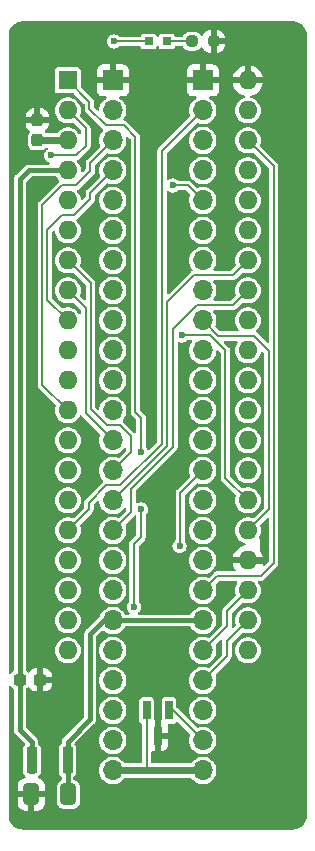
<source format=gbr>
G04 #@! TF.GenerationSoftware,KiCad,Pcbnew,7.0.11+dfsg-1build4*
G04 #@! TF.CreationDate,2024-12-04T10:25:33+09:00*
G04 #@! TF.ProjectId,bionic-f3850,62696f6e-6963-42d6-9633-3835302e6b69,5*
G04 #@! TF.SameCoordinates,Original*
G04 #@! TF.FileFunction,Copper,L1,Top*
G04 #@! TF.FilePolarity,Positive*
%FSLAX46Y46*%
G04 Gerber Fmt 4.6, Leading zero omitted, Abs format (unit mm)*
G04 Created by KiCad (PCBNEW 7.0.11+dfsg-1build4) date 2024-12-04 10:25:33*
%MOMM*%
%LPD*%
G01*
G04 APERTURE LIST*
G04 Aperture macros list*
%AMRoundRect*
0 Rectangle with rounded corners*
0 $1 Rounding radius*
0 $2 $3 $4 $5 $6 $7 $8 $9 X,Y pos of 4 corners*
0 Add a 4 corners polygon primitive as box body*
4,1,4,$2,$3,$4,$5,$6,$7,$8,$9,$2,$3,0*
0 Add four circle primitives for the rounded corners*
1,1,$1+$1,$2,$3*
1,1,$1+$1,$4,$5*
1,1,$1+$1,$6,$7*
1,1,$1+$1,$8,$9*
0 Add four rect primitives between the rounded corners*
20,1,$1+$1,$2,$3,$4,$5,0*
20,1,$1+$1,$4,$5,$6,$7,0*
20,1,$1+$1,$6,$7,$8,$9,0*
20,1,$1+$1,$8,$9,$2,$3,0*%
%AMFreePoly0*
4,1,9,5.362500,-0.866500,1.237500,-0.866500,1.237500,-0.450000,-1.237500,-0.450000,-1.237500,0.450000,1.237500,0.450000,1.237500,0.866500,5.362500,0.866500,5.362500,-0.866500,5.362500,-0.866500,$1*%
G04 Aperture macros list end*
G04 #@! TA.AperFunction,SMDPad,CuDef*
%ADD10RoundRect,0.250000X0.412500X0.650000X-0.412500X0.650000X-0.412500X-0.650000X0.412500X-0.650000X0*%
G04 #@! TD*
G04 #@! TA.AperFunction,SMDPad,CuDef*
%ADD11RoundRect,0.237500X-0.300000X-0.237500X0.300000X-0.237500X0.300000X0.237500X-0.300000X0.237500X0*%
G04 #@! TD*
G04 #@! TA.AperFunction,SMDPad,CuDef*
%ADD12RoundRect,0.237500X0.237500X-0.300000X0.237500X0.300000X-0.237500X0.300000X-0.237500X-0.300000X0*%
G04 #@! TD*
G04 #@! TA.AperFunction,SMDPad,CuDef*
%ADD13R,0.762000X0.711200*%
G04 #@! TD*
G04 #@! TA.AperFunction,SMDPad,CuDef*
%ADD14RoundRect,0.237500X-0.250000X-0.237500X0.250000X-0.237500X0.250000X0.237500X-0.250000X0.237500X0*%
G04 #@! TD*
G04 #@! TA.AperFunction,ComponentPad*
%ADD15R,1.600000X1.600000*%
G04 #@! TD*
G04 #@! TA.AperFunction,ComponentPad*
%ADD16O,1.600000X1.600000*%
G04 #@! TD*
G04 #@! TA.AperFunction,SMDPad,CuDef*
%ADD17R,0.660400X1.625600*%
G04 #@! TD*
G04 #@! TA.AperFunction,SMDPad,CuDef*
%ADD18RoundRect,0.225000X0.225000X-0.925000X0.225000X0.925000X-0.225000X0.925000X-0.225000X-0.925000X0*%
G04 #@! TD*
G04 #@! TA.AperFunction,SMDPad,CuDef*
%ADD19FreePoly0,90.000000*%
G04 #@! TD*
G04 #@! TA.AperFunction,ComponentPad*
%ADD20R,1.700000X1.700000*%
G04 #@! TD*
G04 #@! TA.AperFunction,ComponentPad*
%ADD21O,1.700000X1.700000*%
G04 #@! TD*
G04 #@! TA.AperFunction,ViaPad*
%ADD22C,0.600000*%
G04 #@! TD*
G04 #@! TA.AperFunction,Conductor*
%ADD23C,0.200000*%
G04 #@! TD*
G04 #@! TA.AperFunction,Conductor*
%ADD24C,0.600000*%
G04 #@! TD*
G04 #@! TA.AperFunction,Conductor*
%ADD25C,0.800000*%
G04 #@! TD*
G04 #@! TA.AperFunction,Conductor*
%ADD26C,0.400000*%
G04 #@! TD*
G04 APERTURE END LIST*
D10*
X106118500Y-135532000D03*
X102993500Y-135532000D03*
D11*
X102017100Y-125829200D03*
X103742100Y-125829200D03*
D12*
X103489200Y-80158900D03*
X103489200Y-78433900D03*
D13*
X114474700Y-71778000D03*
X112925300Y-71778000D03*
D14*
X116597500Y-71778000D03*
X118422500Y-71778000D03*
D15*
X106080000Y-75080000D03*
D16*
X106080000Y-77620000D03*
X106080000Y-80160000D03*
X106080000Y-82700000D03*
X106080000Y-85240000D03*
X106080000Y-87780000D03*
X106080000Y-90320000D03*
X106080000Y-92860000D03*
X106080000Y-95400000D03*
X106080000Y-97940000D03*
X106080000Y-100480000D03*
X106080000Y-103020000D03*
X106080000Y-105560000D03*
X106080000Y-108100000D03*
X106080000Y-110640000D03*
X106080000Y-113180000D03*
X106080000Y-115720000D03*
X106080000Y-118260000D03*
X106080000Y-120800000D03*
X106080000Y-123340000D03*
X121320000Y-123340000D03*
X121320000Y-120800000D03*
X121320000Y-118260000D03*
X121320000Y-115720000D03*
X121320000Y-113180000D03*
X121320000Y-110640000D03*
X121320000Y-108100000D03*
X121320000Y-105560000D03*
X121320000Y-103020000D03*
X121320000Y-100480000D03*
X121320000Y-97940000D03*
X121320000Y-95400000D03*
X121320000Y-92860000D03*
X121320000Y-90320000D03*
X121320000Y-87780000D03*
X121320000Y-85240000D03*
X121320000Y-82700000D03*
X121320000Y-80160000D03*
X121320000Y-77620000D03*
X121320000Y-75080000D03*
D17*
X114650001Y-128420000D03*
X112749999Y-128420000D03*
X113700000Y-130552000D03*
D18*
X103056000Y-132648000D03*
D19*
X104556000Y-132560500D03*
D18*
X106056000Y-132648000D03*
D20*
X109890000Y-75080000D03*
D21*
X109890000Y-77620000D03*
X109890000Y-80160000D03*
X109890000Y-82700000D03*
X109890000Y-85240000D03*
X109890000Y-87780000D03*
X109890000Y-90320000D03*
X109890000Y-92860000D03*
X109890000Y-95400000D03*
X109890000Y-97940000D03*
X109890000Y-100480000D03*
X109890000Y-103020000D03*
X109890000Y-105560000D03*
X109890000Y-108100000D03*
X109890000Y-110640000D03*
X109890000Y-113180000D03*
X109890000Y-115720000D03*
X109890000Y-118260000D03*
X109890000Y-120800000D03*
X109890000Y-123340000D03*
X109890000Y-125880000D03*
X109890000Y-128420000D03*
X109890000Y-130960000D03*
X109890000Y-133500000D03*
X117510000Y-133500000D03*
X117510000Y-130960000D03*
X117510000Y-128420000D03*
X117510000Y-125880000D03*
X117510000Y-123340000D03*
X117510000Y-120800000D03*
X117510000Y-118260000D03*
X117510000Y-115720000D03*
X117510000Y-113180000D03*
X117510000Y-110640000D03*
X117510000Y-108100000D03*
X117510000Y-105560000D03*
X117510000Y-103020000D03*
X117510000Y-100480000D03*
X117510000Y-97940000D03*
X117510000Y-95400000D03*
X117510000Y-92860000D03*
X117510000Y-90320000D03*
X117510000Y-87780000D03*
X117510000Y-85240000D03*
X117510000Y-82700000D03*
X117510000Y-80160000D03*
X117510000Y-77620000D03*
D20*
X117510000Y-75080000D03*
D22*
X109991600Y-71778000D03*
X103413000Y-123340000D03*
X108874000Y-89050000D03*
X107604000Y-131874400D03*
X103540000Y-72032000D03*
X103489200Y-76654800D03*
X124926800Y-100480000D03*
X125003000Y-133500000D03*
X102816000Y-83970000D03*
X113700000Y-123340000D03*
X107858000Y-135125600D03*
X112684000Y-90320000D03*
X103540000Y-81557000D03*
X113700000Y-132230000D03*
X114970000Y-119403000D03*
X103032000Y-137208400D03*
X105013200Y-126489600D03*
X112988800Y-98956000D03*
X103159000Y-110005000D03*
X114970000Y-83970000D03*
X115732000Y-96670000D03*
X112277600Y-106576000D03*
X112277600Y-111402000D03*
X111668000Y-119657000D03*
X115541500Y-114513500D03*
X104683000Y-81430000D03*
D23*
X112925300Y-71778000D02*
X109991600Y-71778000D01*
D24*
X117510000Y-133500000D02*
X109890000Y-133500000D01*
D23*
X112749999Y-133484801D02*
X112734800Y-133500000D01*
X109991600Y-71778000D02*
X109940800Y-71778000D01*
D24*
X103489200Y-80158900D02*
X106078900Y-80158900D01*
D25*
X106078900Y-80158900D02*
X106080000Y-80160000D01*
D23*
X112749999Y-128420000D02*
X112749999Y-133484801D01*
D24*
X121320000Y-115720000D02*
X122717000Y-115720000D01*
D26*
X103056000Y-131085600D02*
X102016000Y-130045600D01*
X102016000Y-83462000D02*
X102778000Y-82700000D01*
X102778000Y-82700000D02*
X106080000Y-82700000D01*
X102016000Y-130045600D02*
X102016000Y-83462000D01*
X103056000Y-132648000D02*
X103056000Y-131085600D01*
D23*
X121320000Y-113180000D02*
X123098000Y-111402000D01*
X123098000Y-97990800D02*
X121828000Y-96720800D01*
X123098000Y-111402000D02*
X123098000Y-97990800D01*
X121828000Y-96720800D02*
X118830800Y-96720800D01*
X118830800Y-96720800D02*
X117510000Y-95400000D01*
D26*
X109890000Y-120800000D02*
X109128000Y-120800000D01*
X117510000Y-120800000D02*
X109890000Y-120800000D01*
X109128000Y-120800000D02*
X107985000Y-121943000D01*
X106056000Y-131085600D02*
X106056000Y-135469500D01*
X107985000Y-129156600D02*
X106056000Y-131085600D01*
X107985000Y-121943000D02*
X107985000Y-129156600D01*
D23*
X116240000Y-83970000D02*
X117510000Y-85240000D01*
X114970000Y-83970000D02*
X116240000Y-83970000D01*
X114062000Y-81068000D02*
X114062000Y-105833000D01*
X109330827Y-109370000D02*
X107858000Y-110842827D01*
X107858000Y-110842827D02*
X107858000Y-111402000D01*
X114062000Y-105833000D02*
X110525000Y-109370000D01*
X107858000Y-111402000D02*
X106080000Y-113180000D01*
X110525000Y-109370000D02*
X109330827Y-109370000D01*
X117510000Y-77620000D02*
X114062000Y-81068000D01*
X121320000Y-90320000D02*
X120050000Y-91590000D01*
X114462000Y-106068000D02*
X109890000Y-110640000D01*
X116748000Y-91590000D02*
X114462000Y-93876000D01*
X114462000Y-93876000D02*
X114462000Y-106068000D01*
X120050000Y-91590000D02*
X116748000Y-91590000D01*
X111414000Y-111656000D02*
X109890000Y-113180000D01*
X114970000Y-106125686D02*
X111414000Y-109681686D01*
X121320000Y-93457300D02*
X121320000Y-92860000D01*
X111414000Y-109681686D02*
X111414000Y-111656000D01*
X117002000Y-94130000D02*
X114970000Y-96162000D01*
X120050000Y-94130000D02*
X117002000Y-94130000D01*
X121320000Y-92860000D02*
X120050000Y-94130000D01*
X114970000Y-96162000D02*
X114970000Y-106125686D01*
X119415000Y-97940000D02*
X119415000Y-108735000D01*
X118145000Y-96670000D02*
X119415000Y-97940000D01*
X115732000Y-96670000D02*
X118145000Y-96670000D01*
X119415000Y-108735000D02*
X121320000Y-110640000D01*
X117510000Y-118260000D02*
X118716500Y-117053500D01*
X122399500Y-117053500D02*
X123498000Y-115955000D01*
X123498000Y-82338000D02*
X121320000Y-80160000D01*
X123498000Y-115955000D02*
X123498000Y-82338000D01*
X118716500Y-117053500D02*
X122399500Y-117053500D01*
X105572000Y-86510000D02*
X104321000Y-87761000D01*
X106588000Y-86510000D02*
X105572000Y-86510000D01*
X104321000Y-93641000D02*
X106080000Y-95400000D01*
X104321000Y-87761000D02*
X104321000Y-93641000D01*
X107985000Y-85113000D02*
X106588000Y-86510000D01*
X109890000Y-82700000D02*
X107985000Y-84605000D01*
X107985000Y-84605000D02*
X107985000Y-85113000D01*
X107985000Y-82065000D02*
X109890000Y-80160000D01*
X106080000Y-103020000D02*
X103921000Y-100861000D01*
X106778500Y-83970000D02*
X107985000Y-82763500D01*
X103921000Y-100861000D02*
X103921000Y-85621000D01*
X103921000Y-85621000D02*
X105572000Y-83970000D01*
X105572000Y-83970000D02*
X106778500Y-83970000D01*
X107985000Y-82763500D02*
X107985000Y-82065000D01*
X109382000Y-104290000D02*
X110525000Y-104290000D01*
X108004000Y-92244000D02*
X108004000Y-102912000D01*
X108004000Y-102912000D02*
X109382000Y-104290000D01*
X111414000Y-106576000D02*
X109890000Y-108100000D01*
X110525000Y-104290000D02*
X111414000Y-105179000D01*
X111414000Y-105179000D02*
X111414000Y-106576000D01*
X106080000Y-90320000D02*
X108004000Y-92244000D01*
X107604000Y-103274000D02*
X109890000Y-105560000D01*
X106080000Y-92860000D02*
X107604000Y-94384000D01*
X107604000Y-94384000D02*
X107604000Y-103274000D01*
X119542000Y-120038000D02*
X121320000Y-118260000D01*
X119542000Y-121308000D02*
X119542000Y-120038000D01*
X117510000Y-123340000D02*
X119542000Y-121308000D01*
X121320000Y-120800000D02*
X119542000Y-122578000D01*
X119542000Y-122578000D02*
X119542000Y-123848000D01*
X119542000Y-123848000D02*
X117510000Y-125880000D01*
X107908800Y-77505146D02*
X107908800Y-76908800D01*
X112277600Y-106576000D02*
X112277600Y-103629600D01*
X111795000Y-79880600D02*
X110804400Y-78890000D01*
X107908800Y-76908800D02*
X106080000Y-75080000D01*
X109293654Y-78890000D02*
X107908800Y-77505146D01*
X112277600Y-113713400D02*
X112277600Y-111402000D01*
X111795000Y-103147000D02*
X111795000Y-79880600D01*
X111668000Y-119657000D02*
X111668000Y-114323000D01*
X110804400Y-78890000D02*
X109293654Y-78890000D01*
X112277600Y-103629600D02*
X111795000Y-103147000D01*
X111668000Y-114323000D02*
X112277600Y-113713400D01*
X115541500Y-114513500D02*
X115605000Y-114450000D01*
X115605000Y-110005000D02*
X117510000Y-108100000D01*
X115605000Y-114450000D02*
X115605000Y-110005000D01*
X107604000Y-80617200D02*
X107604000Y-79144000D01*
X106791200Y-81430000D02*
X107604000Y-80617200D01*
X104683000Y-81430000D02*
X106791200Y-81430000D01*
X107604000Y-79144000D02*
X106080000Y-77620000D01*
X114970000Y-128420000D02*
X117510000Y-130960000D01*
X114650001Y-128420000D02*
X114970000Y-128420000D01*
X114474700Y-71778000D02*
X116597500Y-71778000D01*
G04 #@! TA.AperFunction,Conductor*
G36*
X125133875Y-70075805D02*
G01*
X125309097Y-70089594D01*
X125324430Y-70092023D01*
X125491550Y-70132145D01*
X125506317Y-70136943D01*
X125665104Y-70202715D01*
X125678926Y-70209758D01*
X125825469Y-70299560D01*
X125838032Y-70308688D01*
X125968717Y-70420303D01*
X125979699Y-70431285D01*
X126091311Y-70561967D01*
X126100440Y-70574532D01*
X126190238Y-70721068D01*
X126197287Y-70734902D01*
X126263054Y-70893678D01*
X126267855Y-70908453D01*
X126307975Y-71075564D01*
X126310405Y-71090907D01*
X126318437Y-71192956D01*
X126323198Y-71253462D01*
X126324195Y-71266123D01*
X126324500Y-71273891D01*
X126324500Y-137306108D01*
X126324195Y-137313876D01*
X126310405Y-137489092D01*
X126307975Y-137504435D01*
X126267855Y-137671546D01*
X126263054Y-137686321D01*
X126197287Y-137845097D01*
X126190234Y-137858939D01*
X126100442Y-138005465D01*
X126091311Y-138018032D01*
X125979699Y-138148714D01*
X125968714Y-138159699D01*
X125838032Y-138271311D01*
X125825465Y-138280442D01*
X125678939Y-138370234D01*
X125665097Y-138377287D01*
X125506321Y-138443054D01*
X125491546Y-138447855D01*
X125324435Y-138487975D01*
X125309092Y-138490405D01*
X125149743Y-138502946D01*
X125133874Y-138504195D01*
X125126108Y-138504500D01*
X102273892Y-138504500D01*
X102266125Y-138504195D01*
X102247014Y-138502691D01*
X102090907Y-138490405D01*
X102075564Y-138487975D01*
X101908453Y-138447855D01*
X101893678Y-138443054D01*
X101734902Y-138377287D01*
X101721068Y-138370238D01*
X101574532Y-138280440D01*
X101561967Y-138271311D01*
X101462706Y-138186535D01*
X101431282Y-138159696D01*
X101420303Y-138148717D01*
X101308688Y-138018032D01*
X101299560Y-138005469D01*
X101209758Y-137858926D01*
X101202715Y-137845104D01*
X101136943Y-137686317D01*
X101132144Y-137671546D01*
X101092024Y-137504435D01*
X101089594Y-137489097D01*
X101075805Y-137313875D01*
X101075500Y-137306108D01*
X101075500Y-136231986D01*
X101831001Y-136231986D01*
X101841492Y-136334687D01*
X101841495Y-136334699D01*
X101896643Y-136501124D01*
X101988680Y-136650340D01*
X102112659Y-136774319D01*
X102261875Y-136866356D01*
X102428306Y-136921506D01*
X102531013Y-136931999D01*
X102743498Y-136931999D01*
X102743500Y-136931998D01*
X103243500Y-136931998D01*
X103243501Y-136931999D01*
X103455986Y-136931999D01*
X103558687Y-136921507D01*
X103558699Y-136921504D01*
X103725124Y-136866356D01*
X103874340Y-136774319D01*
X103998319Y-136650340D01*
X104090356Y-136501124D01*
X104145506Y-136334693D01*
X104156000Y-136231987D01*
X104156000Y-135782001D01*
X104155999Y-135782000D01*
X103243501Y-135782000D01*
X103243500Y-135782001D01*
X103243500Y-136931998D01*
X102743500Y-136931998D01*
X102743500Y-135782001D01*
X102743499Y-135782000D01*
X101831002Y-135782000D01*
X101831001Y-135782001D01*
X101831001Y-136231986D01*
X101075500Y-136231986D01*
X101075500Y-126405397D01*
X101094407Y-126347206D01*
X101143907Y-126311242D01*
X101205093Y-126311242D01*
X101253383Y-126345577D01*
X101333100Y-126450700D01*
X101333103Y-126450702D01*
X101450940Y-126540061D01*
X101450941Y-126540061D01*
X101450942Y-126540062D01*
X101452817Y-126540801D01*
X101454018Y-126541792D01*
X101456841Y-126543379D01*
X101456556Y-126543885D01*
X101500015Y-126579736D01*
X101515500Y-126632899D01*
X101515500Y-129981142D01*
X101513238Y-130002185D01*
X101511641Y-130009526D01*
X101515248Y-130059955D01*
X101515500Y-130067018D01*
X101515500Y-130081399D01*
X101517547Y-130095640D01*
X101518302Y-130102662D01*
X101521908Y-130153083D01*
X101524533Y-130160120D01*
X101529764Y-130180614D01*
X101530834Y-130188054D01*
X101530835Y-130188057D01*
X101551835Y-130234041D01*
X101554539Y-130240570D01*
X101572202Y-130287927D01*
X101572203Y-130287928D01*
X101572204Y-130287931D01*
X101575918Y-130292893D01*
X101576708Y-130293948D01*
X101587501Y-130312138D01*
X101590623Y-130318973D01*
X101623736Y-130357188D01*
X101628140Y-130362652D01*
X101636779Y-130374193D01*
X101636781Y-130374195D01*
X101646962Y-130384377D01*
X101651764Y-130389534D01*
X101684872Y-130427743D01*
X101684873Y-130427744D01*
X101691183Y-130431799D01*
X101707666Y-130445080D01*
X102463554Y-131200968D01*
X102491331Y-131255485D01*
X102481760Y-131315917D01*
X102459781Y-131342198D01*
X102460713Y-131343130D01*
X102455926Y-131347916D01*
X102368634Y-131463027D01*
X102315641Y-131597408D01*
X102305500Y-131681851D01*
X102305500Y-133614148D01*
X102315641Y-133698591D01*
X102368634Y-133832972D01*
X102368635Y-133832974D01*
X102368636Y-133832975D01*
X102455922Y-133948078D01*
X102455925Y-133948080D01*
X102455927Y-133948082D01*
X102478359Y-133965093D01*
X102513301Y-134015319D01*
X102512047Y-134076492D01*
X102475076Y-134125244D01*
X102433442Y-134140671D01*
X102433590Y-134141363D01*
X102428821Y-134142383D01*
X102428608Y-134142463D01*
X102428308Y-134142493D01*
X102428300Y-134142495D01*
X102261875Y-134197643D01*
X102112659Y-134289680D01*
X101988680Y-134413659D01*
X101896643Y-134562875D01*
X101841493Y-134729306D01*
X101831000Y-134832012D01*
X101831000Y-135281999D01*
X101831001Y-135282000D01*
X104155998Y-135282000D01*
X104155999Y-135281999D01*
X104155999Y-134832013D01*
X104145507Y-134729312D01*
X104145504Y-134729300D01*
X104090356Y-134562875D01*
X103998319Y-134413659D01*
X103874340Y-134289680D01*
X103725125Y-134197643D01*
X103626639Y-134165008D01*
X103577350Y-134128756D01*
X103558782Y-134070456D01*
X103578028Y-134012377D01*
X103597957Y-133992152D01*
X103656078Y-133948078D01*
X103743364Y-133832975D01*
X103796359Y-133698590D01*
X103806500Y-133614144D01*
X103806500Y-131681856D01*
X103796359Y-131597410D01*
X103746975Y-131472181D01*
X103743365Y-131463027D01*
X103743364Y-131463026D01*
X103743364Y-131463025D01*
X103656078Y-131347922D01*
X103647694Y-131341564D01*
X103595680Y-131302120D01*
X103560738Y-131251894D01*
X103556500Y-131223237D01*
X103556500Y-131150056D01*
X103558763Y-131129008D01*
X103560359Y-131121673D01*
X103556752Y-131071243D01*
X103556500Y-131064180D01*
X103556500Y-131049801D01*
X103556500Y-131049800D01*
X103554451Y-131035553D01*
X103553698Y-131028557D01*
X103550091Y-130978117D01*
X103547468Y-130971084D01*
X103542233Y-130950575D01*
X103541165Y-130943143D01*
X103520165Y-130897160D01*
X103517460Y-130890629D01*
X103499797Y-130843270D01*
X103498644Y-130841731D01*
X103495291Y-130837251D01*
X103484495Y-130819054D01*
X103481377Y-130812227D01*
X103481375Y-130812225D01*
X103481375Y-130812224D01*
X103448281Y-130774032D01*
X103443847Y-130768530D01*
X103435223Y-130757010D01*
X103435221Y-130757007D01*
X103425031Y-130746817D01*
X103420229Y-130741658D01*
X103387128Y-130703457D01*
X103387127Y-130703456D01*
X103380810Y-130699396D01*
X103364332Y-130686118D01*
X102545496Y-129867282D01*
X102517719Y-129812765D01*
X102516500Y-129797278D01*
X102516500Y-126633767D01*
X102535407Y-126575576D01*
X102579182Y-126541669D01*
X102583258Y-126540062D01*
X102690108Y-126459035D01*
X102747897Y-126438940D01*
X102806463Y-126456651D01*
X102834187Y-126485946D01*
X102859656Y-126527238D01*
X102981564Y-126649146D01*
X103128293Y-126739651D01*
X103291951Y-126793881D01*
X103392945Y-126804199D01*
X103492100Y-126804199D01*
X103492100Y-126804198D01*
X103992100Y-126804198D01*
X103992101Y-126804199D01*
X104091254Y-126804199D01*
X104192242Y-126793882D01*
X104192254Y-126793879D01*
X104355906Y-126739651D01*
X104502635Y-126649146D01*
X104624546Y-126527235D01*
X104715051Y-126380506D01*
X104769281Y-126216848D01*
X104779600Y-126115855D01*
X104779600Y-126079201D01*
X104779599Y-126079200D01*
X103992101Y-126079200D01*
X103992100Y-126079201D01*
X103992100Y-126804198D01*
X103492100Y-126804198D01*
X103492100Y-125579199D01*
X103992100Y-125579199D01*
X103992101Y-125579200D01*
X104779598Y-125579200D01*
X104779599Y-125579199D01*
X104779599Y-125542545D01*
X104769282Y-125441557D01*
X104769279Y-125441545D01*
X104715051Y-125277893D01*
X104624546Y-125131164D01*
X104502635Y-125009253D01*
X104355906Y-124918748D01*
X104192248Y-124864518D01*
X104091255Y-124854200D01*
X103992101Y-124854200D01*
X103992100Y-124854201D01*
X103992100Y-125579199D01*
X103492100Y-125579199D01*
X103492100Y-124854200D01*
X103392945Y-124854200D01*
X103392945Y-124854201D01*
X103291957Y-124864517D01*
X103291945Y-124864520D01*
X103128293Y-124918748D01*
X102981564Y-125009253D01*
X102859655Y-125131162D01*
X102834186Y-125172453D01*
X102787544Y-125212054D01*
X102726533Y-125216676D01*
X102690107Y-125199363D01*
X102583259Y-125118338D01*
X102579180Y-125116730D01*
X102531983Y-125077792D01*
X102516500Y-125024633D01*
X102516500Y-123340000D01*
X104974785Y-123340000D01*
X104993603Y-123543083D01*
X105049418Y-123739250D01*
X105140327Y-123921821D01*
X105263236Y-124084579D01*
X105413959Y-124221981D01*
X105587363Y-124329348D01*
X105777544Y-124403024D01*
X105978024Y-124440500D01*
X106181976Y-124440500D01*
X106382456Y-124403024D01*
X106572637Y-124329348D01*
X106746041Y-124221981D01*
X106896764Y-124084579D01*
X107019673Y-123921821D01*
X107110582Y-123739250D01*
X107166397Y-123543083D01*
X107185215Y-123340000D01*
X107166397Y-123136917D01*
X107110582Y-122940750D01*
X107019673Y-122758179D01*
X106896764Y-122595421D01*
X106746041Y-122458019D01*
X106572637Y-122350652D01*
X106382456Y-122276976D01*
X106382455Y-122276975D01*
X106382453Y-122276975D01*
X106181976Y-122239500D01*
X105978024Y-122239500D01*
X105777546Y-122276975D01*
X105737353Y-122292546D01*
X105587363Y-122350652D01*
X105422556Y-122452696D01*
X105413959Y-122458019D01*
X105263237Y-122595420D01*
X105140328Y-122758177D01*
X105140323Y-122758186D01*
X105058450Y-122922611D01*
X105049418Y-122940750D01*
X104993603Y-123136917D01*
X104974785Y-123340000D01*
X102516500Y-123340000D01*
X102516500Y-120800000D01*
X104974785Y-120800000D01*
X104993603Y-121003083D01*
X105049418Y-121199250D01*
X105140327Y-121381821D01*
X105263236Y-121544579D01*
X105413959Y-121681981D01*
X105587363Y-121789348D01*
X105777544Y-121863024D01*
X105978024Y-121900500D01*
X106181976Y-121900500D01*
X106382456Y-121863024D01*
X106572637Y-121789348D01*
X106746041Y-121681981D01*
X106896764Y-121544579D01*
X107019673Y-121381821D01*
X107110582Y-121199250D01*
X107166397Y-121003083D01*
X107185215Y-120800000D01*
X107166397Y-120596917D01*
X107110582Y-120400750D01*
X107019673Y-120218179D01*
X106896764Y-120055421D01*
X106746041Y-119918019D01*
X106572637Y-119810652D01*
X106382456Y-119736976D01*
X106382455Y-119736975D01*
X106382453Y-119736975D01*
X106181976Y-119699500D01*
X105978024Y-119699500D01*
X105777546Y-119736975D01*
X105707632Y-119764059D01*
X105587363Y-119810652D01*
X105478676Y-119877948D01*
X105413959Y-119918019D01*
X105263237Y-120055420D01*
X105140328Y-120218177D01*
X105140323Y-120218186D01*
X105049419Y-120400747D01*
X105049418Y-120400750D01*
X104993603Y-120596917D01*
X104974785Y-120800000D01*
X102516500Y-120800000D01*
X102516500Y-118260000D01*
X104974785Y-118260000D01*
X104993603Y-118463083D01*
X105049418Y-118659250D01*
X105140327Y-118841821D01*
X105263236Y-119004579D01*
X105413959Y-119141981D01*
X105587363Y-119249348D01*
X105777544Y-119323024D01*
X105978024Y-119360500D01*
X106181976Y-119360500D01*
X106382456Y-119323024D01*
X106572637Y-119249348D01*
X106746041Y-119141981D01*
X106896764Y-119004579D01*
X107019673Y-118841821D01*
X107110582Y-118659250D01*
X107166397Y-118463083D01*
X107185215Y-118260000D01*
X108734571Y-118260000D01*
X108754244Y-118472310D01*
X108812595Y-118677389D01*
X108907634Y-118868255D01*
X109036128Y-119038407D01*
X109036135Y-119038413D01*
X109193692Y-119182047D01*
X109193699Y-119182053D01*
X109265786Y-119226687D01*
X109374981Y-119294298D01*
X109573802Y-119371321D01*
X109783390Y-119410500D01*
X109996610Y-119410500D01*
X110206198Y-119371321D01*
X110405019Y-119294298D01*
X110586302Y-119182052D01*
X110743872Y-119038407D01*
X110872366Y-118868255D01*
X110967405Y-118677389D01*
X111025756Y-118472310D01*
X111045429Y-118260000D01*
X111025756Y-118047690D01*
X110967405Y-117842611D01*
X110872366Y-117651745D01*
X110743872Y-117481593D01*
X110634131Y-117381550D01*
X110586307Y-117337952D01*
X110586300Y-117337946D01*
X110405024Y-117225705D01*
X110405019Y-117225702D01*
X110325016Y-117194709D01*
X110206198Y-117148679D01*
X110206197Y-117148678D01*
X110206195Y-117148678D01*
X109996610Y-117109500D01*
X109783390Y-117109500D01*
X109573804Y-117148678D01*
X109374980Y-117225702D01*
X109374975Y-117225705D01*
X109193699Y-117337946D01*
X109193692Y-117337952D01*
X109036135Y-117481586D01*
X109036131Y-117481589D01*
X109036128Y-117481593D01*
X109031119Y-117488225D01*
X108907635Y-117651743D01*
X108907630Y-117651752D01*
X108812596Y-117842608D01*
X108754244Y-118047688D01*
X108754244Y-118047690D01*
X108734571Y-118260000D01*
X107185215Y-118260000D01*
X107166397Y-118056917D01*
X107110582Y-117860750D01*
X107019673Y-117678179D01*
X106896764Y-117515421D01*
X106746041Y-117378019D01*
X106572637Y-117270652D01*
X106382456Y-117196976D01*
X106382455Y-117196975D01*
X106382453Y-117196975D01*
X106181976Y-117159500D01*
X105978024Y-117159500D01*
X105777546Y-117196975D01*
X105737353Y-117212546D01*
X105587363Y-117270652D01*
X105435588Y-117364627D01*
X105413959Y-117378019D01*
X105329275Y-117455219D01*
X105263236Y-117515421D01*
X105233476Y-117554830D01*
X105140328Y-117678177D01*
X105140323Y-117678186D01*
X105058450Y-117842611D01*
X105049418Y-117860750D01*
X104993603Y-118056917D01*
X104974785Y-118260000D01*
X102516500Y-118260000D01*
X102516500Y-115720000D01*
X104974785Y-115720000D01*
X104993603Y-115923083D01*
X105049418Y-116119250D01*
X105140327Y-116301821D01*
X105263236Y-116464579D01*
X105413959Y-116601981D01*
X105587363Y-116709348D01*
X105777544Y-116783024D01*
X105978024Y-116820500D01*
X106181976Y-116820500D01*
X106382456Y-116783024D01*
X106572637Y-116709348D01*
X106746041Y-116601981D01*
X106896764Y-116464579D01*
X107019673Y-116301821D01*
X107110582Y-116119250D01*
X107166397Y-115923083D01*
X107185215Y-115720000D01*
X108734571Y-115720000D01*
X108754244Y-115932310D01*
X108812595Y-116137389D01*
X108907634Y-116328255D01*
X109036128Y-116498407D01*
X109036135Y-116498413D01*
X109193692Y-116642047D01*
X109193699Y-116642053D01*
X109253059Y-116678807D01*
X109374981Y-116754298D01*
X109573802Y-116831321D01*
X109783390Y-116870500D01*
X109996610Y-116870500D01*
X110206198Y-116831321D01*
X110405019Y-116754298D01*
X110586302Y-116642052D01*
X110743872Y-116498407D01*
X110872366Y-116328255D01*
X110967405Y-116137389D01*
X111025756Y-115932310D01*
X111045429Y-115720000D01*
X111025756Y-115507690D01*
X110967405Y-115302611D01*
X110872366Y-115111745D01*
X110743872Y-114941593D01*
X110668961Y-114873302D01*
X110586307Y-114797952D01*
X110586300Y-114797946D01*
X110405024Y-114685705D01*
X110405019Y-114685702D01*
X110206195Y-114608678D01*
X109996610Y-114569500D01*
X109783390Y-114569500D01*
X109573804Y-114608678D01*
X109374980Y-114685702D01*
X109374975Y-114685705D01*
X109193699Y-114797946D01*
X109193692Y-114797952D01*
X109036135Y-114941586D01*
X109036131Y-114941589D01*
X109036128Y-114941593D01*
X109036125Y-114941597D01*
X108907635Y-115111743D01*
X108907630Y-115111752D01*
X108812596Y-115302608D01*
X108754244Y-115507688D01*
X108754244Y-115507690D01*
X108734571Y-115720000D01*
X107185215Y-115720000D01*
X107166397Y-115516917D01*
X107110582Y-115320750D01*
X107019673Y-115138179D01*
X106896764Y-114975421D01*
X106746041Y-114838019D01*
X106572637Y-114730652D01*
X106382456Y-114656976D01*
X106382455Y-114656975D01*
X106382453Y-114656975D01*
X106181976Y-114619500D01*
X105978024Y-114619500D01*
X105777546Y-114656975D01*
X105743238Y-114670266D01*
X105587363Y-114730652D01*
X105448970Y-114816341D01*
X105413959Y-114838019D01*
X105263237Y-114975420D01*
X105140328Y-115138177D01*
X105140323Y-115138186D01*
X105058450Y-115302611D01*
X105049418Y-115320750D01*
X104993603Y-115516917D01*
X104974785Y-115720000D01*
X102516500Y-115720000D01*
X102516500Y-110640000D01*
X104974785Y-110640000D01*
X104993603Y-110843083D01*
X105049418Y-111039250D01*
X105140327Y-111221821D01*
X105263236Y-111384579D01*
X105413959Y-111521981D01*
X105587363Y-111629348D01*
X105777544Y-111703024D01*
X105978024Y-111740500D01*
X106181976Y-111740500D01*
X106382456Y-111703024D01*
X106572637Y-111629348D01*
X106746041Y-111521981D01*
X106896764Y-111384579D01*
X107019673Y-111221821D01*
X107110582Y-111039250D01*
X107166397Y-110843083D01*
X107185215Y-110640000D01*
X107166397Y-110436917D01*
X107110582Y-110240750D01*
X107019673Y-110058179D01*
X106896764Y-109895421D01*
X106746041Y-109758019D01*
X106572637Y-109650652D01*
X106382456Y-109576976D01*
X106382455Y-109576975D01*
X106382453Y-109576975D01*
X106181976Y-109539500D01*
X105978024Y-109539500D01*
X105777546Y-109576975D01*
X105755334Y-109585580D01*
X105587363Y-109650652D01*
X105478676Y-109717948D01*
X105413959Y-109758019D01*
X105263237Y-109895420D01*
X105140328Y-110058177D01*
X105140323Y-110058186D01*
X105058450Y-110222611D01*
X105049418Y-110240750D01*
X104993603Y-110436917D01*
X104974785Y-110640000D01*
X102516500Y-110640000D01*
X102516500Y-108100000D01*
X104974785Y-108100000D01*
X104993603Y-108303083D01*
X105049418Y-108499250D01*
X105140327Y-108681821D01*
X105263236Y-108844579D01*
X105413959Y-108981981D01*
X105587363Y-109089348D01*
X105777544Y-109163024D01*
X105978024Y-109200500D01*
X106181976Y-109200500D01*
X106382456Y-109163024D01*
X106572637Y-109089348D01*
X106746041Y-108981981D01*
X106896764Y-108844579D01*
X107019673Y-108681821D01*
X107110582Y-108499250D01*
X107166397Y-108303083D01*
X107185215Y-108100000D01*
X107166397Y-107896917D01*
X107110582Y-107700750D01*
X107019673Y-107518179D01*
X106896764Y-107355421D01*
X106746041Y-107218019D01*
X106572637Y-107110652D01*
X106382456Y-107036976D01*
X106382455Y-107036975D01*
X106382453Y-107036975D01*
X106181976Y-106999500D01*
X105978024Y-106999500D01*
X105777546Y-107036975D01*
X105737353Y-107052546D01*
X105587363Y-107110652D01*
X105478676Y-107177948D01*
X105413959Y-107218019D01*
X105263237Y-107355420D01*
X105140328Y-107518177D01*
X105140323Y-107518186D01*
X105058450Y-107682611D01*
X105049418Y-107700750D01*
X104993603Y-107896917D01*
X104974785Y-108100000D01*
X102516500Y-108100000D01*
X102516500Y-105560000D01*
X104974785Y-105560000D01*
X104993603Y-105763083D01*
X105049418Y-105959250D01*
X105140327Y-106141821D01*
X105263236Y-106304579D01*
X105413959Y-106441981D01*
X105587363Y-106549348D01*
X105777544Y-106623024D01*
X105978024Y-106660500D01*
X106181976Y-106660500D01*
X106382456Y-106623024D01*
X106572637Y-106549348D01*
X106746041Y-106441981D01*
X106896764Y-106304579D01*
X107019673Y-106141821D01*
X107110582Y-105959250D01*
X107166397Y-105763083D01*
X107185215Y-105560000D01*
X107166397Y-105356917D01*
X107110582Y-105160750D01*
X107019673Y-104978179D01*
X106896764Y-104815421D01*
X106746041Y-104678019D01*
X106572637Y-104570652D01*
X106382456Y-104496976D01*
X106382455Y-104496975D01*
X106382453Y-104496975D01*
X106181976Y-104459500D01*
X105978024Y-104459500D01*
X105777546Y-104496975D01*
X105707632Y-104524059D01*
X105587363Y-104570652D01*
X105478676Y-104637948D01*
X105413959Y-104678019D01*
X105263237Y-104815420D01*
X105140328Y-104978177D01*
X105140323Y-104978186D01*
X105058450Y-105142611D01*
X105049418Y-105160750D01*
X104993603Y-105356917D01*
X104974785Y-105560000D01*
X102516500Y-105560000D01*
X102516500Y-83710322D01*
X102535407Y-83652131D01*
X102545496Y-83640318D01*
X102956318Y-83229496D01*
X103010835Y-83201719D01*
X103026322Y-83200500D01*
X105038536Y-83200500D01*
X105096727Y-83219407D01*
X105127157Y-83255372D01*
X105136216Y-83273566D01*
X105140327Y-83281821D01*
X105263236Y-83444579D01*
X105263238Y-83444581D01*
X105263239Y-83444582D01*
X105326700Y-83502435D01*
X105356966Y-83555610D01*
X105350195Y-83616420D01*
X105330008Y-83645599D01*
X105311094Y-83664513D01*
X105311091Y-83664516D01*
X105311087Y-83664519D01*
X103615516Y-85360091D01*
X103615515Y-85360092D01*
X103592950Y-85382658D01*
X103592948Y-85382660D01*
X103581997Y-85404151D01*
X103573887Y-85417385D01*
X103559706Y-85436906D01*
X103559701Y-85436915D01*
X103552249Y-85459852D01*
X103546305Y-85474202D01*
X103535355Y-85495691D01*
X103535352Y-85495701D01*
X103531577Y-85519529D01*
X103527953Y-85534624D01*
X103520501Y-85557562D01*
X103520500Y-85557569D01*
X103520500Y-100924437D01*
X103527953Y-100947374D01*
X103531579Y-100962474D01*
X103535354Y-100986306D01*
X103546301Y-101007788D01*
X103552247Y-101022142D01*
X103559703Y-101045088D01*
X103559702Y-101045088D01*
X103573884Y-101064608D01*
X103581997Y-101077847D01*
X103592950Y-101099342D01*
X103592951Y-101099343D01*
X103613030Y-101119423D01*
X103613031Y-101119423D01*
X103615513Y-101121905D01*
X103615516Y-101121909D01*
X104363107Y-101869500D01*
X105022663Y-102529056D01*
X105050440Y-102583573D01*
X105047880Y-102626152D01*
X104993603Y-102816915D01*
X104993603Y-102816917D01*
X104974785Y-103020000D01*
X104993603Y-103223083D01*
X105049418Y-103419250D01*
X105140327Y-103601821D01*
X105263236Y-103764579D01*
X105413959Y-103901981D01*
X105587363Y-104009348D01*
X105777544Y-104083024D01*
X105978024Y-104120500D01*
X106181976Y-104120500D01*
X106382456Y-104083024D01*
X106572637Y-104009348D01*
X106746041Y-103901981D01*
X106896764Y-103764579D01*
X107019673Y-103601821D01*
X107080072Y-103480521D01*
X107122933Y-103436861D01*
X107183274Y-103426731D01*
X107238045Y-103454003D01*
X107248785Y-103466460D01*
X107256883Y-103477606D01*
X107264997Y-103490847D01*
X107275950Y-103512342D01*
X107275951Y-103512343D01*
X107296030Y-103532423D01*
X107296031Y-103532423D01*
X107298513Y-103534905D01*
X107298516Y-103534909D01*
X108173107Y-104409500D01*
X108793348Y-105029741D01*
X108821125Y-105084258D01*
X108812904Y-105137818D01*
X108814249Y-105138339D01*
X108812598Y-105142598D01*
X108754244Y-105347688D01*
X108754244Y-105347690D01*
X108734571Y-105560000D01*
X108754244Y-105772310D01*
X108812595Y-105977389D01*
X108907634Y-106168255D01*
X109036128Y-106338407D01*
X109064233Y-106364028D01*
X109193692Y-106482047D01*
X109193699Y-106482053D01*
X109297389Y-106546255D01*
X109374981Y-106594298D01*
X109573802Y-106671321D01*
X109783390Y-106710500D01*
X109996610Y-106710500D01*
X110206198Y-106671321D01*
X110405019Y-106594298D01*
X110586302Y-106482052D01*
X110743872Y-106338407D01*
X110835498Y-106217075D01*
X110885653Y-106182034D01*
X110946827Y-106183165D01*
X110995654Y-106220037D01*
X111013500Y-106276738D01*
X111013500Y-106369098D01*
X110994593Y-106427289D01*
X110984504Y-106439102D01*
X110416673Y-107006932D01*
X110362156Y-107034709D01*
X110310907Y-107029243D01*
X110206198Y-106988679D01*
X110206197Y-106988678D01*
X110206195Y-106988678D01*
X109996610Y-106949500D01*
X109783390Y-106949500D01*
X109573804Y-106988678D01*
X109374980Y-107065702D01*
X109374975Y-107065705D01*
X109193699Y-107177946D01*
X109193692Y-107177952D01*
X109036135Y-107321586D01*
X109036131Y-107321589D01*
X109036128Y-107321593D01*
X109036125Y-107321597D01*
X108907635Y-107491743D01*
X108907630Y-107491752D01*
X108812596Y-107682608D01*
X108754244Y-107887688D01*
X108754244Y-107887689D01*
X108754244Y-107887690D01*
X108734571Y-108100000D01*
X108754244Y-108312310D01*
X108812595Y-108517389D01*
X108907634Y-108708255D01*
X109004462Y-108836474D01*
X109036129Y-108878408D01*
X109036134Y-108878413D01*
X109074538Y-108913424D01*
X109104804Y-108966599D01*
X109098033Y-109027409D01*
X109077847Y-109056586D01*
X109069921Y-109064513D01*
X109069918Y-109064516D01*
X109069914Y-109064519D01*
X107552516Y-110581918D01*
X107552515Y-110581919D01*
X107529950Y-110604485D01*
X107529948Y-110604487D01*
X107518997Y-110625978D01*
X107510887Y-110639212D01*
X107496706Y-110658733D01*
X107496701Y-110658742D01*
X107489249Y-110681679D01*
X107483305Y-110696029D01*
X107472355Y-110717518D01*
X107472352Y-110717528D01*
X107468577Y-110741356D01*
X107464953Y-110756451D01*
X107457501Y-110779389D01*
X107457500Y-110779396D01*
X107457500Y-111195098D01*
X107438593Y-111253289D01*
X107428504Y-111265102D01*
X106568025Y-112125580D01*
X106513508Y-112153357D01*
X106462259Y-112147891D01*
X106382460Y-112116977D01*
X106382447Y-112116974D01*
X106181976Y-112079500D01*
X105978024Y-112079500D01*
X105777546Y-112116975D01*
X105777541Y-112116977D01*
X105587363Y-112190652D01*
X105478676Y-112257948D01*
X105413959Y-112298019D01*
X105263237Y-112435420D01*
X105140328Y-112598177D01*
X105140323Y-112598186D01*
X105058450Y-112762611D01*
X105049418Y-112780750D01*
X104993603Y-112976917D01*
X104974785Y-113180000D01*
X104993603Y-113383083D01*
X105049418Y-113579250D01*
X105140327Y-113761821D01*
X105263236Y-113924579D01*
X105413959Y-114061981D01*
X105587363Y-114169348D01*
X105777544Y-114243024D01*
X105978024Y-114280500D01*
X106181976Y-114280500D01*
X106382456Y-114243024D01*
X106572637Y-114169348D01*
X106746041Y-114061981D01*
X106896764Y-113924579D01*
X107019673Y-113761821D01*
X107110582Y-113579250D01*
X107166397Y-113383083D01*
X107185215Y-113180000D01*
X107166397Y-112976917D01*
X107112118Y-112786148D01*
X107114379Y-112725010D01*
X107137333Y-112689058D01*
X108163484Y-111662909D01*
X108163484Y-111662908D01*
X108169127Y-111657266D01*
X108169133Y-111657257D01*
X108186050Y-111640342D01*
X108197004Y-111618841D01*
X108205110Y-111605613D01*
X108219296Y-111586089D01*
X108226750Y-111563146D01*
X108232691Y-111548802D01*
X108243646Y-111527304D01*
X108247421Y-111503467D01*
X108251046Y-111488371D01*
X108258500Y-111465433D01*
X108258500Y-111338567D01*
X108258500Y-111049726D01*
X108277407Y-110991535D01*
X108287490Y-110979729D01*
X108576345Y-110690873D01*
X108630860Y-110663097D01*
X108691292Y-110672668D01*
X108734557Y-110715933D01*
X108744925Y-110751743D01*
X108749367Y-110799683D01*
X108754244Y-110852310D01*
X108812595Y-111057389D01*
X108907634Y-111248255D01*
X109036128Y-111418407D01*
X109036135Y-111418413D01*
X109193692Y-111562047D01*
X109193699Y-111562053D01*
X109232519Y-111586089D01*
X109374981Y-111674298D01*
X109573802Y-111751321D01*
X109783390Y-111790500D01*
X109996610Y-111790500D01*
X110206198Y-111751321D01*
X110405019Y-111674298D01*
X110586302Y-111562052D01*
X110743872Y-111418407D01*
X110835498Y-111297075D01*
X110885653Y-111262034D01*
X110946827Y-111263165D01*
X110995654Y-111300037D01*
X111013500Y-111356738D01*
X111013500Y-111449098D01*
X110994593Y-111507289D01*
X110984504Y-111519102D01*
X110416673Y-112086932D01*
X110362156Y-112114709D01*
X110310907Y-112109243D01*
X110206198Y-112068679D01*
X110206197Y-112068678D01*
X110206195Y-112068678D01*
X109996610Y-112029500D01*
X109783390Y-112029500D01*
X109573804Y-112068678D01*
X109374980Y-112145702D01*
X109374975Y-112145705D01*
X109193699Y-112257946D01*
X109193692Y-112257952D01*
X109036135Y-112401586D01*
X109036131Y-112401589D01*
X109036128Y-112401593D01*
X109036125Y-112401597D01*
X108907635Y-112571743D01*
X108907630Y-112571752D01*
X108812596Y-112762608D01*
X108754244Y-112967688D01*
X108754244Y-112967690D01*
X108734571Y-113180000D01*
X108754244Y-113392310D01*
X108812595Y-113597389D01*
X108907634Y-113788255D01*
X109036128Y-113958407D01*
X109094666Y-114011772D01*
X109193692Y-114102047D01*
X109193699Y-114102053D01*
X109284745Y-114158426D01*
X109374981Y-114214298D01*
X109573802Y-114291321D01*
X109783390Y-114330500D01*
X109996610Y-114330500D01*
X110206198Y-114291321D01*
X110405019Y-114214298D01*
X110586302Y-114102052D01*
X110743872Y-113958407D01*
X110872366Y-113788255D01*
X110967405Y-113597389D01*
X111025756Y-113392310D01*
X111045429Y-113180000D01*
X111025756Y-112967690D01*
X110967405Y-112762611D01*
X110967401Y-112762604D01*
X110965752Y-112758344D01*
X110967132Y-112757809D01*
X110959019Y-112703364D01*
X110986648Y-112649743D01*
X111708096Y-111928296D01*
X111762613Y-111900519D01*
X111823045Y-111910090D01*
X111866310Y-111953355D01*
X111877100Y-111998300D01*
X111877100Y-113506499D01*
X111858193Y-113564690D01*
X111848104Y-113576503D01*
X111362515Y-114062092D01*
X111339950Y-114084658D01*
X111339948Y-114084660D01*
X111328997Y-114106151D01*
X111320887Y-114119385D01*
X111306706Y-114138906D01*
X111306701Y-114138915D01*
X111299249Y-114161852D01*
X111293305Y-114176202D01*
X111282355Y-114197691D01*
X111282352Y-114197701D01*
X111278577Y-114221529D01*
X111274953Y-114236624D01*
X111267501Y-114259562D01*
X111267500Y-114259569D01*
X111267500Y-119159929D01*
X111248593Y-119218120D01*
X111241276Y-119226687D01*
X111143462Y-119354160D01*
X111143462Y-119354161D01*
X111082957Y-119500233D01*
X111082955Y-119500241D01*
X111062318Y-119656999D01*
X111062318Y-119657000D01*
X111082955Y-119813758D01*
X111082957Y-119813766D01*
X111143462Y-119959838D01*
X111143462Y-119959839D01*
X111239713Y-120085276D01*
X111239718Y-120085282D01*
X111239722Y-120085285D01*
X111239723Y-120085286D01*
X111287515Y-120121958D01*
X111322171Y-120172382D01*
X111320570Y-120233547D01*
X111283322Y-120282088D01*
X111227248Y-120299500D01*
X110987319Y-120299500D01*
X110929128Y-120280593D01*
X110898698Y-120244629D01*
X110872366Y-120191745D01*
X110743872Y-120021593D01*
X110676132Y-119959839D01*
X110586307Y-119877952D01*
X110586300Y-119877946D01*
X110405024Y-119765705D01*
X110405019Y-119765702D01*
X110206195Y-119688678D01*
X109996610Y-119649500D01*
X109783390Y-119649500D01*
X109573804Y-119688678D01*
X109374980Y-119765702D01*
X109374975Y-119765705D01*
X109193699Y-119877946D01*
X109193692Y-119877952D01*
X109036135Y-120021586D01*
X109036131Y-120021589D01*
X109036128Y-120021593D01*
X109036125Y-120021597D01*
X108907635Y-120191743D01*
X108907630Y-120191752D01*
X108812595Y-120382609D01*
X108812592Y-120382619D01*
X108809935Y-120391956D01*
X108779549Y-120439676D01*
X108745857Y-120468871D01*
X108745856Y-120468872D01*
X108741793Y-120475194D01*
X108728519Y-120491665D01*
X107676665Y-121543519D01*
X107660194Y-121556793D01*
X107653872Y-121560856D01*
X107653868Y-121560860D01*
X107620762Y-121599066D01*
X107615950Y-121604235D01*
X107605779Y-121614406D01*
X107597147Y-121625936D01*
X107592719Y-121631430D01*
X107559622Y-121669626D01*
X107556500Y-121676463D01*
X107545712Y-121694646D01*
X107541203Y-121700669D01*
X107541203Y-121700671D01*
X107523535Y-121748039D01*
X107520831Y-121754566D01*
X107499836Y-121800540D01*
X107499834Y-121800547D01*
X107498764Y-121807985D01*
X107493536Y-121828471D01*
X107490908Y-121835517D01*
X107487302Y-121885938D01*
X107486547Y-121892960D01*
X107484500Y-121907200D01*
X107484500Y-121921580D01*
X107484248Y-121928643D01*
X107480641Y-121979073D01*
X107482237Y-121986408D01*
X107484500Y-122007456D01*
X107484500Y-128908277D01*
X107465593Y-128966468D01*
X107455504Y-128978281D01*
X105747665Y-130686119D01*
X105731194Y-130699393D01*
X105724872Y-130703456D01*
X105724868Y-130703460D01*
X105691762Y-130741666D01*
X105686950Y-130746835D01*
X105676779Y-130757006D01*
X105668147Y-130768536D01*
X105663719Y-130774030D01*
X105630622Y-130812226D01*
X105627500Y-130819063D01*
X105616712Y-130837246D01*
X105612203Y-130843269D01*
X105612203Y-130843271D01*
X105594535Y-130890639D01*
X105591831Y-130897166D01*
X105570836Y-130943140D01*
X105570834Y-130943147D01*
X105569764Y-130950585D01*
X105564536Y-130971071D01*
X105561908Y-130978117D01*
X105558302Y-131028538D01*
X105557547Y-131035560D01*
X105555500Y-131049800D01*
X105555500Y-131064180D01*
X105555248Y-131071243D01*
X105551641Y-131121673D01*
X105553237Y-131129008D01*
X105555500Y-131150056D01*
X105555500Y-131223237D01*
X105536593Y-131281428D01*
X105516320Y-131302120D01*
X105455926Y-131347918D01*
X105455922Y-131347922D01*
X105368634Y-131463027D01*
X105315641Y-131597408D01*
X105305500Y-131681851D01*
X105305500Y-133614148D01*
X105315641Y-133698591D01*
X105368634Y-133832972D01*
X105368635Y-133832974D01*
X105368636Y-133832975D01*
X105455922Y-133948078D01*
X105478360Y-133965093D01*
X105516319Y-133993878D01*
X105551261Y-134044104D01*
X105555500Y-134072762D01*
X105555500Y-134282211D01*
X105536593Y-134340402D01*
X105492819Y-134374308D01*
X105433659Y-134397637D01*
X105313081Y-134489075D01*
X105313075Y-134489081D01*
X105221640Y-134609656D01*
X105221637Y-134609660D01*
X105166123Y-134750434D01*
X105155500Y-134838893D01*
X105155500Y-136225106D01*
X105166123Y-136313565D01*
X105221637Y-136454339D01*
X105221638Y-136454341D01*
X105221639Y-136454342D01*
X105313078Y-136574922D01*
X105433658Y-136666361D01*
X105433659Y-136666361D01*
X105433660Y-136666362D01*
X105504047Y-136694119D01*
X105574436Y-136721877D01*
X105662898Y-136732500D01*
X105662900Y-136732500D01*
X106574100Y-136732500D01*
X106574102Y-136732500D01*
X106662564Y-136721877D01*
X106803342Y-136666361D01*
X106923922Y-136574922D01*
X107015361Y-136454342D01*
X107070877Y-136313564D01*
X107081500Y-136225102D01*
X107081500Y-134838898D01*
X107070877Y-134750436D01*
X107015361Y-134609658D01*
X106923922Y-134489078D01*
X106803342Y-134397639D01*
X106803341Y-134397638D01*
X106803339Y-134397637D01*
X106662566Y-134342123D01*
X106643695Y-134339857D01*
X106588174Y-134314145D01*
X106558369Y-134260710D01*
X106556500Y-134241563D01*
X106556500Y-134072762D01*
X106575407Y-134014571D01*
X106595681Y-133993878D01*
X106597961Y-133992149D01*
X106656078Y-133948078D01*
X106743364Y-133832975D01*
X106796359Y-133698590D01*
X106806500Y-133614144D01*
X106806500Y-133500000D01*
X108734571Y-133500000D01*
X108754244Y-133712311D01*
X108812596Y-133917391D01*
X108903772Y-134100500D01*
X108907634Y-134108255D01*
X109036128Y-134278407D01*
X109094368Y-134331500D01*
X109193692Y-134422047D01*
X109193699Y-134422053D01*
X109297389Y-134486255D01*
X109374981Y-134534298D01*
X109573802Y-134611321D01*
X109783390Y-134650500D01*
X109996610Y-134650500D01*
X110206198Y-134611321D01*
X110405019Y-134534298D01*
X110586302Y-134422052D01*
X110743872Y-134278407D01*
X110848515Y-134139838D01*
X110898671Y-134104796D01*
X110927518Y-134100500D01*
X116472482Y-134100500D01*
X116530673Y-134119407D01*
X116551483Y-134139836D01*
X116656128Y-134278407D01*
X116714368Y-134331500D01*
X116813692Y-134422047D01*
X116813699Y-134422053D01*
X116917389Y-134486255D01*
X116994981Y-134534298D01*
X117193802Y-134611321D01*
X117403390Y-134650500D01*
X117616610Y-134650500D01*
X117826198Y-134611321D01*
X118025019Y-134534298D01*
X118206302Y-134422052D01*
X118363872Y-134278407D01*
X118492366Y-134108255D01*
X118587405Y-133917389D01*
X118645756Y-133712310D01*
X118665429Y-133500000D01*
X118645756Y-133287690D01*
X118587405Y-133082611D01*
X118492366Y-132891745D01*
X118363872Y-132721593D01*
X118309623Y-132672139D01*
X118206307Y-132577952D01*
X118206300Y-132577946D01*
X118025024Y-132465705D01*
X118025019Y-132465702D01*
X117826195Y-132388678D01*
X117616610Y-132349500D01*
X117403390Y-132349500D01*
X117193804Y-132388678D01*
X116994980Y-132465702D01*
X116994975Y-132465705D01*
X116813699Y-132577946D01*
X116813692Y-132577952D01*
X116656135Y-132721586D01*
X116656131Y-132721589D01*
X116656128Y-132721593D01*
X116551484Y-132860161D01*
X116501329Y-132895204D01*
X116472482Y-132899500D01*
X113249499Y-132899500D01*
X113191308Y-132880593D01*
X113155344Y-132831093D01*
X113150499Y-132800500D01*
X113150499Y-131956579D01*
X113169406Y-131898388D01*
X113218906Y-131862424D01*
X113260081Y-131858146D01*
X113321976Y-131864800D01*
X113449999Y-131864800D01*
X113450000Y-131864799D01*
X113950000Y-131864799D01*
X113950001Y-131864800D01*
X114078024Y-131864800D01*
X114137570Y-131858398D01*
X114137581Y-131858396D01*
X114272288Y-131808153D01*
X114272290Y-131808152D01*
X114387384Y-131721992D01*
X114387392Y-131721984D01*
X114473552Y-131606890D01*
X114473553Y-131606888D01*
X114523796Y-131472181D01*
X114523798Y-131472170D01*
X114530200Y-131412624D01*
X114530200Y-130802001D01*
X114530199Y-130802000D01*
X113950001Y-130802000D01*
X113950000Y-130802001D01*
X113950000Y-131864799D01*
X113450000Y-131864799D01*
X113450000Y-130301999D01*
X113950000Y-130301999D01*
X113950001Y-130302000D01*
X114530199Y-130302000D01*
X114530200Y-130301999D01*
X114530200Y-129691375D01*
X114530199Y-129691373D01*
X114524987Y-129642880D01*
X114537567Y-129583002D01*
X114582939Y-129541954D01*
X114623417Y-129533299D01*
X115025065Y-129533299D01*
X115050192Y-129530385D01*
X115152966Y-129485006D01*
X115232407Y-129405565D01*
X115232407Y-129405563D01*
X115238893Y-129399078D01*
X115241160Y-129401345D01*
X115277229Y-129373571D01*
X115338391Y-129371865D01*
X115380439Y-129396832D01*
X116413348Y-130429741D01*
X116441125Y-130484258D01*
X116432904Y-130537818D01*
X116434249Y-130538339D01*
X116432598Y-130542598D01*
X116374244Y-130747688D01*
X116354571Y-130960000D01*
X116370231Y-131129008D01*
X116374244Y-131172310D01*
X116432595Y-131377389D01*
X116527634Y-131568255D01*
X116656128Y-131738407D01*
X116656135Y-131738413D01*
X116813692Y-131882047D01*
X116813699Y-131882053D01*
X116840081Y-131898388D01*
X116994981Y-131994298D01*
X117193802Y-132071321D01*
X117403390Y-132110500D01*
X117616610Y-132110500D01*
X117826198Y-132071321D01*
X118025019Y-131994298D01*
X118206302Y-131882052D01*
X118363872Y-131738407D01*
X118492366Y-131568255D01*
X118587405Y-131377389D01*
X118645756Y-131172310D01*
X118665429Y-130960000D01*
X118645756Y-130747690D01*
X118587405Y-130542611D01*
X118492366Y-130351745D01*
X118363872Y-130181593D01*
X118309623Y-130132139D01*
X118206307Y-130037952D01*
X118206300Y-130037946D01*
X118025024Y-129925705D01*
X118025019Y-129925702D01*
X117939657Y-129892633D01*
X117826198Y-129848679D01*
X117826197Y-129848678D01*
X117826195Y-129848678D01*
X117616610Y-129809500D01*
X117403390Y-129809500D01*
X117193802Y-129848678D01*
X117089091Y-129889243D01*
X117028000Y-129892633D01*
X116983325Y-129866932D01*
X115536393Y-128420000D01*
X116354571Y-128420000D01*
X116374244Y-128632310D01*
X116432595Y-128837389D01*
X116527634Y-129028255D01*
X116656128Y-129198407D01*
X116672865Y-129213665D01*
X116813692Y-129342047D01*
X116813699Y-129342053D01*
X116902170Y-129396832D01*
X116994981Y-129454298D01*
X117193802Y-129531321D01*
X117403390Y-129570500D01*
X117616610Y-129570500D01*
X117826198Y-129531321D01*
X118025019Y-129454298D01*
X118206302Y-129342052D01*
X118363872Y-129198407D01*
X118492366Y-129028255D01*
X118587405Y-128837389D01*
X118645756Y-128632310D01*
X118665429Y-128420000D01*
X118645756Y-128207690D01*
X118587405Y-128002611D01*
X118492366Y-127811745D01*
X118363872Y-127641593D01*
X118276931Y-127562335D01*
X118206307Y-127497952D01*
X118206300Y-127497946D01*
X118025024Y-127385705D01*
X118025019Y-127385702D01*
X117828614Y-127309615D01*
X117826198Y-127308679D01*
X117826197Y-127308678D01*
X117826195Y-127308678D01*
X117616610Y-127269500D01*
X117403390Y-127269500D01*
X117193804Y-127308678D01*
X116994980Y-127385702D01*
X116994975Y-127385705D01*
X116813699Y-127497946D01*
X116813692Y-127497952D01*
X116656135Y-127641586D01*
X116656131Y-127641589D01*
X116656128Y-127641593D01*
X116656125Y-127641597D01*
X116527635Y-127811743D01*
X116527630Y-127811752D01*
X116432596Y-128002608D01*
X116374244Y-128207688D01*
X116374244Y-128207690D01*
X116354571Y-128420000D01*
X115536393Y-128420000D01*
X115309696Y-128193303D01*
X115281919Y-128138786D01*
X115280700Y-128123299D01*
X115280700Y-127562339D01*
X115280700Y-127562336D01*
X115277786Y-127537209D01*
X115232407Y-127434435D01*
X115152966Y-127354994D01*
X115050192Y-127309615D01*
X115050191Y-127309614D01*
X115050189Y-127309614D01*
X115025069Y-127306700D01*
X114274940Y-127306700D01*
X114274937Y-127306701D01*
X114249810Y-127309614D01*
X114147036Y-127354994D01*
X114067595Y-127434435D01*
X114022215Y-127537211D01*
X114019301Y-127562330D01*
X114019301Y-127562332D01*
X114019302Y-129140200D01*
X114000395Y-129198391D01*
X113965343Y-129223857D01*
X113950000Y-129239201D01*
X113950000Y-130301999D01*
X113450000Y-130301999D01*
X113450000Y-129239201D01*
X113435704Y-129224905D01*
X113421508Y-129220293D01*
X113385544Y-129170793D01*
X113380699Y-129140200D01*
X113380698Y-127562339D01*
X113380698Y-127562336D01*
X113377784Y-127537209D01*
X113332405Y-127434435D01*
X113252964Y-127354994D01*
X113150190Y-127309615D01*
X113150189Y-127309614D01*
X113150187Y-127309614D01*
X113125067Y-127306700D01*
X112374938Y-127306700D01*
X112374935Y-127306701D01*
X112349808Y-127309614D01*
X112247034Y-127354994D01*
X112167593Y-127434435D01*
X112122213Y-127537211D01*
X112119299Y-127562330D01*
X112119299Y-129277660D01*
X112119300Y-129277663D01*
X112122213Y-129302790D01*
X112139547Y-129342047D01*
X112167593Y-129405565D01*
X112247034Y-129485006D01*
X112290487Y-129504192D01*
X112336082Y-129544991D01*
X112349499Y-129594756D01*
X112349499Y-132800500D01*
X112330592Y-132858691D01*
X112281092Y-132894655D01*
X112250499Y-132899500D01*
X110927518Y-132899500D01*
X110869327Y-132880593D01*
X110848516Y-132860163D01*
X110743872Y-132721593D01*
X110689623Y-132672139D01*
X110586307Y-132577952D01*
X110586300Y-132577946D01*
X110405024Y-132465705D01*
X110405019Y-132465702D01*
X110206195Y-132388678D01*
X109996610Y-132349500D01*
X109783390Y-132349500D01*
X109573804Y-132388678D01*
X109374980Y-132465702D01*
X109374975Y-132465705D01*
X109193699Y-132577946D01*
X109193692Y-132577952D01*
X109036135Y-132721586D01*
X109036131Y-132721589D01*
X109036128Y-132721593D01*
X109036125Y-132721597D01*
X108907635Y-132891743D01*
X108907630Y-132891752D01*
X108812596Y-133082608D01*
X108754244Y-133287688D01*
X108734571Y-133500000D01*
X106806500Y-133500000D01*
X106806500Y-131681856D01*
X106796359Y-131597410D01*
X106746975Y-131472181D01*
X106743365Y-131463027D01*
X106743364Y-131463026D01*
X106743364Y-131463025D01*
X106656078Y-131347922D01*
X106656073Y-131347918D01*
X106651289Y-131343134D01*
X106652858Y-131341564D01*
X106623683Y-131299617D01*
X106624944Y-131238445D01*
X106648442Y-131200970D01*
X106889412Y-130960000D01*
X108734571Y-130960000D01*
X108750231Y-131129008D01*
X108754244Y-131172310D01*
X108812595Y-131377389D01*
X108907634Y-131568255D01*
X109036128Y-131738407D01*
X109036135Y-131738413D01*
X109193692Y-131882047D01*
X109193699Y-131882053D01*
X109220081Y-131898388D01*
X109374981Y-131994298D01*
X109573802Y-132071321D01*
X109783390Y-132110500D01*
X109996610Y-132110500D01*
X110206198Y-132071321D01*
X110405019Y-131994298D01*
X110586302Y-131882052D01*
X110743872Y-131738407D01*
X110872366Y-131568255D01*
X110967405Y-131377389D01*
X111025756Y-131172310D01*
X111045429Y-130960000D01*
X111025756Y-130747690D01*
X110967405Y-130542611D01*
X110872366Y-130351745D01*
X110743872Y-130181593D01*
X110689623Y-130132139D01*
X110586307Y-130037952D01*
X110586300Y-130037946D01*
X110405024Y-129925705D01*
X110405019Y-129925702D01*
X110319657Y-129892633D01*
X110206198Y-129848679D01*
X110206197Y-129848678D01*
X110206195Y-129848678D01*
X109996610Y-129809500D01*
X109783390Y-129809500D01*
X109573804Y-129848678D01*
X109374980Y-129925702D01*
X109374975Y-129925705D01*
X109193699Y-130037946D01*
X109193692Y-130037952D01*
X109036135Y-130181586D01*
X109036131Y-130181589D01*
X109036128Y-130181593D01*
X109036125Y-130181597D01*
X108907635Y-130351743D01*
X108907630Y-130351752D01*
X108812596Y-130542608D01*
X108754244Y-130747688D01*
X108734571Y-130960000D01*
X106889412Y-130960000D01*
X108293335Y-129556077D01*
X108309811Y-129542802D01*
X108316128Y-129538743D01*
X108349245Y-129500521D01*
X108354035Y-129495377D01*
X108364221Y-129485193D01*
X108372858Y-129473653D01*
X108377261Y-129468189D01*
X108410377Y-129429973D01*
X108413492Y-129423149D01*
X108424296Y-129404942D01*
X108426989Y-129401345D01*
X108428796Y-129398931D01*
X108446466Y-129351552D01*
X108449159Y-129345050D01*
X108470165Y-129299057D01*
X108471233Y-129291622D01*
X108476467Y-129271115D01*
X108479091Y-129264083D01*
X108482698Y-129213643D01*
X108483453Y-129206630D01*
X108484637Y-129198402D01*
X108485500Y-129192399D01*
X108485500Y-129178018D01*
X108485752Y-129170955D01*
X108485764Y-129170793D01*
X108489359Y-129120527D01*
X108487762Y-129113185D01*
X108485500Y-129092142D01*
X108485500Y-128420000D01*
X108734571Y-128420000D01*
X108754244Y-128632310D01*
X108812595Y-128837389D01*
X108907634Y-129028255D01*
X109036128Y-129198407D01*
X109052865Y-129213665D01*
X109193692Y-129342047D01*
X109193699Y-129342053D01*
X109282170Y-129396832D01*
X109374981Y-129454298D01*
X109573802Y-129531321D01*
X109783390Y-129570500D01*
X109996610Y-129570500D01*
X110206198Y-129531321D01*
X110405019Y-129454298D01*
X110586302Y-129342052D01*
X110743872Y-129198407D01*
X110872366Y-129028255D01*
X110967405Y-128837389D01*
X111025756Y-128632310D01*
X111045429Y-128420000D01*
X111025756Y-128207690D01*
X110967405Y-128002611D01*
X110872366Y-127811745D01*
X110743872Y-127641593D01*
X110656931Y-127562335D01*
X110586307Y-127497952D01*
X110586300Y-127497946D01*
X110405024Y-127385705D01*
X110405019Y-127385702D01*
X110208614Y-127309615D01*
X110206198Y-127308679D01*
X110206197Y-127308678D01*
X110206195Y-127308678D01*
X109996610Y-127269500D01*
X109783390Y-127269500D01*
X109573804Y-127308678D01*
X109374980Y-127385702D01*
X109374975Y-127385705D01*
X109193699Y-127497946D01*
X109193692Y-127497952D01*
X109036135Y-127641586D01*
X109036131Y-127641589D01*
X109036128Y-127641593D01*
X109036125Y-127641597D01*
X108907635Y-127811743D01*
X108907630Y-127811752D01*
X108812596Y-128002608D01*
X108754244Y-128207688D01*
X108754244Y-128207690D01*
X108734571Y-128420000D01*
X108485500Y-128420000D01*
X108485500Y-125880000D01*
X108734571Y-125880000D01*
X108754244Y-126092310D01*
X108812595Y-126297389D01*
X108907634Y-126488255D01*
X109036128Y-126658407D01*
X109036135Y-126658413D01*
X109193692Y-126802047D01*
X109193699Y-126802053D01*
X109297389Y-126866255D01*
X109374981Y-126914298D01*
X109573802Y-126991321D01*
X109783390Y-127030500D01*
X109996610Y-127030500D01*
X110206198Y-126991321D01*
X110405019Y-126914298D01*
X110586302Y-126802052D01*
X110743872Y-126658407D01*
X110872366Y-126488255D01*
X110967405Y-126297389D01*
X111025756Y-126092310D01*
X111045429Y-125880000D01*
X111025756Y-125667690D01*
X110967405Y-125462611D01*
X110872366Y-125271745D01*
X110743872Y-125101593D01*
X110660403Y-125025500D01*
X110586307Y-124957952D01*
X110586300Y-124957946D01*
X110405024Y-124845705D01*
X110405019Y-124845702D01*
X110325016Y-124814709D01*
X110206198Y-124768679D01*
X110206197Y-124768678D01*
X110206195Y-124768678D01*
X109996610Y-124729500D01*
X109783390Y-124729500D01*
X109573804Y-124768678D01*
X109374980Y-124845702D01*
X109374975Y-124845705D01*
X109193699Y-124957946D01*
X109193692Y-124957952D01*
X109036135Y-125101586D01*
X109036131Y-125101589D01*
X109036128Y-125101593D01*
X109036125Y-125101597D01*
X108907635Y-125271743D01*
X108907630Y-125271752D01*
X108812596Y-125462608D01*
X108754244Y-125667688D01*
X108754244Y-125667690D01*
X108734571Y-125880000D01*
X108485500Y-125880000D01*
X108485500Y-123340000D01*
X108734571Y-123340000D01*
X108754244Y-123552310D01*
X108812595Y-123757389D01*
X108907634Y-123948255D01*
X109036128Y-124118407D01*
X109036135Y-124118413D01*
X109193692Y-124262047D01*
X109193699Y-124262053D01*
X109297389Y-124326255D01*
X109374981Y-124374298D01*
X109573802Y-124451321D01*
X109783390Y-124490500D01*
X109996610Y-124490500D01*
X110206198Y-124451321D01*
X110405019Y-124374298D01*
X110586302Y-124262052D01*
X110743872Y-124118407D01*
X110872366Y-123948255D01*
X110967405Y-123757389D01*
X111025756Y-123552310D01*
X111045429Y-123340000D01*
X111025756Y-123127690D01*
X110967405Y-122922611D01*
X110872366Y-122731745D01*
X110743872Y-122561593D01*
X110642254Y-122468955D01*
X110586307Y-122417952D01*
X110586300Y-122417946D01*
X110405024Y-122305705D01*
X110405019Y-122305702D01*
X110325016Y-122274709D01*
X110206198Y-122228679D01*
X110206197Y-122228678D01*
X110206195Y-122228678D01*
X109996610Y-122189500D01*
X109783390Y-122189500D01*
X109573804Y-122228678D01*
X109374980Y-122305702D01*
X109374975Y-122305705D01*
X109193699Y-122417946D01*
X109193692Y-122417952D01*
X109036135Y-122561586D01*
X109036131Y-122561589D01*
X109036128Y-122561593D01*
X109036125Y-122561597D01*
X108907635Y-122731743D01*
X108907630Y-122731752D01*
X108812596Y-122922608D01*
X108754244Y-123127688D01*
X108754244Y-123127690D01*
X108734571Y-123340000D01*
X108485500Y-123340000D01*
X108485500Y-122191321D01*
X108504407Y-122133130D01*
X108514496Y-122121318D01*
X108746353Y-121889461D01*
X108980416Y-121655396D01*
X109034933Y-121627619D01*
X109095365Y-121637190D01*
X109117116Y-121652238D01*
X109193698Y-121722052D01*
X109193699Y-121722053D01*
X109297389Y-121786255D01*
X109374981Y-121834298D01*
X109573802Y-121911321D01*
X109783390Y-121950500D01*
X109996610Y-121950500D01*
X110206198Y-121911321D01*
X110405019Y-121834298D01*
X110586302Y-121722052D01*
X110743872Y-121578407D01*
X110872366Y-121408255D01*
X110898698Y-121355371D01*
X110941560Y-121311710D01*
X110987319Y-121300500D01*
X116412681Y-121300500D01*
X116470872Y-121319407D01*
X116501301Y-121355370D01*
X116527634Y-121408255D01*
X116656128Y-121578407D01*
X116710111Y-121627619D01*
X116813692Y-121722047D01*
X116813699Y-121722053D01*
X116917389Y-121786255D01*
X116994981Y-121834298D01*
X117193802Y-121911321D01*
X117403390Y-121950500D01*
X117616610Y-121950500D01*
X117826198Y-121911321D01*
X118025019Y-121834298D01*
X118206302Y-121722052D01*
X118363872Y-121578407D01*
X118492366Y-121408255D01*
X118587405Y-121217389D01*
X118645756Y-121012310D01*
X118665429Y-120800000D01*
X118645756Y-120587690D01*
X118587405Y-120382611D01*
X118492366Y-120191745D01*
X118363872Y-120021593D01*
X118296132Y-119959839D01*
X118206307Y-119877952D01*
X118206300Y-119877946D01*
X118025024Y-119765705D01*
X118025019Y-119765702D01*
X117826195Y-119688678D01*
X117616610Y-119649500D01*
X117403390Y-119649500D01*
X117193804Y-119688678D01*
X116994980Y-119765702D01*
X116994975Y-119765705D01*
X116813699Y-119877946D01*
X116813692Y-119877952D01*
X116656135Y-120021586D01*
X116656131Y-120021589D01*
X116656128Y-120021593D01*
X116656125Y-120021597D01*
X116527635Y-120191743D01*
X116527634Y-120191745D01*
X116501301Y-120244628D01*
X116458440Y-120288290D01*
X116412681Y-120299500D01*
X112108752Y-120299500D01*
X112050561Y-120280593D01*
X112014597Y-120231093D01*
X112014597Y-120169907D01*
X112048485Y-120121958D01*
X112059117Y-120113799D01*
X112096282Y-120085282D01*
X112192536Y-119959841D01*
X112253044Y-119813762D01*
X112273682Y-119657000D01*
X112253044Y-119500238D01*
X112192537Y-119354161D01*
X112192537Y-119354160D01*
X112092332Y-119223570D01*
X112093713Y-119222509D01*
X112069719Y-119175416D01*
X112068500Y-119159929D01*
X112068500Y-115720000D01*
X116354571Y-115720000D01*
X116374244Y-115932310D01*
X116432595Y-116137389D01*
X116527634Y-116328255D01*
X116656128Y-116498407D01*
X116656135Y-116498413D01*
X116813692Y-116642047D01*
X116813699Y-116642053D01*
X116873059Y-116678807D01*
X116994981Y-116754298D01*
X117193802Y-116831321D01*
X117403390Y-116870500D01*
X117616610Y-116870500D01*
X117826198Y-116831321D01*
X118025019Y-116754298D01*
X118206302Y-116642052D01*
X118363872Y-116498407D01*
X118492366Y-116328255D01*
X118587405Y-116137389D01*
X118645756Y-115932310D01*
X118665429Y-115720000D01*
X118645756Y-115507690D01*
X118587405Y-115302611D01*
X118492366Y-115111745D01*
X118363872Y-114941593D01*
X118288961Y-114873302D01*
X118206307Y-114797952D01*
X118206300Y-114797946D01*
X118025024Y-114685705D01*
X118025019Y-114685702D01*
X117826195Y-114608678D01*
X117616610Y-114569500D01*
X117403390Y-114569500D01*
X117193804Y-114608678D01*
X116994980Y-114685702D01*
X116994975Y-114685705D01*
X116813699Y-114797946D01*
X116813692Y-114797952D01*
X116656135Y-114941586D01*
X116656131Y-114941589D01*
X116656128Y-114941593D01*
X116656125Y-114941597D01*
X116527635Y-115111743D01*
X116527630Y-115111752D01*
X116432596Y-115302608D01*
X116374244Y-115507688D01*
X116374244Y-115507690D01*
X116354571Y-115720000D01*
X112068500Y-115720000D01*
X112068500Y-114529900D01*
X112073829Y-114513500D01*
X114935818Y-114513500D01*
X114956455Y-114670258D01*
X114956457Y-114670266D01*
X115016962Y-114816338D01*
X115016962Y-114816339D01*
X115113073Y-114941593D01*
X115113218Y-114941782D01*
X115238659Y-115038036D01*
X115238660Y-115038036D01*
X115238661Y-115038037D01*
X115384733Y-115098542D01*
X115384738Y-115098544D01*
X115502309Y-115114022D01*
X115541499Y-115119182D01*
X115541500Y-115119182D01*
X115541501Y-115119182D01*
X115572852Y-115115054D01*
X115698262Y-115098544D01*
X115844341Y-115038036D01*
X115969782Y-114941782D01*
X116066036Y-114816341D01*
X116126544Y-114670262D01*
X116147182Y-114513500D01*
X116126544Y-114356738D01*
X116066036Y-114210659D01*
X116039597Y-114176202D01*
X116025957Y-114158426D01*
X116005534Y-114100750D01*
X116005500Y-114098160D01*
X116005500Y-113180000D01*
X116354571Y-113180000D01*
X116374244Y-113392310D01*
X116432595Y-113597389D01*
X116527634Y-113788255D01*
X116656128Y-113958407D01*
X116714666Y-114011772D01*
X116813692Y-114102047D01*
X116813699Y-114102053D01*
X116904745Y-114158426D01*
X116994981Y-114214298D01*
X117193802Y-114291321D01*
X117403390Y-114330500D01*
X117616610Y-114330500D01*
X117826198Y-114291321D01*
X118025019Y-114214298D01*
X118206302Y-114102052D01*
X118363872Y-113958407D01*
X118492366Y-113788255D01*
X118587405Y-113597389D01*
X118645756Y-113392310D01*
X118665429Y-113180000D01*
X118645756Y-112967690D01*
X118587405Y-112762611D01*
X118492366Y-112571745D01*
X118363872Y-112401593D01*
X118309623Y-112352139D01*
X118206307Y-112257952D01*
X118206300Y-112257946D01*
X118025024Y-112145705D01*
X118025019Y-112145702D01*
X117957874Y-112119690D01*
X117826198Y-112068679D01*
X117826197Y-112068678D01*
X117826195Y-112068678D01*
X117616610Y-112029500D01*
X117403390Y-112029500D01*
X117193804Y-112068678D01*
X116994980Y-112145702D01*
X116994975Y-112145705D01*
X116813699Y-112257946D01*
X116813692Y-112257952D01*
X116656135Y-112401586D01*
X116656131Y-112401589D01*
X116656128Y-112401593D01*
X116656125Y-112401597D01*
X116527635Y-112571743D01*
X116527630Y-112571752D01*
X116432596Y-112762608D01*
X116374244Y-112967688D01*
X116374244Y-112967690D01*
X116354571Y-113180000D01*
X116005500Y-113180000D01*
X116005500Y-110640000D01*
X116354571Y-110640000D01*
X116365361Y-110756451D01*
X116374244Y-110852310D01*
X116432595Y-111057389D01*
X116527634Y-111248255D01*
X116656128Y-111418407D01*
X116656135Y-111418413D01*
X116813692Y-111562047D01*
X116813699Y-111562053D01*
X116852519Y-111586089D01*
X116994981Y-111674298D01*
X117193802Y-111751321D01*
X117403390Y-111790500D01*
X117616610Y-111790500D01*
X117826198Y-111751321D01*
X118025019Y-111674298D01*
X118206302Y-111562052D01*
X118363872Y-111418407D01*
X118492366Y-111248255D01*
X118587405Y-111057389D01*
X118645756Y-110852310D01*
X118665429Y-110640000D01*
X118645756Y-110427690D01*
X118587405Y-110222611D01*
X118492366Y-110031745D01*
X118363872Y-109861593D01*
X118259734Y-109766658D01*
X118206307Y-109717952D01*
X118206300Y-109717946D01*
X118025024Y-109605705D01*
X118025019Y-109605702D01*
X117826195Y-109528678D01*
X117616610Y-109489500D01*
X117403390Y-109489500D01*
X117193804Y-109528678D01*
X116994980Y-109605702D01*
X116994975Y-109605705D01*
X116813699Y-109717946D01*
X116813692Y-109717952D01*
X116656135Y-109861586D01*
X116656131Y-109861589D01*
X116656128Y-109861593D01*
X116656125Y-109861597D01*
X116527635Y-110031743D01*
X116527630Y-110031752D01*
X116432596Y-110222608D01*
X116374244Y-110427688D01*
X116354571Y-110640000D01*
X116005500Y-110640000D01*
X116005500Y-110211900D01*
X116024407Y-110153709D01*
X116034490Y-110141902D01*
X116983326Y-109193065D01*
X117037841Y-109165290D01*
X117089090Y-109170756D01*
X117193802Y-109211321D01*
X117403390Y-109250500D01*
X117616610Y-109250500D01*
X117826198Y-109211321D01*
X118025019Y-109134298D01*
X118206302Y-109022052D01*
X118363872Y-108878407D01*
X118492366Y-108708255D01*
X118587405Y-108517389D01*
X118645756Y-108312310D01*
X118665429Y-108100000D01*
X118645756Y-107887690D01*
X118587405Y-107682611D01*
X118492366Y-107491745D01*
X118363872Y-107321593D01*
X118309623Y-107272139D01*
X118206307Y-107177952D01*
X118206300Y-107177946D01*
X118025024Y-107065705D01*
X118025019Y-107065702D01*
X117945016Y-107034709D01*
X117826198Y-106988679D01*
X117826197Y-106988678D01*
X117826195Y-106988678D01*
X117616610Y-106949500D01*
X117403390Y-106949500D01*
X117193804Y-106988678D01*
X116994980Y-107065702D01*
X116994975Y-107065705D01*
X116813699Y-107177946D01*
X116813692Y-107177952D01*
X116656135Y-107321586D01*
X116656131Y-107321589D01*
X116656128Y-107321593D01*
X116656125Y-107321597D01*
X116527635Y-107491743D01*
X116527630Y-107491752D01*
X116432596Y-107682608D01*
X116374244Y-107887688D01*
X116354571Y-108100000D01*
X116374244Y-108312311D01*
X116432598Y-108517401D01*
X116434249Y-108521661D01*
X116432870Y-108522195D01*
X116440977Y-108576647D01*
X116413348Y-108630257D01*
X115299516Y-109744091D01*
X115299515Y-109744092D01*
X115276950Y-109766658D01*
X115276948Y-109766660D01*
X115265997Y-109788151D01*
X115257887Y-109801385D01*
X115243706Y-109820906D01*
X115243701Y-109820915D01*
X115236249Y-109843852D01*
X115230305Y-109858202D01*
X115219355Y-109879691D01*
X115219352Y-109879701D01*
X115215577Y-109903529D01*
X115211953Y-109918624D01*
X115204501Y-109941562D01*
X115204500Y-109941569D01*
X115204500Y-113966353D01*
X115185593Y-114024544D01*
X115165768Y-114044895D01*
X115113220Y-114085216D01*
X115113213Y-114085223D01*
X115016962Y-114210660D01*
X115016962Y-114210661D01*
X114956457Y-114356733D01*
X114956455Y-114356741D01*
X114935818Y-114513499D01*
X114935818Y-114513500D01*
X112073829Y-114513500D01*
X112087407Y-114471709D01*
X112097490Y-114459902D01*
X112583084Y-113974309D01*
X112583085Y-113974307D01*
X112588727Y-113968665D01*
X112588729Y-113968661D01*
X112605650Y-113951742D01*
X112616601Y-113930247D01*
X112624711Y-113917013D01*
X112638897Y-113897489D01*
X112646350Y-113874546D01*
X112652292Y-113860200D01*
X112663246Y-113838704D01*
X112667021Y-113814867D01*
X112670645Y-113799776D01*
X112674388Y-113788256D01*
X112678100Y-113776833D01*
X112678100Y-113649967D01*
X112678100Y-111899071D01*
X112697007Y-111840880D01*
X112704315Y-111832324D01*
X112721645Y-111809739D01*
X112802136Y-111704841D01*
X112814788Y-111674298D01*
X112837754Y-111618851D01*
X112862644Y-111558762D01*
X112883282Y-111402000D01*
X112880988Y-111384579D01*
X112869858Y-111300037D01*
X112862644Y-111245238D01*
X112802137Y-111099161D01*
X112802137Y-111099160D01*
X112705886Y-110973723D01*
X112705885Y-110973722D01*
X112705882Y-110973718D01*
X112705877Y-110973714D01*
X112705876Y-110973713D01*
X112603795Y-110895384D01*
X112580441Y-110877464D01*
X112580440Y-110877463D01*
X112580438Y-110877462D01*
X112434366Y-110816957D01*
X112434358Y-110816955D01*
X112277601Y-110796318D01*
X112277599Y-110796318D01*
X112120841Y-110816955D01*
X112120833Y-110816957D01*
X111974761Y-110877462D01*
X111974757Y-110877464D01*
X111973764Y-110878227D01*
X111972919Y-110878526D01*
X111969144Y-110880706D01*
X111968739Y-110880005D01*
X111916088Y-110898649D01*
X111857423Y-110881269D01*
X111820177Y-110832726D01*
X111814500Y-110799683D01*
X111814500Y-109888586D01*
X111833407Y-109830395D01*
X111843496Y-109818582D01*
X113568618Y-108093460D01*
X115275483Y-106386595D01*
X115298050Y-106364028D01*
X115309002Y-106342529D01*
X115317115Y-106329291D01*
X115331296Y-106309776D01*
X115338751Y-106286830D01*
X115344695Y-106272481D01*
X115355646Y-106250990D01*
X115359419Y-106227159D01*
X115363048Y-106212050D01*
X115367353Y-106198799D01*
X115370499Y-106189119D01*
X115370499Y-106161307D01*
X115370500Y-106161282D01*
X115370500Y-105560000D01*
X116354571Y-105560000D01*
X116374244Y-105772310D01*
X116432595Y-105977389D01*
X116527634Y-106168255D01*
X116656128Y-106338407D01*
X116684233Y-106364028D01*
X116813692Y-106482047D01*
X116813699Y-106482053D01*
X116917389Y-106546255D01*
X116994981Y-106594298D01*
X117193802Y-106671321D01*
X117403390Y-106710500D01*
X117616610Y-106710500D01*
X117826198Y-106671321D01*
X118025019Y-106594298D01*
X118206302Y-106482052D01*
X118363872Y-106338407D01*
X118492366Y-106168255D01*
X118587405Y-105977389D01*
X118645756Y-105772310D01*
X118665429Y-105560000D01*
X118645756Y-105347690D01*
X118587405Y-105142611D01*
X118492366Y-104951745D01*
X118363872Y-104781593D01*
X118309623Y-104732139D01*
X118206307Y-104637952D01*
X118206300Y-104637946D01*
X118025024Y-104525705D01*
X118025019Y-104525702D01*
X117826195Y-104448678D01*
X117616610Y-104409500D01*
X117403390Y-104409500D01*
X117193804Y-104448678D01*
X116994980Y-104525702D01*
X116994975Y-104525705D01*
X116813699Y-104637946D01*
X116813692Y-104637952D01*
X116656135Y-104781586D01*
X116656131Y-104781589D01*
X116656128Y-104781593D01*
X116656125Y-104781597D01*
X116527635Y-104951743D01*
X116527630Y-104951752D01*
X116432596Y-105142608D01*
X116374244Y-105347688D01*
X116374244Y-105347690D01*
X116354571Y-105560000D01*
X115370500Y-105560000D01*
X115370500Y-103020000D01*
X116354571Y-103020000D01*
X116374244Y-103232311D01*
X116393945Y-103301550D01*
X116429562Y-103426731D01*
X116432596Y-103437391D01*
X116510867Y-103594583D01*
X116527634Y-103628255D01*
X116656128Y-103798407D01*
X116697913Y-103836499D01*
X116813692Y-103942047D01*
X116813699Y-103942053D01*
X116917389Y-104006255D01*
X116994981Y-104054298D01*
X117193802Y-104131321D01*
X117403390Y-104170500D01*
X117616610Y-104170500D01*
X117826198Y-104131321D01*
X118025019Y-104054298D01*
X118206302Y-103942052D01*
X118363872Y-103798407D01*
X118492366Y-103628255D01*
X118587405Y-103437389D01*
X118645756Y-103232310D01*
X118665429Y-103020000D01*
X118645756Y-102807690D01*
X118587405Y-102602611D01*
X118492366Y-102411745D01*
X118363872Y-102241593D01*
X118309623Y-102192139D01*
X118206307Y-102097952D01*
X118206300Y-102097946D01*
X118025024Y-101985705D01*
X118025019Y-101985702D01*
X117826195Y-101908678D01*
X117616610Y-101869500D01*
X117403390Y-101869500D01*
X117193804Y-101908678D01*
X116994980Y-101985702D01*
X116994975Y-101985705D01*
X116813699Y-102097946D01*
X116813692Y-102097952D01*
X116656135Y-102241586D01*
X116656131Y-102241589D01*
X116656128Y-102241593D01*
X116656125Y-102241597D01*
X116527635Y-102411743D01*
X116527630Y-102411752D01*
X116432596Y-102602608D01*
X116374244Y-102807688D01*
X116354571Y-103020000D01*
X115370500Y-103020000D01*
X115370500Y-100480000D01*
X116354571Y-100480000D01*
X116374244Y-100692310D01*
X116432595Y-100897389D01*
X116527634Y-101088255D01*
X116656128Y-101258407D01*
X116656135Y-101258413D01*
X116813692Y-101402047D01*
X116813699Y-101402053D01*
X116917389Y-101466255D01*
X116994981Y-101514298D01*
X117193802Y-101591321D01*
X117403390Y-101630500D01*
X117616610Y-101630500D01*
X117826198Y-101591321D01*
X118025019Y-101514298D01*
X118206302Y-101402052D01*
X118363872Y-101258407D01*
X118492366Y-101088255D01*
X118587405Y-100897389D01*
X118645756Y-100692310D01*
X118665429Y-100480000D01*
X118645756Y-100267690D01*
X118587405Y-100062611D01*
X118492366Y-99871745D01*
X118363872Y-99701593D01*
X118309623Y-99652139D01*
X118206307Y-99557952D01*
X118206300Y-99557946D01*
X118025024Y-99445705D01*
X118025019Y-99445702D01*
X117826195Y-99368678D01*
X117616610Y-99329500D01*
X117403390Y-99329500D01*
X117193804Y-99368678D01*
X116994980Y-99445702D01*
X116994975Y-99445705D01*
X116813699Y-99557946D01*
X116813692Y-99557952D01*
X116656135Y-99701586D01*
X116656131Y-99701589D01*
X116656128Y-99701593D01*
X116656125Y-99701597D01*
X116527635Y-99871743D01*
X116527630Y-99871752D01*
X116432596Y-100062608D01*
X116374244Y-100267688D01*
X116374244Y-100267690D01*
X116354571Y-100480000D01*
X115370500Y-100480000D01*
X115370500Y-97318402D01*
X115389407Y-97260211D01*
X115438907Y-97224247D01*
X115500093Y-97224247D01*
X115507369Y-97226931D01*
X115575238Y-97255044D01*
X115692809Y-97270522D01*
X115731999Y-97275682D01*
X115732000Y-97275682D01*
X115732001Y-97275682D01*
X115763352Y-97271554D01*
X115888762Y-97255044D01*
X116034841Y-97194536D01*
X116160282Y-97098282D01*
X116160281Y-97098282D01*
X116165430Y-97094332D01*
X116166490Y-97095713D01*
X116213584Y-97071719D01*
X116229071Y-97070500D01*
X116526099Y-97070500D01*
X116584290Y-97089407D01*
X116620254Y-97138907D01*
X116620254Y-97200093D01*
X116605104Y-97229159D01*
X116569971Y-97275682D01*
X116527635Y-97331743D01*
X116527630Y-97331752D01*
X116432596Y-97522608D01*
X116374244Y-97727688D01*
X116354571Y-97940000D01*
X116372307Y-98131412D01*
X116374244Y-98152310D01*
X116432595Y-98357389D01*
X116527634Y-98548255D01*
X116656128Y-98718407D01*
X116656135Y-98718413D01*
X116813692Y-98862047D01*
X116813699Y-98862053D01*
X116917389Y-98926255D01*
X116994981Y-98974298D01*
X117193802Y-99051321D01*
X117403390Y-99090500D01*
X117616610Y-99090500D01*
X117826198Y-99051321D01*
X118025019Y-98974298D01*
X118206302Y-98862052D01*
X118363872Y-98718407D01*
X118492366Y-98548255D01*
X118587405Y-98357389D01*
X118645756Y-98152310D01*
X118661505Y-97982345D01*
X118685700Y-97926150D01*
X118738307Y-97894906D01*
X118799231Y-97900552D01*
X118830085Y-97921478D01*
X118985503Y-98076895D01*
X119013281Y-98131412D01*
X119014500Y-98146899D01*
X119014500Y-108798437D01*
X119021953Y-108821374D01*
X119025579Y-108836474D01*
X119029354Y-108860306D01*
X119038218Y-108877701D01*
X119038575Y-108878402D01*
X119040301Y-108881788D01*
X119046247Y-108896142D01*
X119053703Y-108919088D01*
X119053702Y-108919088D01*
X119067884Y-108938608D01*
X119075997Y-108951847D01*
X119086950Y-108973342D01*
X119086951Y-108973343D01*
X119107030Y-108993423D01*
X119107031Y-108993423D01*
X119109513Y-108995905D01*
X119109516Y-108995909D01*
X119690581Y-109576974D01*
X120262663Y-110149056D01*
X120290440Y-110203573D01*
X120287880Y-110246152D01*
X120233603Y-110436915D01*
X120233603Y-110436917D01*
X120214785Y-110640000D01*
X120233603Y-110843083D01*
X120289418Y-111039250D01*
X120380327Y-111221821D01*
X120503236Y-111384579D01*
X120653959Y-111521981D01*
X120827363Y-111629348D01*
X121017544Y-111703024D01*
X121218024Y-111740500D01*
X121421976Y-111740500D01*
X121622456Y-111703024D01*
X121812637Y-111629348D01*
X121986041Y-111521981D01*
X122136764Y-111384579D01*
X122259673Y-111221821D01*
X122350582Y-111039250D01*
X122406397Y-110843083D01*
X122425215Y-110640000D01*
X122406397Y-110436917D01*
X122350582Y-110240750D01*
X122259673Y-110058179D01*
X122136764Y-109895421D01*
X121986041Y-109758019D01*
X121812637Y-109650652D01*
X121622456Y-109576976D01*
X121622455Y-109576975D01*
X121622453Y-109576975D01*
X121421976Y-109539500D01*
X121218024Y-109539500D01*
X121017552Y-109576974D01*
X121017546Y-109576975D01*
X121017544Y-109576976D01*
X120951296Y-109602639D01*
X120937738Y-109607892D01*
X120876647Y-109611281D01*
X120831973Y-109585580D01*
X119844496Y-108598103D01*
X119816719Y-108543586D01*
X119815500Y-108528099D01*
X119815500Y-108100000D01*
X120214785Y-108100000D01*
X120233603Y-108303083D01*
X120289418Y-108499250D01*
X120380327Y-108681821D01*
X120503236Y-108844579D01*
X120653959Y-108981981D01*
X120827363Y-109089348D01*
X121017544Y-109163024D01*
X121218024Y-109200500D01*
X121421976Y-109200500D01*
X121622456Y-109163024D01*
X121812637Y-109089348D01*
X121986041Y-108981981D01*
X122136764Y-108844579D01*
X122259673Y-108681821D01*
X122350582Y-108499250D01*
X122406397Y-108303083D01*
X122425215Y-108100000D01*
X122406397Y-107896917D01*
X122350582Y-107700750D01*
X122259673Y-107518179D01*
X122136764Y-107355421D01*
X121986041Y-107218019D01*
X121812637Y-107110652D01*
X121622456Y-107036976D01*
X121622455Y-107036975D01*
X121622453Y-107036975D01*
X121421976Y-106999500D01*
X121218024Y-106999500D01*
X121017546Y-107036975D01*
X120977353Y-107052546D01*
X120827363Y-107110652D01*
X120718676Y-107177948D01*
X120653959Y-107218019D01*
X120503237Y-107355420D01*
X120380328Y-107518177D01*
X120380323Y-107518186D01*
X120298450Y-107682611D01*
X120289418Y-107700750D01*
X120233603Y-107896917D01*
X120214785Y-108100000D01*
X119815500Y-108100000D01*
X119815500Y-105560000D01*
X120214785Y-105560000D01*
X120233603Y-105763083D01*
X120289418Y-105959250D01*
X120380327Y-106141821D01*
X120503236Y-106304579D01*
X120653959Y-106441981D01*
X120827363Y-106549348D01*
X121017544Y-106623024D01*
X121218024Y-106660500D01*
X121421976Y-106660500D01*
X121622456Y-106623024D01*
X121812637Y-106549348D01*
X121986041Y-106441981D01*
X122136764Y-106304579D01*
X122259673Y-106141821D01*
X122350582Y-105959250D01*
X122406397Y-105763083D01*
X122425215Y-105560000D01*
X122406397Y-105356917D01*
X122350582Y-105160750D01*
X122259673Y-104978179D01*
X122136764Y-104815421D01*
X121986041Y-104678019D01*
X121812637Y-104570652D01*
X121622456Y-104496976D01*
X121622455Y-104496975D01*
X121622453Y-104496975D01*
X121421976Y-104459500D01*
X121218024Y-104459500D01*
X121017546Y-104496975D01*
X120947632Y-104524059D01*
X120827363Y-104570652D01*
X120718676Y-104637948D01*
X120653959Y-104678019D01*
X120503237Y-104815420D01*
X120380328Y-104978177D01*
X120380323Y-104978186D01*
X120298450Y-105142611D01*
X120289418Y-105160750D01*
X120233603Y-105356917D01*
X120214785Y-105560000D01*
X119815500Y-105560000D01*
X119815500Y-103020000D01*
X120214785Y-103020000D01*
X120233603Y-103223083D01*
X120289418Y-103419250D01*
X120380327Y-103601821D01*
X120503236Y-103764579D01*
X120653959Y-103901981D01*
X120827363Y-104009348D01*
X121017544Y-104083024D01*
X121218024Y-104120500D01*
X121421976Y-104120500D01*
X121622456Y-104083024D01*
X121812637Y-104009348D01*
X121986041Y-103901981D01*
X122136764Y-103764579D01*
X122259673Y-103601821D01*
X122350582Y-103419250D01*
X122406397Y-103223083D01*
X122425215Y-103020000D01*
X122406397Y-102816917D01*
X122350582Y-102620750D01*
X122259673Y-102438179D01*
X122136764Y-102275421D01*
X121986041Y-102138019D01*
X121812637Y-102030652D01*
X121622456Y-101956976D01*
X121622455Y-101956975D01*
X121622453Y-101956975D01*
X121421976Y-101919500D01*
X121218024Y-101919500D01*
X121017546Y-101956975D01*
X120995334Y-101965580D01*
X120827363Y-102030652D01*
X120718676Y-102097948D01*
X120653959Y-102138019D01*
X120503237Y-102275420D01*
X120380328Y-102438177D01*
X120380323Y-102438186D01*
X120298450Y-102602611D01*
X120289418Y-102620750D01*
X120233603Y-102816917D01*
X120214785Y-103020000D01*
X119815500Y-103020000D01*
X119815500Y-100480000D01*
X120214785Y-100480000D01*
X120233603Y-100683083D01*
X120289418Y-100879250D01*
X120380327Y-101061821D01*
X120503236Y-101224579D01*
X120653959Y-101361981D01*
X120827363Y-101469348D01*
X121017544Y-101543024D01*
X121218024Y-101580500D01*
X121421976Y-101580500D01*
X121622456Y-101543024D01*
X121812637Y-101469348D01*
X121986041Y-101361981D01*
X122136764Y-101224579D01*
X122259673Y-101061821D01*
X122350582Y-100879250D01*
X122406397Y-100683083D01*
X122425215Y-100480000D01*
X122406397Y-100276917D01*
X122350582Y-100080750D01*
X122259673Y-99898179D01*
X122136764Y-99735421D01*
X121986041Y-99598019D01*
X121812637Y-99490652D01*
X121622456Y-99416976D01*
X121622455Y-99416975D01*
X121622453Y-99416975D01*
X121421976Y-99379500D01*
X121218024Y-99379500D01*
X121017546Y-99416975D01*
X120947632Y-99444059D01*
X120827363Y-99490652D01*
X120718676Y-99557948D01*
X120653959Y-99598019D01*
X120503237Y-99735420D01*
X120380328Y-99898177D01*
X120380323Y-99898186D01*
X120298450Y-100062611D01*
X120289418Y-100080750D01*
X120233603Y-100276917D01*
X120214785Y-100480000D01*
X119815500Y-100480000D01*
X119815500Y-97904983D01*
X119815499Y-97904953D01*
X119815499Y-97876567D01*
X119815498Y-97876565D01*
X119808047Y-97853633D01*
X119804419Y-97838523D01*
X119800646Y-97814697D01*
X119800646Y-97814696D01*
X119789690Y-97793195D01*
X119783750Y-97778852D01*
X119776297Y-97755913D01*
X119776296Y-97755912D01*
X119776296Y-97755910D01*
X119762117Y-97736395D01*
X119754000Y-97723149D01*
X119743050Y-97701658D01*
X119743049Y-97701657D01*
X119653342Y-97611949D01*
X119653342Y-97611950D01*
X119331696Y-97290304D01*
X119303919Y-97235787D01*
X119313490Y-97175355D01*
X119356755Y-97132090D01*
X119401700Y-97121300D01*
X120360391Y-97121300D01*
X120418582Y-97140207D01*
X120454546Y-97189707D01*
X120454546Y-97250893D01*
X120439396Y-97279958D01*
X120431584Y-97290304D01*
X120380328Y-97358177D01*
X120380323Y-97358186D01*
X120298450Y-97522611D01*
X120289418Y-97540750D01*
X120233603Y-97736917D01*
X120214785Y-97940000D01*
X120233603Y-98143083D01*
X120289418Y-98339250D01*
X120380327Y-98521821D01*
X120503236Y-98684579D01*
X120653959Y-98821981D01*
X120827363Y-98929348D01*
X121017544Y-99003024D01*
X121218024Y-99040500D01*
X121421976Y-99040500D01*
X121622456Y-99003024D01*
X121812637Y-98929348D01*
X121986041Y-98821981D01*
X122136764Y-98684579D01*
X122259673Y-98521821D01*
X122350582Y-98339250D01*
X122406397Y-98143083D01*
X122410471Y-98099111D01*
X122434665Y-98042917D01*
X122487272Y-98011673D01*
X122548196Y-98017317D01*
X122579052Y-98038244D01*
X122668504Y-98127696D01*
X122696281Y-98182213D01*
X122697500Y-98197700D01*
X122697500Y-111195098D01*
X122678593Y-111253289D01*
X122668504Y-111265102D01*
X121808025Y-112125580D01*
X121753508Y-112153357D01*
X121702259Y-112147891D01*
X121622460Y-112116977D01*
X121622447Y-112116974D01*
X121421976Y-112079500D01*
X121218024Y-112079500D01*
X121017546Y-112116975D01*
X121017541Y-112116977D01*
X120827363Y-112190652D01*
X120718676Y-112257948D01*
X120653959Y-112298019D01*
X120503237Y-112435420D01*
X120380328Y-112598177D01*
X120380323Y-112598186D01*
X120298450Y-112762611D01*
X120289418Y-112780750D01*
X120233603Y-112976917D01*
X120214785Y-113180000D01*
X120233603Y-113383083D01*
X120289418Y-113579250D01*
X120380327Y-113761821D01*
X120503236Y-113924579D01*
X120653959Y-114061981D01*
X120827363Y-114169348D01*
X121017544Y-114243024D01*
X121055418Y-114250103D01*
X121109141Y-114279380D01*
X121135398Y-114334645D01*
X121124156Y-114394789D01*
X121079709Y-114436838D01*
X121062848Y-114443044D01*
X120873676Y-114493733D01*
X120667518Y-114589865D01*
X120481188Y-114720334D01*
X120320334Y-114881188D01*
X120189865Y-115067518D01*
X120093733Y-115273676D01*
X120041128Y-115470000D01*
X121004314Y-115470000D01*
X120992359Y-115481955D01*
X120934835Y-115594852D01*
X120915014Y-115720000D01*
X120934835Y-115845148D01*
X120992359Y-115958045D01*
X121004314Y-115970000D01*
X120041128Y-115970000D01*
X120093733Y-116166323D01*
X120189865Y-116372481D01*
X120277205Y-116497216D01*
X120295094Y-116555728D01*
X120275174Y-116613580D01*
X120225054Y-116648674D01*
X120196109Y-116653000D01*
X118779933Y-116653000D01*
X118653067Y-116653000D01*
X118653066Y-116653000D01*
X118653060Y-116653001D01*
X118630124Y-116660453D01*
X118615025Y-116664078D01*
X118591201Y-116667852D01*
X118591195Y-116667854D01*
X118569696Y-116678807D01*
X118555357Y-116684746D01*
X118532414Y-116692202D01*
X118532411Y-116692204D01*
X118512892Y-116706384D01*
X118499655Y-116714496D01*
X118478158Y-116725450D01*
X118455592Y-116748015D01*
X118455584Y-116748021D01*
X118036673Y-117166932D01*
X117982157Y-117194709D01*
X117930908Y-117189243D01*
X117826197Y-117148678D01*
X117616610Y-117109500D01*
X117403390Y-117109500D01*
X117193804Y-117148678D01*
X116994980Y-117225702D01*
X116994975Y-117225705D01*
X116813699Y-117337946D01*
X116813692Y-117337952D01*
X116656135Y-117481586D01*
X116656131Y-117481589D01*
X116656128Y-117481593D01*
X116651119Y-117488225D01*
X116527635Y-117651743D01*
X116527630Y-117651752D01*
X116432596Y-117842608D01*
X116374244Y-118047688D01*
X116374244Y-118047690D01*
X116354571Y-118260000D01*
X116374244Y-118472310D01*
X116432595Y-118677389D01*
X116527634Y-118868255D01*
X116656128Y-119038407D01*
X116656135Y-119038413D01*
X116813692Y-119182047D01*
X116813699Y-119182053D01*
X116885786Y-119226687D01*
X116994981Y-119294298D01*
X117193802Y-119371321D01*
X117403390Y-119410500D01*
X117616610Y-119410500D01*
X117826198Y-119371321D01*
X118025019Y-119294298D01*
X118206302Y-119182052D01*
X118363872Y-119038407D01*
X118492366Y-118868255D01*
X118587405Y-118677389D01*
X118645756Y-118472310D01*
X118665429Y-118260000D01*
X118645756Y-118047690D01*
X118587405Y-117842611D01*
X118587401Y-117842604D01*
X118585752Y-117838344D01*
X118587129Y-117837810D01*
X118579021Y-117783350D01*
X118606649Y-117729742D01*
X118853397Y-117482996D01*
X118907913Y-117455219D01*
X118923400Y-117454000D01*
X120350801Y-117454000D01*
X120408992Y-117472907D01*
X120444956Y-117522407D01*
X120444956Y-117583593D01*
X120429804Y-117612661D01*
X120380333Y-117678170D01*
X120380323Y-117678186D01*
X120298450Y-117842611D01*
X120289418Y-117860750D01*
X120233603Y-118056917D01*
X120214785Y-118260000D01*
X120233603Y-118463083D01*
X120236229Y-118472311D01*
X120287880Y-118653845D01*
X120285619Y-118714989D01*
X120262663Y-118750942D01*
X119236516Y-119777091D01*
X119236515Y-119777092D01*
X119213950Y-119799658D01*
X119213948Y-119799660D01*
X119202997Y-119821151D01*
X119194887Y-119834385D01*
X119180706Y-119853906D01*
X119180701Y-119853915D01*
X119173249Y-119876852D01*
X119167305Y-119891202D01*
X119156355Y-119912691D01*
X119156352Y-119912701D01*
X119152577Y-119936529D01*
X119148953Y-119951624D01*
X119141501Y-119974562D01*
X119141500Y-119974569D01*
X119141500Y-121101098D01*
X119122593Y-121159289D01*
X119112504Y-121171102D01*
X118036673Y-122246932D01*
X117982156Y-122274709D01*
X117930907Y-122269243D01*
X117826198Y-122228679D01*
X117826197Y-122228678D01*
X117826195Y-122228678D01*
X117616610Y-122189500D01*
X117403390Y-122189500D01*
X117193804Y-122228678D01*
X116994980Y-122305702D01*
X116994975Y-122305705D01*
X116813699Y-122417946D01*
X116813692Y-122417952D01*
X116656135Y-122561586D01*
X116656131Y-122561589D01*
X116656128Y-122561593D01*
X116656125Y-122561597D01*
X116527635Y-122731743D01*
X116527630Y-122731752D01*
X116432596Y-122922608D01*
X116374244Y-123127688D01*
X116374244Y-123127690D01*
X116354571Y-123340000D01*
X116374244Y-123552310D01*
X116432595Y-123757389D01*
X116527634Y-123948255D01*
X116656128Y-124118407D01*
X116656135Y-124118413D01*
X116813692Y-124262047D01*
X116813699Y-124262053D01*
X116917389Y-124326255D01*
X116994981Y-124374298D01*
X117193802Y-124451321D01*
X117403390Y-124490500D01*
X117616610Y-124490500D01*
X117826198Y-124451321D01*
X118025019Y-124374298D01*
X118206302Y-124262052D01*
X118363872Y-124118407D01*
X118492366Y-123948255D01*
X118587405Y-123757389D01*
X118645756Y-123552310D01*
X118665429Y-123340000D01*
X118645756Y-123127690D01*
X118587405Y-122922611D01*
X118587401Y-122922604D01*
X118585752Y-122918344D01*
X118587132Y-122917809D01*
X118579019Y-122863364D01*
X118606651Y-122809741D01*
X118972497Y-122443896D01*
X119027013Y-122416119D01*
X119087445Y-122425690D01*
X119130710Y-122468955D01*
X119141500Y-122513900D01*
X119141500Y-123641098D01*
X119122593Y-123699289D01*
X119112504Y-123711102D01*
X118036673Y-124786932D01*
X117982156Y-124814709D01*
X117930907Y-124809243D01*
X117826198Y-124768679D01*
X117826197Y-124768678D01*
X117826195Y-124768678D01*
X117616610Y-124729500D01*
X117403390Y-124729500D01*
X117193804Y-124768678D01*
X116994980Y-124845702D01*
X116994975Y-124845705D01*
X116813699Y-124957946D01*
X116813692Y-124957952D01*
X116656135Y-125101586D01*
X116656131Y-125101589D01*
X116656128Y-125101593D01*
X116656125Y-125101597D01*
X116527635Y-125271743D01*
X116527630Y-125271752D01*
X116432596Y-125462608D01*
X116374244Y-125667688D01*
X116374244Y-125667690D01*
X116354571Y-125880000D01*
X116374244Y-126092310D01*
X116432595Y-126297389D01*
X116527634Y-126488255D01*
X116656128Y-126658407D01*
X116656135Y-126658413D01*
X116813692Y-126802047D01*
X116813699Y-126802053D01*
X116917389Y-126866255D01*
X116994981Y-126914298D01*
X117193802Y-126991321D01*
X117403390Y-127030500D01*
X117616610Y-127030500D01*
X117826198Y-126991321D01*
X118025019Y-126914298D01*
X118206302Y-126802052D01*
X118363872Y-126658407D01*
X118492366Y-126488255D01*
X118587405Y-126297389D01*
X118645756Y-126092310D01*
X118665429Y-125880000D01*
X118645756Y-125667690D01*
X118587405Y-125462611D01*
X118587401Y-125462604D01*
X118585752Y-125458344D01*
X118587132Y-125457809D01*
X118579019Y-125403364D01*
X118606648Y-125349743D01*
X119847484Y-124108909D01*
X119847485Y-124108906D01*
X119853127Y-124103265D01*
X119853129Y-124103261D01*
X119870050Y-124086342D01*
X119881000Y-124064849D01*
X119889111Y-124051612D01*
X119903296Y-124032090D01*
X119910748Y-124009151D01*
X119916690Y-123994802D01*
X119927646Y-123973304D01*
X119931421Y-123949465D01*
X119935043Y-123934382D01*
X119942500Y-123911433D01*
X119942500Y-123784567D01*
X119942500Y-123340000D01*
X120214785Y-123340000D01*
X120233603Y-123543083D01*
X120289418Y-123739250D01*
X120380327Y-123921821D01*
X120503236Y-124084579D01*
X120653959Y-124221981D01*
X120827363Y-124329348D01*
X121017544Y-124403024D01*
X121218024Y-124440500D01*
X121421976Y-124440500D01*
X121622456Y-124403024D01*
X121812637Y-124329348D01*
X121986041Y-124221981D01*
X122136764Y-124084579D01*
X122259673Y-123921821D01*
X122350582Y-123739250D01*
X122406397Y-123543083D01*
X122425215Y-123340000D01*
X122406397Y-123136917D01*
X122350582Y-122940750D01*
X122259673Y-122758179D01*
X122136764Y-122595421D01*
X121986041Y-122458019D01*
X121812637Y-122350652D01*
X121622456Y-122276976D01*
X121622455Y-122276975D01*
X121622453Y-122276975D01*
X121421976Y-122239500D01*
X121218024Y-122239500D01*
X121017546Y-122276975D01*
X120977353Y-122292546D01*
X120827363Y-122350652D01*
X120662556Y-122452696D01*
X120653959Y-122458019D01*
X120503237Y-122595420D01*
X120380328Y-122758177D01*
X120380323Y-122758186D01*
X120298450Y-122922611D01*
X120289418Y-122940750D01*
X120233603Y-123136917D01*
X120214785Y-123340000D01*
X119942500Y-123340000D01*
X119942500Y-122784900D01*
X119961407Y-122726709D01*
X119971490Y-122714902D01*
X120831975Y-121854416D01*
X120886490Y-121826641D01*
X120937735Y-121832106D01*
X121017544Y-121863024D01*
X121218024Y-121900500D01*
X121421976Y-121900500D01*
X121622456Y-121863024D01*
X121812637Y-121789348D01*
X121986041Y-121681981D01*
X122136764Y-121544579D01*
X122259673Y-121381821D01*
X122350582Y-121199250D01*
X122406397Y-121003083D01*
X122425215Y-120800000D01*
X122406397Y-120596917D01*
X122350582Y-120400750D01*
X122259673Y-120218179D01*
X122136764Y-120055421D01*
X121986041Y-119918019D01*
X121812637Y-119810652D01*
X121622456Y-119736976D01*
X121622455Y-119736975D01*
X121622453Y-119736975D01*
X121421976Y-119699500D01*
X121218024Y-119699500D01*
X121017546Y-119736975D01*
X120947632Y-119764059D01*
X120827363Y-119810652D01*
X120718676Y-119877948D01*
X120653959Y-119918019D01*
X120503237Y-120055420D01*
X120380328Y-120218177D01*
X120380323Y-120218186D01*
X120289419Y-120400747D01*
X120289418Y-120400750D01*
X120233603Y-120596917D01*
X120214785Y-120800000D01*
X120233603Y-121003083D01*
X120236229Y-121012311D01*
X120287880Y-121193845D01*
X120285619Y-121254989D01*
X120262663Y-121290941D01*
X120111504Y-121442101D01*
X120056987Y-121469879D01*
X119996555Y-121460308D01*
X119953291Y-121417043D01*
X119942500Y-121372098D01*
X119942500Y-120244900D01*
X119961407Y-120186709D01*
X119971490Y-120174902D01*
X120831975Y-119314416D01*
X120886490Y-119286641D01*
X120937735Y-119292106D01*
X121017544Y-119323024D01*
X121218024Y-119360500D01*
X121421976Y-119360500D01*
X121622456Y-119323024D01*
X121812637Y-119249348D01*
X121986041Y-119141981D01*
X122136764Y-119004579D01*
X122259673Y-118841821D01*
X122350582Y-118659250D01*
X122406397Y-118463083D01*
X122425215Y-118260000D01*
X122406397Y-118056917D01*
X122350582Y-117860750D01*
X122259673Y-117678179D01*
X122210195Y-117612660D01*
X122190216Y-117554830D01*
X122208044Y-117496300D01*
X122256871Y-117459427D01*
X122289199Y-117454000D01*
X122462932Y-117454000D01*
X122462933Y-117454000D01*
X122485882Y-117446543D01*
X122500965Y-117442921D01*
X122524804Y-117439146D01*
X122546302Y-117428190D01*
X122560651Y-117422248D01*
X122583590Y-117414796D01*
X122603112Y-117400611D01*
X122616349Y-117392500D01*
X122637842Y-117381550D01*
X122654761Y-117364629D01*
X122654765Y-117364627D01*
X122660407Y-117358985D01*
X122660409Y-117358984D01*
X123803484Y-116215909D01*
X123803485Y-116215907D01*
X123809127Y-116210265D01*
X123809129Y-116210261D01*
X123826050Y-116193342D01*
X123837004Y-116171841D01*
X123845110Y-116158613D01*
X123859296Y-116139089D01*
X123866750Y-116116146D01*
X123872691Y-116101802D01*
X123883646Y-116080304D01*
X123887421Y-116056467D01*
X123891046Y-116041371D01*
X123898500Y-116018433D01*
X123898500Y-115891567D01*
X123898500Y-82306481D01*
X123898500Y-82274567D01*
X123891042Y-82251613D01*
X123887418Y-82236514D01*
X123886528Y-82230893D01*
X123883646Y-82212696D01*
X123883644Y-82212693D01*
X123883644Y-82212691D01*
X123872694Y-82191201D01*
X123866748Y-82176847D01*
X123859296Y-82153910D01*
X123859293Y-82153906D01*
X123859293Y-82153905D01*
X123845119Y-82134398D01*
X123837001Y-82121152D01*
X123826050Y-82099658D01*
X123796299Y-82069907D01*
X123736342Y-82009949D01*
X123736342Y-82009950D01*
X122377336Y-80650943D01*
X122349559Y-80596426D01*
X122352118Y-80553848D01*
X122406397Y-80363083D01*
X122425215Y-80160000D01*
X122406397Y-79956917D01*
X122350582Y-79760750D01*
X122259673Y-79578179D01*
X122136764Y-79415421D01*
X121986041Y-79278019D01*
X121812637Y-79170652D01*
X121622456Y-79096976D01*
X121622455Y-79096975D01*
X121622453Y-79096975D01*
X121421976Y-79059500D01*
X121218024Y-79059500D01*
X121017546Y-79096975D01*
X120947632Y-79124059D01*
X120827363Y-79170652D01*
X120718676Y-79237948D01*
X120653959Y-79278019D01*
X120532819Y-79388453D01*
X120503236Y-79415421D01*
X120493661Y-79428100D01*
X120380328Y-79578177D01*
X120380323Y-79578186D01*
X120292132Y-79755299D01*
X120289418Y-79760750D01*
X120233603Y-79956917D01*
X120214785Y-80160000D01*
X120233603Y-80363083D01*
X120289418Y-80559250D01*
X120380327Y-80741821D01*
X120503236Y-80904579D01*
X120653959Y-81041981D01*
X120827363Y-81149348D01*
X121017544Y-81223024D01*
X121218024Y-81260500D01*
X121421976Y-81260500D01*
X121622456Y-81223024D01*
X121702259Y-81192107D01*
X121763351Y-81188718D01*
X121808026Y-81214419D01*
X123068504Y-82474896D01*
X123096281Y-82529413D01*
X123097500Y-82544900D01*
X123097500Y-97184899D01*
X123078593Y-97243090D01*
X123029093Y-97279054D01*
X122967907Y-97279054D01*
X122928496Y-97254903D01*
X122513093Y-96839500D01*
X122088909Y-96415316D01*
X122088905Y-96415313D01*
X122086423Y-96412831D01*
X122086423Y-96412830D01*
X122066343Y-96392751D01*
X122066340Y-96392748D01*
X122064384Y-96391752D01*
X122062832Y-96390200D01*
X122060038Y-96388170D01*
X122060359Y-96387727D01*
X122021122Y-96348484D01*
X122011555Y-96288051D01*
X122039336Y-96233537D01*
X122042610Y-96230410D01*
X122136764Y-96144579D01*
X122259673Y-95981821D01*
X122350582Y-95799250D01*
X122406397Y-95603083D01*
X122425215Y-95400000D01*
X122406397Y-95196917D01*
X122350582Y-95000750D01*
X122259673Y-94818179D01*
X122136764Y-94655421D01*
X121986041Y-94518019D01*
X121812637Y-94410652D01*
X121622456Y-94336976D01*
X121622455Y-94336975D01*
X121622453Y-94336975D01*
X121421976Y-94299500D01*
X121218024Y-94299500D01*
X121017546Y-94336975D01*
X120947632Y-94364059D01*
X120827363Y-94410652D01*
X120681192Y-94501157D01*
X120653959Y-94518019D01*
X120503237Y-94655420D01*
X120380328Y-94818177D01*
X120380323Y-94818186D01*
X120298450Y-94982611D01*
X120289418Y-95000750D01*
X120233603Y-95196917D01*
X120214785Y-95400000D01*
X120233603Y-95603083D01*
X120289418Y-95799250D01*
X120380327Y-95981821D01*
X120503236Y-96144579D01*
X120507142Y-96148139D01*
X120537407Y-96201314D01*
X120530636Y-96262123D01*
X120489416Y-96307340D01*
X120440445Y-96320300D01*
X119037699Y-96320300D01*
X118979508Y-96301393D01*
X118967695Y-96291303D01*
X118606650Y-95930257D01*
X118578873Y-95875741D01*
X118587108Y-95822181D01*
X118585752Y-95821656D01*
X118587400Y-95817398D01*
X118587405Y-95817389D01*
X118645756Y-95612310D01*
X118665429Y-95400000D01*
X118645756Y-95187690D01*
X118587405Y-94982611D01*
X118492366Y-94791745D01*
X118414896Y-94689159D01*
X118394918Y-94631330D01*
X118412747Y-94572799D01*
X118461573Y-94535927D01*
X118493901Y-94530500D01*
X120113432Y-94530500D01*
X120113433Y-94530500D01*
X120136382Y-94523043D01*
X120151465Y-94519421D01*
X120175304Y-94515646D01*
X120196802Y-94504690D01*
X120211151Y-94498748D01*
X120234090Y-94491296D01*
X120253612Y-94477111D01*
X120266849Y-94469000D01*
X120288342Y-94458050D01*
X120305260Y-94441130D01*
X120305272Y-94441121D01*
X120409419Y-94336974D01*
X120831972Y-93914418D01*
X120886489Y-93886641D01*
X120937738Y-93892106D01*
X121017544Y-93923024D01*
X121218024Y-93960500D01*
X121421976Y-93960500D01*
X121622456Y-93923024D01*
X121812637Y-93849348D01*
X121986041Y-93741981D01*
X122136764Y-93604579D01*
X122259673Y-93441821D01*
X122350582Y-93259250D01*
X122406397Y-93063083D01*
X122425215Y-92860000D01*
X122406397Y-92656917D01*
X122350582Y-92460750D01*
X122259673Y-92278179D01*
X122136764Y-92115421D01*
X121986041Y-91978019D01*
X121812637Y-91870652D01*
X121622456Y-91796976D01*
X121622455Y-91796975D01*
X121622453Y-91796975D01*
X121421976Y-91759500D01*
X121218024Y-91759500D01*
X121017546Y-91796975D01*
X120947632Y-91824059D01*
X120827363Y-91870652D01*
X120681192Y-91961157D01*
X120653959Y-91978019D01*
X120503237Y-92115420D01*
X120380328Y-92278177D01*
X120380323Y-92278186D01*
X120289419Y-92460747D01*
X120233603Y-92656917D01*
X120214785Y-92860000D01*
X120233603Y-93063084D01*
X120287880Y-93253847D01*
X120285619Y-93314990D01*
X120262663Y-93350942D01*
X119913104Y-93700503D01*
X119858587Y-93728281D01*
X119843100Y-93729500D01*
X118493901Y-93729500D01*
X118435710Y-93710593D01*
X118399746Y-93661093D01*
X118399746Y-93599907D01*
X118414897Y-93570839D01*
X118492366Y-93468255D01*
X118587405Y-93277389D01*
X118645756Y-93072310D01*
X118665429Y-92860000D01*
X118645756Y-92647690D01*
X118587405Y-92442611D01*
X118492366Y-92251745D01*
X118414896Y-92149159D01*
X118394918Y-92091330D01*
X118412747Y-92032799D01*
X118461573Y-91995927D01*
X118493901Y-91990500D01*
X120113432Y-91990500D01*
X120113433Y-91990500D01*
X120136382Y-91983043D01*
X120151465Y-91979421D01*
X120175304Y-91975646D01*
X120196802Y-91964690D01*
X120211151Y-91958748D01*
X120234090Y-91951296D01*
X120253612Y-91937111D01*
X120266849Y-91929000D01*
X120288342Y-91918050D01*
X120305260Y-91901130D01*
X120305272Y-91901121D01*
X120409418Y-91796975D01*
X120831972Y-91374418D01*
X120886489Y-91346641D01*
X120937738Y-91352106D01*
X121017544Y-91383024D01*
X121218024Y-91420500D01*
X121421976Y-91420500D01*
X121622456Y-91383024D01*
X121812637Y-91309348D01*
X121986041Y-91201981D01*
X122136764Y-91064579D01*
X122259673Y-90901821D01*
X122350582Y-90719250D01*
X122406397Y-90523083D01*
X122425215Y-90320000D01*
X122406397Y-90116917D01*
X122350582Y-89920750D01*
X122259673Y-89738179D01*
X122136764Y-89575421D01*
X121986041Y-89438019D01*
X121812637Y-89330652D01*
X121622456Y-89256976D01*
X121622455Y-89256975D01*
X121622453Y-89256975D01*
X121421976Y-89219500D01*
X121218024Y-89219500D01*
X121017546Y-89256975D01*
X120947632Y-89284059D01*
X120827363Y-89330652D01*
X120718676Y-89397948D01*
X120653959Y-89438019D01*
X120503237Y-89575420D01*
X120380328Y-89738177D01*
X120380323Y-89738186D01*
X120289419Y-89920747D01*
X120233603Y-90116917D01*
X120214785Y-90320000D01*
X120233603Y-90523084D01*
X120287880Y-90713847D01*
X120285619Y-90774990D01*
X120262663Y-90810942D01*
X119913104Y-91160503D01*
X119858587Y-91188281D01*
X119843100Y-91189500D01*
X118493901Y-91189500D01*
X118435710Y-91170593D01*
X118399746Y-91121093D01*
X118399746Y-91059907D01*
X118414897Y-91030839D01*
X118492366Y-90928255D01*
X118587405Y-90737389D01*
X118645756Y-90532310D01*
X118665429Y-90320000D01*
X118645756Y-90107690D01*
X118587405Y-89902611D01*
X118492366Y-89711745D01*
X118363872Y-89541593D01*
X118309623Y-89492139D01*
X118206307Y-89397952D01*
X118206300Y-89397946D01*
X118025024Y-89285705D01*
X118025019Y-89285702D01*
X117826195Y-89208678D01*
X117616610Y-89169500D01*
X117403390Y-89169500D01*
X117193804Y-89208678D01*
X116994980Y-89285702D01*
X116994975Y-89285705D01*
X116813699Y-89397946D01*
X116813692Y-89397952D01*
X116656135Y-89541586D01*
X116656131Y-89541589D01*
X116656128Y-89541593D01*
X116656125Y-89541597D01*
X116527635Y-89711743D01*
X116527630Y-89711752D01*
X116432596Y-89902608D01*
X116374244Y-90107688D01*
X116374244Y-90107690D01*
X116354571Y-90320000D01*
X116374244Y-90532310D01*
X116427434Y-90719252D01*
X116432596Y-90737391D01*
X116527630Y-90928247D01*
X116527635Y-90928256D01*
X116633235Y-91068092D01*
X116653214Y-91125923D01*
X116635385Y-91184454D01*
X116586558Y-91221326D01*
X116584829Y-91221906D01*
X116563910Y-91228703D01*
X116544393Y-91242884D01*
X116531150Y-91250999D01*
X116509658Y-91261950D01*
X116509656Y-91261951D01*
X116487090Y-91284516D01*
X116487091Y-91284517D01*
X114631504Y-93140103D01*
X114576987Y-93167880D01*
X114516555Y-93158309D01*
X114473290Y-93115044D01*
X114462500Y-93070099D01*
X114462500Y-87780000D01*
X116354571Y-87780000D01*
X116365495Y-87897897D01*
X116374244Y-87992310D01*
X116432595Y-88197389D01*
X116527634Y-88388255D01*
X116656128Y-88558407D01*
X116656135Y-88558413D01*
X116813692Y-88702047D01*
X116813699Y-88702053D01*
X116917389Y-88766255D01*
X116994981Y-88814298D01*
X117193802Y-88891321D01*
X117403390Y-88930500D01*
X117616610Y-88930500D01*
X117826198Y-88891321D01*
X118025019Y-88814298D01*
X118206302Y-88702052D01*
X118363872Y-88558407D01*
X118492366Y-88388255D01*
X118587405Y-88197389D01*
X118645756Y-87992310D01*
X118665429Y-87780000D01*
X120214785Y-87780000D01*
X120233603Y-87983083D01*
X120289418Y-88179250D01*
X120380327Y-88361821D01*
X120503236Y-88524579D01*
X120653959Y-88661981D01*
X120827363Y-88769348D01*
X121017544Y-88843024D01*
X121218024Y-88880500D01*
X121421976Y-88880500D01*
X121622456Y-88843024D01*
X121812637Y-88769348D01*
X121986041Y-88661981D01*
X122136764Y-88524579D01*
X122259673Y-88361821D01*
X122350582Y-88179250D01*
X122406397Y-87983083D01*
X122425215Y-87780000D01*
X122406397Y-87576917D01*
X122350582Y-87380750D01*
X122259673Y-87198179D01*
X122136764Y-87035421D01*
X121986041Y-86898019D01*
X121812637Y-86790652D01*
X121622456Y-86716976D01*
X121622455Y-86716975D01*
X121622453Y-86716975D01*
X121421976Y-86679500D01*
X121218024Y-86679500D01*
X121017546Y-86716975D01*
X120947632Y-86744059D01*
X120827363Y-86790652D01*
X120718676Y-86857948D01*
X120653959Y-86898019D01*
X120503237Y-87035420D01*
X120380328Y-87198177D01*
X120380323Y-87198186D01*
X120298450Y-87362611D01*
X120289418Y-87380750D01*
X120233603Y-87576917D01*
X120214785Y-87780000D01*
X118665429Y-87780000D01*
X118645756Y-87567690D01*
X118587405Y-87362611D01*
X118492366Y-87171745D01*
X118363872Y-87001593D01*
X118279184Y-86924389D01*
X118206307Y-86857952D01*
X118206300Y-86857946D01*
X118025024Y-86745705D01*
X118025019Y-86745702D01*
X117826195Y-86668678D01*
X117616610Y-86629500D01*
X117403390Y-86629500D01*
X117193804Y-86668678D01*
X116994980Y-86745702D01*
X116994975Y-86745705D01*
X116813699Y-86857946D01*
X116813692Y-86857952D01*
X116656135Y-87001586D01*
X116656131Y-87001589D01*
X116656128Y-87001593D01*
X116656125Y-87001597D01*
X116527635Y-87171743D01*
X116527630Y-87171752D01*
X116432596Y-87362608D01*
X116374244Y-87567688D01*
X116354571Y-87780000D01*
X114462500Y-87780000D01*
X114462500Y-84538247D01*
X114481407Y-84480056D01*
X114530907Y-84444092D01*
X114592093Y-84444092D01*
X114621762Y-84459702D01*
X114667159Y-84494536D01*
X114667162Y-84494537D01*
X114667163Y-84494538D01*
X114813233Y-84555042D01*
X114813238Y-84555044D01*
X114930809Y-84570522D01*
X114969999Y-84575682D01*
X114970000Y-84575682D01*
X114970001Y-84575682D01*
X115001352Y-84571554D01*
X115126762Y-84555044D01*
X115272841Y-84494536D01*
X115398282Y-84398282D01*
X115398281Y-84398282D01*
X115403430Y-84394332D01*
X115404490Y-84395713D01*
X115451584Y-84371719D01*
X115467071Y-84370500D01*
X116033099Y-84370500D01*
X116091290Y-84389407D01*
X116103103Y-84399496D01*
X116413348Y-84709741D01*
X116441125Y-84764258D01*
X116432904Y-84817818D01*
X116434249Y-84818339D01*
X116432598Y-84822598D01*
X116374244Y-85027688D01*
X116354571Y-85240000D01*
X116374244Y-85452311D01*
X116386590Y-85495701D01*
X116432595Y-85657389D01*
X116527634Y-85848255D01*
X116656128Y-86018407D01*
X116726734Y-86082773D01*
X116813692Y-86162047D01*
X116813699Y-86162053D01*
X116822435Y-86167462D01*
X116994981Y-86274298D01*
X117193802Y-86351321D01*
X117403390Y-86390500D01*
X117616610Y-86390500D01*
X117826198Y-86351321D01*
X118025019Y-86274298D01*
X118206302Y-86162052D01*
X118363872Y-86018407D01*
X118492366Y-85848255D01*
X118587405Y-85657389D01*
X118645756Y-85452310D01*
X118665429Y-85240000D01*
X120214785Y-85240000D01*
X120233603Y-85443083D01*
X120289418Y-85639250D01*
X120380327Y-85821821D01*
X120503236Y-85984579D01*
X120653959Y-86121981D01*
X120827363Y-86229348D01*
X121017544Y-86303024D01*
X121218024Y-86340500D01*
X121421976Y-86340500D01*
X121622456Y-86303024D01*
X121812637Y-86229348D01*
X121986041Y-86121981D01*
X122136764Y-85984579D01*
X122259673Y-85821821D01*
X122350582Y-85639250D01*
X122406397Y-85443083D01*
X122425215Y-85240000D01*
X122406397Y-85036917D01*
X122350582Y-84840750D01*
X122259673Y-84658179D01*
X122136764Y-84495421D01*
X121986041Y-84358019D01*
X121812637Y-84250652D01*
X121622456Y-84176976D01*
X121622455Y-84176975D01*
X121622453Y-84176975D01*
X121421976Y-84139500D01*
X121218024Y-84139500D01*
X121017546Y-84176975D01*
X120977353Y-84192546D01*
X120827363Y-84250652D01*
X120718676Y-84317948D01*
X120653959Y-84358019D01*
X120503237Y-84495420D01*
X120380328Y-84658177D01*
X120380323Y-84658186D01*
X120298450Y-84822611D01*
X120289418Y-84840750D01*
X120233603Y-85036917D01*
X120214785Y-85240000D01*
X118665429Y-85240000D01*
X118645756Y-85027690D01*
X118587405Y-84822611D01*
X118492366Y-84631745D01*
X118363872Y-84461593D01*
X118265286Y-84371719D01*
X118206307Y-84317952D01*
X118206300Y-84317946D01*
X118025024Y-84205705D01*
X118025019Y-84205702D01*
X117939657Y-84172633D01*
X117826198Y-84128679D01*
X117826197Y-84128678D01*
X117826195Y-84128678D01*
X117616610Y-84089500D01*
X117403390Y-84089500D01*
X117193802Y-84128678D01*
X117089091Y-84169243D01*
X117028000Y-84172633D01*
X116983326Y-84146932D01*
X116498425Y-83662032D01*
X116498424Y-83662032D01*
X116498423Y-83662031D01*
X116498423Y-83662030D01*
X116478343Y-83641951D01*
X116478342Y-83641950D01*
X116456847Y-83630997D01*
X116443608Y-83622884D01*
X116437581Y-83618505D01*
X116424090Y-83608704D01*
X116424088Y-83608703D01*
X116401142Y-83601247D01*
X116386788Y-83595301D01*
X116365306Y-83584354D01*
X116341474Y-83580579D01*
X116326374Y-83576953D01*
X116303437Y-83569500D01*
X116303433Y-83569500D01*
X116271519Y-83569500D01*
X115467071Y-83569500D01*
X115408880Y-83550593D01*
X115400312Y-83543276D01*
X115364520Y-83515812D01*
X115272841Y-83445464D01*
X115272840Y-83445463D01*
X115272838Y-83445462D01*
X115126766Y-83384957D01*
X115126758Y-83384955D01*
X114970001Y-83364318D01*
X114969999Y-83364318D01*
X114813241Y-83384955D01*
X114813233Y-83384957D01*
X114667163Y-83445461D01*
X114667159Y-83445463D01*
X114667159Y-83445464D01*
X114621765Y-83480295D01*
X114564091Y-83500718D01*
X114505425Y-83483340D01*
X114468178Y-83434798D01*
X114462500Y-83401752D01*
X114462500Y-82700000D01*
X116354571Y-82700000D01*
X116374244Y-82912311D01*
X116384281Y-82947587D01*
X116432595Y-83117389D01*
X116527634Y-83308255D01*
X116656128Y-83478407D01*
X116697159Y-83515812D01*
X116813692Y-83622047D01*
X116813699Y-83622053D01*
X116917389Y-83686255D01*
X116994981Y-83734298D01*
X117193802Y-83811321D01*
X117403390Y-83850500D01*
X117616610Y-83850500D01*
X117826198Y-83811321D01*
X118025019Y-83734298D01*
X118206302Y-83622052D01*
X118363872Y-83478407D01*
X118492366Y-83308255D01*
X118587405Y-83117389D01*
X118645756Y-82912310D01*
X118665429Y-82700000D01*
X120214785Y-82700000D01*
X120233603Y-82903083D01*
X120289418Y-83099250D01*
X120380327Y-83281821D01*
X120503236Y-83444579D01*
X120653959Y-83581981D01*
X120827363Y-83689348D01*
X121017544Y-83763024D01*
X121218024Y-83800500D01*
X121421976Y-83800500D01*
X121622456Y-83763024D01*
X121812637Y-83689348D01*
X121986041Y-83581981D01*
X122136764Y-83444579D01*
X122259673Y-83281821D01*
X122350582Y-83099250D01*
X122406397Y-82903083D01*
X122425215Y-82700000D01*
X122406397Y-82496917D01*
X122350582Y-82300750D01*
X122259673Y-82118179D01*
X122136764Y-81955421D01*
X121986041Y-81818019D01*
X121812637Y-81710652D01*
X121622456Y-81636976D01*
X121622455Y-81636975D01*
X121622453Y-81636975D01*
X121421976Y-81599500D01*
X121218024Y-81599500D01*
X121017546Y-81636975D01*
X120947632Y-81664059D01*
X120827363Y-81710652D01*
X120681192Y-81801157D01*
X120653959Y-81818019D01*
X120520486Y-81939696D01*
X120503236Y-81955421D01*
X120497113Y-81963529D01*
X120380328Y-82118177D01*
X120380323Y-82118186D01*
X120298450Y-82282611D01*
X120289418Y-82300750D01*
X120233603Y-82496917D01*
X120214785Y-82700000D01*
X118665429Y-82700000D01*
X118645756Y-82487690D01*
X118587405Y-82282611D01*
X118492366Y-82091745D01*
X118363872Y-81921593D01*
X118273971Y-81839637D01*
X118206307Y-81777952D01*
X118206300Y-81777946D01*
X118025024Y-81665705D01*
X118025019Y-81665702D01*
X117826195Y-81588678D01*
X117616610Y-81549500D01*
X117403390Y-81549500D01*
X117193804Y-81588678D01*
X116994980Y-81665702D01*
X116994975Y-81665705D01*
X116813699Y-81777946D01*
X116813692Y-81777952D01*
X116656135Y-81921586D01*
X116656131Y-81921589D01*
X116656128Y-81921593D01*
X116656125Y-81921597D01*
X116527635Y-82091743D01*
X116527630Y-82091752D01*
X116432596Y-82282608D01*
X116374244Y-82487688D01*
X116354571Y-82700000D01*
X114462500Y-82700000D01*
X114462500Y-81274899D01*
X114481407Y-81216708D01*
X114491490Y-81204901D01*
X115536391Y-80160000D01*
X116354571Y-80160000D01*
X116374244Y-80372310D01*
X116432595Y-80577389D01*
X116527634Y-80768255D01*
X116656128Y-80938407D01*
X116708901Y-80986516D01*
X116813692Y-81082047D01*
X116813699Y-81082053D01*
X116886548Y-81127159D01*
X116994981Y-81194298D01*
X117193802Y-81271321D01*
X117403390Y-81310500D01*
X117616610Y-81310500D01*
X117826198Y-81271321D01*
X118025019Y-81194298D01*
X118206302Y-81082052D01*
X118363872Y-80938407D01*
X118492366Y-80768255D01*
X118587405Y-80577389D01*
X118645756Y-80372310D01*
X118665429Y-80160000D01*
X118645756Y-79947690D01*
X118587405Y-79742611D01*
X118492366Y-79551745D01*
X118363872Y-79381593D01*
X118285220Y-79309892D01*
X118206307Y-79237952D01*
X118206300Y-79237946D01*
X118025024Y-79125705D01*
X118025019Y-79125702D01*
X117849311Y-79057633D01*
X117826198Y-79048679D01*
X117826197Y-79048678D01*
X117826195Y-79048678D01*
X117616610Y-79009500D01*
X117403390Y-79009500D01*
X117193804Y-79048678D01*
X116994980Y-79125702D01*
X116994975Y-79125705D01*
X116813699Y-79237946D01*
X116813692Y-79237952D01*
X116656135Y-79381586D01*
X116656131Y-79381589D01*
X116656128Y-79381593D01*
X116656125Y-79381597D01*
X116527635Y-79551743D01*
X116527630Y-79551752D01*
X116432596Y-79742608D01*
X116374244Y-79947688D01*
X116374244Y-79947690D01*
X116354571Y-80160000D01*
X115536391Y-80160000D01*
X116983324Y-78713066D01*
X117037841Y-78685290D01*
X117089090Y-78690756D01*
X117165869Y-78720500D01*
X117193802Y-78731321D01*
X117403390Y-78770500D01*
X117616610Y-78770500D01*
X117826198Y-78731321D01*
X118025019Y-78654298D01*
X118206302Y-78542052D01*
X118363872Y-78398407D01*
X118492366Y-78228255D01*
X118587405Y-78037389D01*
X118645756Y-77832310D01*
X118665429Y-77620000D01*
X118645756Y-77407690D01*
X118587405Y-77202611D01*
X118492366Y-77011745D01*
X118363872Y-76841593D01*
X118276573Y-76762009D01*
X118206307Y-76697952D01*
X118206300Y-76697946D01*
X118069383Y-76613171D01*
X118029862Y-76566463D01*
X118025343Y-76505444D01*
X118057553Y-76453424D01*
X118114189Y-76430270D01*
X118121500Y-76430000D01*
X118407824Y-76430000D01*
X118467370Y-76423598D01*
X118467381Y-76423596D01*
X118602088Y-76373353D01*
X118602090Y-76373352D01*
X118717184Y-76287192D01*
X118717192Y-76287184D01*
X118803352Y-76172090D01*
X118803353Y-76172088D01*
X118853596Y-76037381D01*
X118853598Y-76037370D01*
X118860000Y-75977824D01*
X118860000Y-75330001D01*
X118859999Y-75330000D01*
X120041128Y-75330000D01*
X120093733Y-75526323D01*
X120189865Y-75732481D01*
X120320334Y-75918811D01*
X120481188Y-76079665D01*
X120667518Y-76210134D01*
X120873675Y-76306266D01*
X121062848Y-76356955D01*
X121114162Y-76390279D01*
X121136089Y-76447401D01*
X121120254Y-76506501D01*
X121072704Y-76545006D01*
X121055417Y-76549896D01*
X121017545Y-76556975D01*
X120943393Y-76585702D01*
X120827363Y-76630652D01*
X120675457Y-76724708D01*
X120653959Y-76738019D01*
X120536202Y-76845369D01*
X120503236Y-76875421D01*
X120463388Y-76928188D01*
X120380328Y-77038177D01*
X120380323Y-77038186D01*
X120298450Y-77202611D01*
X120289418Y-77220750D01*
X120233603Y-77416917D01*
X120214785Y-77620000D01*
X120233603Y-77823083D01*
X120289418Y-78019250D01*
X120380327Y-78201821D01*
X120503236Y-78364579D01*
X120653959Y-78501981D01*
X120827363Y-78609348D01*
X121017544Y-78683024D01*
X121218024Y-78720500D01*
X121421976Y-78720500D01*
X121622456Y-78683024D01*
X121812637Y-78609348D01*
X121986041Y-78501981D01*
X122136764Y-78364579D01*
X122259673Y-78201821D01*
X122350582Y-78019250D01*
X122406397Y-77823083D01*
X122425215Y-77620000D01*
X122406397Y-77416917D01*
X122350582Y-77220750D01*
X122259673Y-77038179D01*
X122136764Y-76875421D01*
X121986041Y-76738019D01*
X121812637Y-76630652D01*
X121646945Y-76566463D01*
X121622454Y-76556975D01*
X121584582Y-76549896D01*
X121530857Y-76520618D01*
X121504601Y-76465352D01*
X121515844Y-76405209D01*
X121560292Y-76363160D01*
X121577151Y-76356955D01*
X121766324Y-76306266D01*
X121972481Y-76210134D01*
X122158811Y-76079665D01*
X122319665Y-75918811D01*
X122450134Y-75732481D01*
X122546266Y-75526323D01*
X122598872Y-75330000D01*
X121635686Y-75330000D01*
X121647641Y-75318045D01*
X121705165Y-75205148D01*
X121724986Y-75080000D01*
X121705165Y-74954852D01*
X121647641Y-74841955D01*
X121635686Y-74830000D01*
X122598872Y-74830000D01*
X122546266Y-74633676D01*
X122450134Y-74427518D01*
X122319665Y-74241188D01*
X122158811Y-74080334D01*
X121972481Y-73949865D01*
X121766323Y-73853732D01*
X121570000Y-73801127D01*
X121570000Y-74764314D01*
X121558045Y-74752359D01*
X121445148Y-74694835D01*
X121351481Y-74680000D01*
X121288519Y-74680000D01*
X121194852Y-74694835D01*
X121081955Y-74752359D01*
X121070000Y-74764314D01*
X121070000Y-73801127D01*
X120873676Y-73853732D01*
X120667518Y-73949865D01*
X120481188Y-74080334D01*
X120320334Y-74241188D01*
X120189865Y-74427518D01*
X120093733Y-74633676D01*
X120041128Y-74830000D01*
X121004314Y-74830000D01*
X120992359Y-74841955D01*
X120934835Y-74954852D01*
X120915014Y-75080000D01*
X120934835Y-75205148D01*
X120992359Y-75318045D01*
X121004314Y-75330000D01*
X120041128Y-75330000D01*
X118859999Y-75330000D01*
X117943686Y-75330000D01*
X117969493Y-75289844D01*
X118010000Y-75151889D01*
X118010000Y-75008111D01*
X117969493Y-74870156D01*
X117943686Y-74830000D01*
X118859999Y-74830000D01*
X118860000Y-74829999D01*
X118860000Y-74182175D01*
X118853598Y-74122629D01*
X118853596Y-74122618D01*
X118803353Y-73987911D01*
X118803352Y-73987909D01*
X118717192Y-73872815D01*
X118717184Y-73872807D01*
X118602090Y-73786647D01*
X118602088Y-73786646D01*
X118467381Y-73736403D01*
X118467370Y-73736401D01*
X118407824Y-73730000D01*
X117760001Y-73730000D01*
X117760000Y-73730001D01*
X117760000Y-74644498D01*
X117652315Y-74595320D01*
X117545763Y-74580000D01*
X117474237Y-74580000D01*
X117367685Y-74595320D01*
X117260000Y-74644498D01*
X117260000Y-73730001D01*
X117259999Y-73730000D01*
X116612176Y-73730000D01*
X116552629Y-73736401D01*
X116552618Y-73736403D01*
X116417911Y-73786646D01*
X116417909Y-73786647D01*
X116302815Y-73872807D01*
X116302807Y-73872815D01*
X116216647Y-73987909D01*
X116216646Y-73987911D01*
X116166403Y-74122618D01*
X116166401Y-74122629D01*
X116160000Y-74182175D01*
X116160000Y-74829999D01*
X116160001Y-74830000D01*
X117076314Y-74830000D01*
X117050507Y-74870156D01*
X117010000Y-75008111D01*
X117010000Y-75151889D01*
X117050507Y-75289844D01*
X117076314Y-75330000D01*
X116160001Y-75330000D01*
X116160000Y-75330001D01*
X116160000Y-75977824D01*
X116159999Y-75977824D01*
X116166401Y-76037370D01*
X116166403Y-76037381D01*
X116216646Y-76172088D01*
X116216647Y-76172090D01*
X116302807Y-76287184D01*
X116302815Y-76287192D01*
X116417909Y-76373352D01*
X116417911Y-76373353D01*
X116552618Y-76423596D01*
X116552629Y-76423598D01*
X116612176Y-76430000D01*
X116898500Y-76430000D01*
X116956691Y-76448907D01*
X116992655Y-76498407D01*
X116992655Y-76559593D01*
X116956691Y-76609093D01*
X116950617Y-76613171D01*
X116813699Y-76697946D01*
X116813692Y-76697952D01*
X116656135Y-76841586D01*
X116656131Y-76841589D01*
X116656128Y-76841593D01*
X116656125Y-76841597D01*
X116527635Y-77011743D01*
X116527630Y-77011752D01*
X116432596Y-77202608D01*
X116374244Y-77407688D01*
X116354571Y-77620000D01*
X116374244Y-77832311D01*
X116432598Y-78037401D01*
X116434249Y-78041661D01*
X116432870Y-78042195D01*
X116440977Y-78096647D01*
X116413348Y-78150257D01*
X113756516Y-80807091D01*
X113756515Y-80807092D01*
X113733950Y-80829658D01*
X113733948Y-80829660D01*
X113722997Y-80851151D01*
X113714887Y-80864385D01*
X113700706Y-80883906D01*
X113700701Y-80883915D01*
X113693249Y-80906852D01*
X113687305Y-80921202D01*
X113676355Y-80942691D01*
X113676352Y-80942701D01*
X113672577Y-80966529D01*
X113668953Y-80981624D01*
X113661501Y-81004562D01*
X113661500Y-81004569D01*
X113661500Y-105626098D01*
X113642593Y-105684289D01*
X113632504Y-105696102D01*
X112981097Y-106347509D01*
X112926580Y-106375286D01*
X112866148Y-106365715D01*
X112822883Y-106322450D01*
X112819629Y-106315390D01*
X112802137Y-106273161D01*
X112802137Y-106273160D01*
X112701932Y-106142570D01*
X112703313Y-106141509D01*
X112679319Y-106094416D01*
X112678100Y-106078929D01*
X112678100Y-103594583D01*
X112678099Y-103594553D01*
X112678099Y-103566167D01*
X112678098Y-103566165D01*
X112670647Y-103543233D01*
X112667019Y-103528123D01*
X112663246Y-103504297D01*
X112663246Y-103504296D01*
X112652290Y-103482795D01*
X112646350Y-103468452D01*
X112638897Y-103445513D01*
X112638896Y-103445512D01*
X112638896Y-103445510D01*
X112624717Y-103425995D01*
X112616600Y-103412749D01*
X112605650Y-103391258D01*
X112605649Y-103391257D01*
X112515947Y-103301554D01*
X112515941Y-103301549D01*
X112224496Y-103010103D01*
X112196719Y-102955587D01*
X112195500Y-102940100D01*
X112195500Y-79817169D01*
X112195500Y-79817167D01*
X112188042Y-79794213D01*
X112184418Y-79779114D01*
X112180646Y-79755296D01*
X112180644Y-79755293D01*
X112180644Y-79755291D01*
X112169694Y-79733801D01*
X112163749Y-79719451D01*
X112156296Y-79696510D01*
X112142115Y-79676991D01*
X112133998Y-79663745D01*
X112123050Y-79642258D01*
X112123048Y-79642256D01*
X112100486Y-79619693D01*
X112100486Y-79619694D01*
X112100484Y-79619691D01*
X111065309Y-78584516D01*
X111065305Y-78584513D01*
X111062823Y-78582031D01*
X111062823Y-78582030D01*
X111042743Y-78561951D01*
X111042742Y-78561950D01*
X111021247Y-78550997D01*
X111008008Y-78542884D01*
X111001981Y-78538505D01*
X110988490Y-78528704D01*
X110988488Y-78528703D01*
X110965542Y-78521247D01*
X110951188Y-78515301D01*
X110929706Y-78504354D01*
X110905874Y-78500579D01*
X110890774Y-78496953D01*
X110867837Y-78489500D01*
X110860140Y-78488282D01*
X110860629Y-78485188D01*
X110815710Y-78470593D01*
X110779746Y-78421093D01*
X110779746Y-78359907D01*
X110794897Y-78330839D01*
X110872366Y-78228255D01*
X110967405Y-78037389D01*
X111025756Y-77832310D01*
X111045429Y-77620000D01*
X111025756Y-77407690D01*
X110967405Y-77202611D01*
X110872366Y-77011745D01*
X110743872Y-76841593D01*
X110656573Y-76762009D01*
X110586307Y-76697952D01*
X110586300Y-76697946D01*
X110449383Y-76613171D01*
X110409862Y-76566463D01*
X110405343Y-76505444D01*
X110437553Y-76453424D01*
X110494189Y-76430270D01*
X110501500Y-76430000D01*
X110787824Y-76430000D01*
X110847370Y-76423598D01*
X110847381Y-76423596D01*
X110982088Y-76373353D01*
X110982090Y-76373352D01*
X111097184Y-76287192D01*
X111097192Y-76287184D01*
X111183352Y-76172090D01*
X111183353Y-76172088D01*
X111233596Y-76037381D01*
X111233598Y-76037370D01*
X111240000Y-75977824D01*
X111240000Y-75330001D01*
X111239999Y-75330000D01*
X110323686Y-75330000D01*
X110349493Y-75289844D01*
X110390000Y-75151889D01*
X110390000Y-75008111D01*
X110349493Y-74870156D01*
X110323686Y-74830000D01*
X111239999Y-74830000D01*
X111240000Y-74829999D01*
X111240000Y-74182175D01*
X111233598Y-74122629D01*
X111233596Y-74122618D01*
X111183353Y-73987911D01*
X111183352Y-73987909D01*
X111097192Y-73872815D01*
X111097184Y-73872807D01*
X110982090Y-73786647D01*
X110982088Y-73786646D01*
X110847381Y-73736403D01*
X110847370Y-73736401D01*
X110787824Y-73730000D01*
X110140001Y-73730000D01*
X110140000Y-73730001D01*
X110140000Y-74644498D01*
X110032315Y-74595320D01*
X109925763Y-74580000D01*
X109854237Y-74580000D01*
X109747685Y-74595320D01*
X109640000Y-74644498D01*
X109640000Y-73730001D01*
X109639999Y-73730000D01*
X108992176Y-73730000D01*
X108932629Y-73736401D01*
X108932618Y-73736403D01*
X108797911Y-73786646D01*
X108797909Y-73786647D01*
X108682815Y-73872807D01*
X108682807Y-73872815D01*
X108596647Y-73987909D01*
X108596646Y-73987911D01*
X108546403Y-74122618D01*
X108546401Y-74122629D01*
X108540000Y-74182175D01*
X108540000Y-74829999D01*
X108540001Y-74830000D01*
X109456314Y-74830000D01*
X109430507Y-74870156D01*
X109390000Y-75008111D01*
X109390000Y-75151889D01*
X109430507Y-75289844D01*
X109456314Y-75330000D01*
X108540001Y-75330000D01*
X108540000Y-75330001D01*
X108540000Y-75977824D01*
X108539999Y-75977824D01*
X108546401Y-76037370D01*
X108546403Y-76037381D01*
X108596646Y-76172088D01*
X108596647Y-76172090D01*
X108682807Y-76287184D01*
X108682815Y-76287192D01*
X108797909Y-76373352D01*
X108797911Y-76373353D01*
X108932618Y-76423596D01*
X108932629Y-76423598D01*
X108992176Y-76430000D01*
X109278500Y-76430000D01*
X109336691Y-76448907D01*
X109372655Y-76498407D01*
X109372655Y-76559593D01*
X109336691Y-76609093D01*
X109330617Y-76613171D01*
X109193699Y-76697946D01*
X109193692Y-76697952D01*
X109036135Y-76841586D01*
X109036131Y-76841589D01*
X109036128Y-76841593D01*
X109036125Y-76841597D01*
X108907635Y-77011743D01*
X108907630Y-77011752D01*
X108812596Y-77202608D01*
X108754244Y-77407688D01*
X108741773Y-77542275D01*
X108717577Y-77598473D01*
X108664969Y-77629716D01*
X108604045Y-77624070D01*
X108573191Y-77603144D01*
X108338296Y-77368249D01*
X108310519Y-77313732D01*
X108309300Y-77298245D01*
X108309300Y-76845369D01*
X108309300Y-76845367D01*
X108301841Y-76822411D01*
X108298221Y-76807334D01*
X108294446Y-76783496D01*
X108283493Y-76762001D01*
X108277552Y-76747661D01*
X108270096Y-76724711D01*
X108270094Y-76724708D01*
X108255912Y-76705186D01*
X108247797Y-76691943D01*
X108236850Y-76670458D01*
X108236848Y-76670456D01*
X108214286Y-76647893D01*
X108214286Y-76647894D01*
X108214284Y-76647891D01*
X107209495Y-75643102D01*
X107181718Y-75588585D01*
X107180499Y-75573098D01*
X107180499Y-74235139D01*
X107180499Y-74235136D01*
X107177585Y-74210009D01*
X107132206Y-74107235D01*
X107052765Y-74027794D01*
X106949991Y-73982415D01*
X106949990Y-73982414D01*
X106949988Y-73982414D01*
X106924868Y-73979500D01*
X105235139Y-73979500D01*
X105235136Y-73979501D01*
X105210009Y-73982414D01*
X105107235Y-74027794D01*
X105027794Y-74107235D01*
X104982414Y-74210011D01*
X104979500Y-74235130D01*
X104979500Y-75924860D01*
X104979501Y-75924863D01*
X104982414Y-75949990D01*
X104994704Y-75977824D01*
X105027794Y-76052765D01*
X105107235Y-76132206D01*
X105210009Y-76177585D01*
X105235135Y-76180500D01*
X106573098Y-76180499D01*
X106631289Y-76199406D01*
X106643102Y-76209495D01*
X107479304Y-77045697D01*
X107507081Y-77100214D01*
X107508300Y-77115701D01*
X107508300Y-77568583D01*
X107515753Y-77591520D01*
X107519379Y-77606620D01*
X107523154Y-77630452D01*
X107534101Y-77651934D01*
X107540047Y-77666288D01*
X107547503Y-77689234D01*
X107547502Y-77689234D01*
X107561684Y-77708754D01*
X107569797Y-77721993D01*
X107580750Y-77743488D01*
X107580751Y-77743489D01*
X107600830Y-77763569D01*
X107600831Y-77763569D01*
X107603313Y-77766051D01*
X107603316Y-77766055D01*
X108965604Y-79128342D01*
X108965603Y-79128342D01*
X109058400Y-79221138D01*
X109086178Y-79275654D01*
X109076607Y-79336087D01*
X109055093Y-79364304D01*
X109036129Y-79381591D01*
X108907635Y-79551743D01*
X108907630Y-79551752D01*
X108812596Y-79742608D01*
X108754244Y-79947688D01*
X108734571Y-80160000D01*
X108754244Y-80372311D01*
X108812598Y-80577401D01*
X108814249Y-80581661D01*
X108812870Y-80582195D01*
X108820977Y-80636647D01*
X108793348Y-80690257D01*
X107679516Y-81804091D01*
X107679515Y-81804092D01*
X107656950Y-81826658D01*
X107656948Y-81826660D01*
X107645997Y-81848151D01*
X107637887Y-81861385D01*
X107623706Y-81880906D01*
X107623701Y-81880915D01*
X107616249Y-81903852D01*
X107610305Y-81918202D01*
X107599355Y-81939691D01*
X107599352Y-81939701D01*
X107595577Y-81963529D01*
X107591953Y-81978624D01*
X107584501Y-82001562D01*
X107584500Y-82001569D01*
X107584500Y-82556599D01*
X107565593Y-82614790D01*
X107555503Y-82626603D01*
X107348773Y-82833332D01*
X107294257Y-82861109D01*
X107233825Y-82851538D01*
X107190560Y-82808273D01*
X107180192Y-82754197D01*
X107185215Y-82700000D01*
X107166397Y-82496917D01*
X107110582Y-82300750D01*
X107019673Y-82118179D01*
X106897198Y-81955996D01*
X106877219Y-81898167D01*
X106895047Y-81839637D01*
X106931255Y-81808129D01*
X106938008Y-81804688D01*
X106952351Y-81798748D01*
X106975290Y-81791296D01*
X106994812Y-81777111D01*
X107008049Y-81769000D01*
X107029542Y-81758050D01*
X107046461Y-81741129D01*
X107046465Y-81741127D01*
X107052107Y-81735485D01*
X107052109Y-81735484D01*
X107909484Y-80878109D01*
X107909485Y-80878107D01*
X107915127Y-80872465D01*
X107915129Y-80872461D01*
X107932050Y-80855542D01*
X107943004Y-80834041D01*
X107951110Y-80820813D01*
X107965296Y-80801289D01*
X107972750Y-80778346D01*
X107978691Y-80764002D01*
X107989646Y-80742504D01*
X107993421Y-80718667D01*
X107997046Y-80703571D01*
X108004500Y-80680633D01*
X108004500Y-80553767D01*
X108004500Y-79112481D01*
X108004500Y-79108983D01*
X108004499Y-79108953D01*
X108004499Y-79080567D01*
X108004498Y-79080565D01*
X107997047Y-79057633D01*
X107993419Y-79042523D01*
X107989646Y-79018697D01*
X107989646Y-79018696D01*
X107978690Y-78997195D01*
X107972750Y-78982852D01*
X107965297Y-78959913D01*
X107965296Y-78959912D01*
X107965296Y-78959910D01*
X107951117Y-78940395D01*
X107943000Y-78927149D01*
X107932050Y-78905658D01*
X107932049Y-78905657D01*
X107842342Y-78815949D01*
X107842342Y-78815950D01*
X107137336Y-78110943D01*
X107109559Y-78056426D01*
X107112118Y-78013848D01*
X107166397Y-77823083D01*
X107185215Y-77620000D01*
X107166397Y-77416917D01*
X107110582Y-77220750D01*
X107019673Y-77038179D01*
X106896764Y-76875421D01*
X106746041Y-76738019D01*
X106572637Y-76630652D01*
X106382456Y-76556976D01*
X106382455Y-76556975D01*
X106382453Y-76556975D01*
X106181976Y-76519500D01*
X105978024Y-76519500D01*
X105777546Y-76556975D01*
X105753055Y-76566463D01*
X105587363Y-76630652D01*
X105435457Y-76724708D01*
X105413959Y-76738019D01*
X105296202Y-76845369D01*
X105263236Y-76875421D01*
X105223388Y-76928188D01*
X105140328Y-77038177D01*
X105140323Y-77038186D01*
X105058450Y-77202611D01*
X105049418Y-77220750D01*
X104993603Y-77416917D01*
X104974785Y-77620000D01*
X104993603Y-77823083D01*
X105049418Y-78019250D01*
X105140327Y-78201821D01*
X105263236Y-78364579D01*
X105413959Y-78501981D01*
X105587363Y-78609348D01*
X105777544Y-78683024D01*
X105978024Y-78720500D01*
X106181976Y-78720500D01*
X106382456Y-78683024D01*
X106462258Y-78652107D01*
X106523350Y-78648717D01*
X106568026Y-78674418D01*
X107174504Y-79280896D01*
X107202281Y-79335413D01*
X107203500Y-79350900D01*
X107203500Y-79527121D01*
X107184593Y-79585312D01*
X107135093Y-79621276D01*
X107073907Y-79621276D01*
X107024407Y-79585312D01*
X107020329Y-79579239D01*
X107019676Y-79578186D01*
X107019673Y-79578179D01*
X106896764Y-79415421D01*
X106746041Y-79278019D01*
X106572637Y-79170652D01*
X106382456Y-79096976D01*
X106382455Y-79096975D01*
X106382453Y-79096975D01*
X106181976Y-79059500D01*
X105978024Y-79059500D01*
X105777546Y-79096975D01*
X105707632Y-79124059D01*
X105587363Y-79170652D01*
X105478676Y-79237948D01*
X105413959Y-79278019D01*
X105263234Y-79415423D01*
X105184970Y-79519061D01*
X105134814Y-79554104D01*
X105105967Y-79558400D01*
X104223192Y-79558400D01*
X104165001Y-79539493D01*
X104144308Y-79519218D01*
X104119036Y-79485891D01*
X104098941Y-79428100D01*
X104116653Y-79369534D01*
X104145948Y-79341812D01*
X104187237Y-79316344D01*
X104309146Y-79194435D01*
X104399651Y-79047706D01*
X104453881Y-78884048D01*
X104464200Y-78783055D01*
X104464200Y-78683901D01*
X104464199Y-78683900D01*
X102514202Y-78683900D01*
X102514201Y-78683901D01*
X102514201Y-78783054D01*
X102524517Y-78884042D01*
X102524520Y-78884054D01*
X102578748Y-79047706D01*
X102669253Y-79194435D01*
X102791162Y-79316344D01*
X102832452Y-79341812D01*
X102872054Y-79388453D01*
X102876677Y-79449463D01*
X102859364Y-79485892D01*
X102778338Y-79592741D01*
X102724083Y-79730320D01*
X102713700Y-79816779D01*
X102713700Y-80501020D01*
X102724083Y-80587479D01*
X102775824Y-80718684D01*
X102778338Y-80725058D01*
X102867700Y-80842900D01*
X102985542Y-80932262D01*
X103123123Y-80986517D01*
X103209582Y-80996900D01*
X103209584Y-80996900D01*
X103768816Y-80996900D01*
X103768818Y-80996900D01*
X103855277Y-80986517D01*
X103992858Y-80932262D01*
X104110700Y-80842900D01*
X104144308Y-80798580D01*
X104194535Y-80763638D01*
X104223192Y-80759400D01*
X104278869Y-80759400D01*
X104337060Y-80778307D01*
X104373024Y-80827807D01*
X104373024Y-80888993D01*
X104339136Y-80936942D01*
X104254723Y-81001713D01*
X104254719Y-81001716D01*
X104254718Y-81001718D01*
X104235776Y-81026403D01*
X104158462Y-81127160D01*
X104158462Y-81127161D01*
X104097957Y-81273233D01*
X104097955Y-81273241D01*
X104077318Y-81429999D01*
X104077318Y-81430000D01*
X104097955Y-81586758D01*
X104097957Y-81586766D01*
X104158462Y-81732838D01*
X104158462Y-81732839D01*
X104254713Y-81858276D01*
X104254718Y-81858282D01*
X104380159Y-81954536D01*
X104380160Y-81954536D01*
X104380161Y-81954537D01*
X104511733Y-82009036D01*
X104558259Y-82048772D01*
X104572543Y-82108267D01*
X104549128Y-82164795D01*
X104496959Y-82196765D01*
X104473848Y-82199500D01*
X102842456Y-82199500D01*
X102821410Y-82197237D01*
X102814074Y-82195641D01*
X102814073Y-82195641D01*
X102798359Y-82196765D01*
X102763644Y-82199248D01*
X102756581Y-82199500D01*
X102742201Y-82199500D01*
X102727960Y-82201547D01*
X102720938Y-82202302D01*
X102670517Y-82205908D01*
X102663471Y-82208536D01*
X102642985Y-82213764D01*
X102635547Y-82214834D01*
X102635544Y-82214834D01*
X102635543Y-82214835D01*
X102635542Y-82214835D01*
X102635540Y-82214836D01*
X102589566Y-82235831D01*
X102583039Y-82238535D01*
X102535671Y-82256203D01*
X102535669Y-82256203D01*
X102529646Y-82260712D01*
X102511463Y-82271500D01*
X102504626Y-82274622D01*
X102466430Y-82307719D01*
X102460936Y-82312147D01*
X102449406Y-82320779D01*
X102439235Y-82330950D01*
X102434066Y-82335762D01*
X102395860Y-82368868D01*
X102395856Y-82368872D01*
X102391793Y-82375194D01*
X102378519Y-82391665D01*
X101707665Y-83062519D01*
X101691194Y-83075793D01*
X101684872Y-83079856D01*
X101684868Y-83079860D01*
X101651762Y-83118066D01*
X101646950Y-83123235D01*
X101636779Y-83133406D01*
X101628147Y-83144936D01*
X101623719Y-83150430D01*
X101590622Y-83188626D01*
X101587500Y-83195463D01*
X101576712Y-83213646D01*
X101572203Y-83219669D01*
X101572203Y-83219671D01*
X101554535Y-83267039D01*
X101551831Y-83273566D01*
X101530836Y-83319540D01*
X101530834Y-83319547D01*
X101529764Y-83326985D01*
X101524536Y-83347471D01*
X101521908Y-83354517D01*
X101518302Y-83404938D01*
X101517547Y-83411960D01*
X101515500Y-83426200D01*
X101515500Y-83440580D01*
X101515247Y-83447643D01*
X101511641Y-83498073D01*
X101512216Y-83500718D01*
X101513237Y-83505408D01*
X101515500Y-83526456D01*
X101515500Y-125025500D01*
X101496593Y-125083691D01*
X101456635Y-125114643D01*
X101456846Y-125115018D01*
X101454310Y-125116443D01*
X101452823Y-125117596D01*
X101450942Y-125118337D01*
X101333103Y-125207697D01*
X101333100Y-125207700D01*
X101253384Y-125312822D01*
X101203157Y-125347764D01*
X101141985Y-125346510D01*
X101093232Y-125309540D01*
X101075500Y-125253002D01*
X101075500Y-78183899D01*
X102514200Y-78183899D01*
X102514201Y-78183900D01*
X103239199Y-78183900D01*
X103239200Y-78183899D01*
X103739200Y-78183899D01*
X103739201Y-78183900D01*
X104464198Y-78183900D01*
X104464199Y-78183899D01*
X104464199Y-78084745D01*
X104453882Y-77983757D01*
X104453879Y-77983745D01*
X104399651Y-77820093D01*
X104309146Y-77673364D01*
X104187235Y-77551453D01*
X104040506Y-77460948D01*
X103876848Y-77406718D01*
X103775855Y-77396400D01*
X103739201Y-77396400D01*
X103739200Y-77396401D01*
X103739200Y-78183899D01*
X103239200Y-78183899D01*
X103239200Y-77396400D01*
X103202557Y-77396400D01*
X103202551Y-77396401D01*
X103101557Y-77406717D01*
X103101545Y-77406720D01*
X102937893Y-77460948D01*
X102791164Y-77551453D01*
X102669253Y-77673364D01*
X102578748Y-77820093D01*
X102524518Y-77983751D01*
X102514200Y-78084744D01*
X102514200Y-78183899D01*
X101075500Y-78183899D01*
X101075500Y-71778000D01*
X109385918Y-71778000D01*
X109406555Y-71934758D01*
X109406557Y-71934766D01*
X109467062Y-72080838D01*
X109467062Y-72080839D01*
X109563313Y-72206276D01*
X109563318Y-72206282D01*
X109688759Y-72302536D01*
X109688760Y-72302536D01*
X109688761Y-72302537D01*
X109698003Y-72306365D01*
X109834838Y-72363044D01*
X109952409Y-72378522D01*
X109991599Y-72383682D01*
X109991600Y-72383682D01*
X109991601Y-72383682D01*
X110022952Y-72379554D01*
X110148362Y-72363044D01*
X110294441Y-72302536D01*
X110419882Y-72206282D01*
X110419881Y-72206282D01*
X110425030Y-72202332D01*
X110426090Y-72203713D01*
X110473184Y-72179719D01*
X110488671Y-72178500D01*
X112171128Y-72178500D01*
X112229319Y-72197407D01*
X112261691Y-72237510D01*
X112292094Y-72306365D01*
X112371535Y-72385806D01*
X112474309Y-72431185D01*
X112499435Y-72434100D01*
X113351164Y-72434099D01*
X113376291Y-72431185D01*
X113479065Y-72385806D01*
X113558506Y-72306365D01*
X113603885Y-72203591D01*
X113603885Y-72203588D01*
X113606892Y-72196779D01*
X113608915Y-72197672D01*
X113636589Y-72155420D01*
X113693796Y-72133716D01*
X113698591Y-72133600D01*
X113701409Y-72133600D01*
X113759600Y-72152507D01*
X113792090Y-72197226D01*
X113793107Y-72196778D01*
X113795186Y-72201487D01*
X113795564Y-72202007D01*
X113795872Y-72203040D01*
X113796114Y-72203590D01*
X113796115Y-72203591D01*
X113841494Y-72306365D01*
X113920935Y-72385806D01*
X114023709Y-72431185D01*
X114048835Y-72434100D01*
X114900564Y-72434099D01*
X114925691Y-72431185D01*
X115028465Y-72385806D01*
X115107906Y-72306365D01*
X115138307Y-72237510D01*
X115179108Y-72191916D01*
X115228872Y-72178500D01*
X115766079Y-72178500D01*
X115824270Y-72197407D01*
X115858175Y-72241180D01*
X115874138Y-72281658D01*
X115963500Y-72399500D01*
X116081342Y-72488862D01*
X116218923Y-72543117D01*
X116305382Y-72553500D01*
X116305384Y-72553500D01*
X116889616Y-72553500D01*
X116889618Y-72553500D01*
X116976077Y-72543117D01*
X117113658Y-72488862D01*
X117231500Y-72399500D01*
X117320544Y-72282077D01*
X117370769Y-72247136D01*
X117431942Y-72248389D01*
X117480695Y-72285359D01*
X117493402Y-72310757D01*
X117499548Y-72329306D01*
X117590053Y-72476035D01*
X117711964Y-72597946D01*
X117858693Y-72688451D01*
X118022351Y-72742681D01*
X118123345Y-72752999D01*
X118172500Y-72752998D01*
X118672500Y-72752998D01*
X118672501Y-72752999D01*
X118721654Y-72752999D01*
X118822642Y-72742682D01*
X118822654Y-72742679D01*
X118986306Y-72688451D01*
X119133035Y-72597946D01*
X119254946Y-72476035D01*
X119345451Y-72329306D01*
X119399681Y-72165648D01*
X119410000Y-72064655D01*
X119410000Y-72028001D01*
X119409999Y-72028000D01*
X118672501Y-72028000D01*
X118672500Y-72028001D01*
X118672500Y-72752998D01*
X118172500Y-72752998D01*
X118172500Y-71527999D01*
X118672500Y-71527999D01*
X118672501Y-71528000D01*
X119409998Y-71528000D01*
X119409999Y-71527999D01*
X119409999Y-71491345D01*
X119399682Y-71390357D01*
X119399679Y-71390345D01*
X119345451Y-71226693D01*
X119254946Y-71079964D01*
X119133035Y-70958053D01*
X118986306Y-70867548D01*
X118822648Y-70813318D01*
X118721655Y-70803000D01*
X118672501Y-70803000D01*
X118672500Y-70803001D01*
X118672500Y-71527999D01*
X118172500Y-71527999D01*
X118172500Y-70802999D01*
X118123347Y-70803000D01*
X118123344Y-70803001D01*
X118022357Y-70813317D01*
X118022345Y-70813320D01*
X117858693Y-70867548D01*
X117711964Y-70958053D01*
X117590053Y-71079964D01*
X117499549Y-71226692D01*
X117493402Y-71245243D01*
X117457150Y-71294533D01*
X117398850Y-71313100D01*
X117340770Y-71293854D01*
X117320543Y-71273921D01*
X117259145Y-71192956D01*
X117231500Y-71156500D01*
X117113658Y-71067138D01*
X116976079Y-71012883D01*
X116889620Y-71002500D01*
X116889618Y-71002500D01*
X116305382Y-71002500D01*
X116305379Y-71002500D01*
X116218920Y-71012883D01*
X116081341Y-71067138D01*
X115963503Y-71156497D01*
X115963497Y-71156503D01*
X115874139Y-71274340D01*
X115874138Y-71274341D01*
X115874138Y-71274342D01*
X115858175Y-71314819D01*
X115819240Y-71362016D01*
X115766079Y-71377500D01*
X115228872Y-71377500D01*
X115170681Y-71358593D01*
X115138307Y-71318488D01*
X115127730Y-71294533D01*
X115107906Y-71249635D01*
X115028465Y-71170194D01*
X114925691Y-71124815D01*
X114925690Y-71124814D01*
X114925688Y-71124814D01*
X114900568Y-71121900D01*
X114048839Y-71121900D01*
X114048836Y-71121901D01*
X114023709Y-71124814D01*
X113920935Y-71170194D01*
X113841494Y-71249635D01*
X113796115Y-71352409D01*
X113796114Y-71352411D01*
X113793108Y-71359221D01*
X113791084Y-71358327D01*
X113763411Y-71400580D01*
X113706204Y-71422284D01*
X113701409Y-71422400D01*
X113698591Y-71422400D01*
X113640400Y-71403493D01*
X113607909Y-71358773D01*
X113606893Y-71359222D01*
X113604813Y-71354512D01*
X113604436Y-71353993D01*
X113604127Y-71352959D01*
X113603885Y-71352411D01*
X113603885Y-71352409D01*
X113558506Y-71249635D01*
X113479065Y-71170194D01*
X113376291Y-71124815D01*
X113376290Y-71124814D01*
X113376288Y-71124814D01*
X113351168Y-71121900D01*
X112499439Y-71121900D01*
X112499436Y-71121901D01*
X112474309Y-71124814D01*
X112371535Y-71170194D01*
X112292094Y-71249635D01*
X112272570Y-71293854D01*
X112261693Y-71318488D01*
X112220892Y-71364084D01*
X112171128Y-71377500D01*
X110488671Y-71377500D01*
X110430480Y-71358593D01*
X110421912Y-71351276D01*
X110321649Y-71274342D01*
X110294441Y-71253464D01*
X110294440Y-71253463D01*
X110294438Y-71253462D01*
X110148366Y-71192957D01*
X110148358Y-71192955D01*
X109991601Y-71172318D01*
X109991599Y-71172318D01*
X109834841Y-71192955D01*
X109834833Y-71192957D01*
X109688761Y-71253462D01*
X109688760Y-71253462D01*
X109563323Y-71349713D01*
X109563313Y-71349723D01*
X109467062Y-71475160D01*
X109467062Y-71475161D01*
X109406557Y-71621233D01*
X109406555Y-71621241D01*
X109385918Y-71777999D01*
X109385918Y-71778000D01*
X101075500Y-71778000D01*
X101075500Y-71273891D01*
X101075805Y-71266124D01*
X101076801Y-71253464D01*
X101089595Y-71090900D01*
X101092022Y-71075571D01*
X101132146Y-70908445D01*
X101136942Y-70893686D01*
X101202718Y-70734890D01*
X101209755Y-70721078D01*
X101299564Y-70574523D01*
X101308684Y-70561971D01*
X101420309Y-70431275D01*
X101431275Y-70420309D01*
X101561971Y-70308684D01*
X101574523Y-70299564D01*
X101721078Y-70209755D01*
X101734890Y-70202718D01*
X101893686Y-70136942D01*
X101908445Y-70132146D01*
X102075571Y-70092022D01*
X102090900Y-70089595D01*
X102266125Y-70075805D01*
X102273892Y-70075500D01*
X102294531Y-70075500D01*
X125105469Y-70075500D01*
X125126108Y-70075500D01*
X125133875Y-70075805D01*
G37*
G04 #@! TD.AperFunction*
G04 #@! TA.AperFunction,Conductor*
G36*
X123043445Y-112119690D02*
G01*
X123086710Y-112162955D01*
X123097500Y-112207900D01*
X123097500Y-115748099D01*
X123078593Y-115806290D01*
X123068503Y-115818103D01*
X122743829Y-116142776D01*
X122689313Y-116170553D01*
X122628881Y-116160982D01*
X122585616Y-116117717D01*
X122576045Y-116057285D01*
X122578200Y-116047148D01*
X122598872Y-115970000D01*
X122435000Y-115970000D01*
X122376809Y-115951093D01*
X122340845Y-115901593D01*
X122336000Y-115871000D01*
X122336000Y-115569000D01*
X122354907Y-115510809D01*
X122404407Y-115474845D01*
X122435000Y-115470000D01*
X122598872Y-115470000D01*
X122546266Y-115273676D01*
X122450134Y-115067518D01*
X122353904Y-114930086D01*
X122336000Y-114873302D01*
X122336000Y-113942000D01*
X122298990Y-113930794D01*
X122248776Y-113895835D01*
X122228700Y-113838037D01*
X122246431Y-113779477D01*
X122248652Y-113776414D01*
X122259673Y-113761821D01*
X122350582Y-113579250D01*
X122406397Y-113383083D01*
X122425215Y-113180000D01*
X122406397Y-112976917D01*
X122352118Y-112786148D01*
X122354379Y-112725010D01*
X122377333Y-112689058D01*
X122928497Y-112137895D01*
X122983013Y-112110119D01*
X123043445Y-112119690D01*
G37*
G04 #@! TD.AperFunction*
G04 #@! TA.AperFunction,Conductor*
G36*
X121787191Y-115488907D02*
G01*
X121823155Y-115538407D01*
X121828000Y-115569000D01*
X121828000Y-115871000D01*
X121809093Y-115929191D01*
X121759593Y-115965155D01*
X121729000Y-115970000D01*
X121635686Y-115970000D01*
X121647641Y-115958045D01*
X121705165Y-115845148D01*
X121724986Y-115720000D01*
X121705165Y-115594852D01*
X121647641Y-115481955D01*
X121635686Y-115470000D01*
X121729000Y-115470000D01*
X121787191Y-115488907D01*
G37*
G04 #@! TD.AperFunction*
G04 #@! TA.AperFunction,Conductor*
G36*
X111179056Y-79832058D02*
G01*
X111187941Y-79839934D01*
X111365505Y-80017498D01*
X111393281Y-80072013D01*
X111394500Y-80087500D01*
X111394500Y-103210437D01*
X111401953Y-103233374D01*
X111405579Y-103248474D01*
X111409354Y-103272306D01*
X111420301Y-103293788D01*
X111426247Y-103308142D01*
X111433703Y-103331088D01*
X111433702Y-103331088D01*
X111447884Y-103350608D01*
X111455997Y-103363847D01*
X111466950Y-103385342D01*
X111466951Y-103385343D01*
X111487030Y-103405423D01*
X111487031Y-103405423D01*
X111487032Y-103405424D01*
X111487031Y-103405424D01*
X111489515Y-103407908D01*
X111489516Y-103407909D01*
X111679688Y-103598081D01*
X111848103Y-103766495D01*
X111875881Y-103821012D01*
X111877100Y-103836499D01*
X111877100Y-104836700D01*
X111858193Y-104894891D01*
X111808693Y-104930855D01*
X111747507Y-104930855D01*
X111708098Y-104906705D01*
X110785909Y-103984516D01*
X110785905Y-103984513D01*
X110783423Y-103982031D01*
X110783423Y-103982030D01*
X110763343Y-103961951D01*
X110763337Y-103961946D01*
X110763269Y-103961912D01*
X110763214Y-103961857D01*
X110757038Y-103957370D01*
X110757749Y-103956391D01*
X110720008Y-103918644D01*
X110710441Y-103858211D01*
X110738223Y-103803697D01*
X110741475Y-103800591D01*
X110743872Y-103798407D01*
X110872366Y-103628255D01*
X110967405Y-103437389D01*
X111025756Y-103232310D01*
X111045429Y-103020000D01*
X111025756Y-102807690D01*
X110967405Y-102602611D01*
X110872366Y-102411745D01*
X110743872Y-102241593D01*
X110689623Y-102192139D01*
X110586307Y-102097952D01*
X110586300Y-102097946D01*
X110405024Y-101985705D01*
X110405019Y-101985702D01*
X110206195Y-101908678D01*
X109996610Y-101869500D01*
X109783390Y-101869500D01*
X109573804Y-101908678D01*
X109374980Y-101985702D01*
X109374975Y-101985705D01*
X109193699Y-102097946D01*
X109193692Y-102097952D01*
X109036135Y-102241586D01*
X109036131Y-102241589D01*
X109036128Y-102241593D01*
X109036125Y-102241597D01*
X108907635Y-102411743D01*
X108907630Y-102411752D01*
X108812596Y-102602608D01*
X108754244Y-102807688D01*
X108749265Y-102861422D01*
X108725068Y-102917620D01*
X108672460Y-102948862D01*
X108611536Y-102943216D01*
X108580683Y-102922290D01*
X108433496Y-102775103D01*
X108405719Y-102720586D01*
X108404500Y-102705099D01*
X108404500Y-100480000D01*
X108734571Y-100480000D01*
X108754244Y-100692310D01*
X108812595Y-100897389D01*
X108907634Y-101088255D01*
X109036128Y-101258407D01*
X109036135Y-101258413D01*
X109193692Y-101402047D01*
X109193699Y-101402053D01*
X109297389Y-101466255D01*
X109374981Y-101514298D01*
X109573802Y-101591321D01*
X109783390Y-101630500D01*
X109996610Y-101630500D01*
X110206198Y-101591321D01*
X110405019Y-101514298D01*
X110586302Y-101402052D01*
X110743872Y-101258407D01*
X110872366Y-101088255D01*
X110967405Y-100897389D01*
X111025756Y-100692310D01*
X111045429Y-100480000D01*
X111025756Y-100267690D01*
X110967405Y-100062611D01*
X110872366Y-99871745D01*
X110743872Y-99701593D01*
X110689623Y-99652139D01*
X110586307Y-99557952D01*
X110586300Y-99557946D01*
X110405024Y-99445705D01*
X110405019Y-99445702D01*
X110206195Y-99368678D01*
X109996610Y-99329500D01*
X109783390Y-99329500D01*
X109573804Y-99368678D01*
X109374980Y-99445702D01*
X109374975Y-99445705D01*
X109193699Y-99557946D01*
X109193692Y-99557952D01*
X109036135Y-99701586D01*
X109036131Y-99701589D01*
X109036128Y-99701593D01*
X109036125Y-99701597D01*
X108907635Y-99871743D01*
X108907630Y-99871752D01*
X108812596Y-100062608D01*
X108754244Y-100267688D01*
X108754244Y-100267690D01*
X108734571Y-100480000D01*
X108404500Y-100480000D01*
X108404500Y-97940000D01*
X108734571Y-97940000D01*
X108752307Y-98131412D01*
X108754244Y-98152310D01*
X108812595Y-98357389D01*
X108907634Y-98548255D01*
X109036128Y-98718407D01*
X109036135Y-98718413D01*
X109193692Y-98862047D01*
X109193699Y-98862053D01*
X109297389Y-98926255D01*
X109374981Y-98974298D01*
X109573802Y-99051321D01*
X109783390Y-99090500D01*
X109996610Y-99090500D01*
X110206198Y-99051321D01*
X110405019Y-98974298D01*
X110586302Y-98862052D01*
X110743872Y-98718407D01*
X110872366Y-98548255D01*
X110967405Y-98357389D01*
X111025756Y-98152310D01*
X111045429Y-97940000D01*
X111025756Y-97727690D01*
X110967405Y-97522611D01*
X110872366Y-97331745D01*
X110743872Y-97161593D01*
X110645286Y-97071719D01*
X110586307Y-97017952D01*
X110586300Y-97017946D01*
X110405024Y-96905705D01*
X110405019Y-96905702D01*
X110206195Y-96828678D01*
X109996610Y-96789500D01*
X109783390Y-96789500D01*
X109573804Y-96828678D01*
X109374980Y-96905702D01*
X109374975Y-96905705D01*
X109193699Y-97017946D01*
X109193692Y-97017952D01*
X109036135Y-97161586D01*
X109036131Y-97161589D01*
X109036128Y-97161593D01*
X109036125Y-97161597D01*
X108907635Y-97331743D01*
X108907630Y-97331752D01*
X108812596Y-97522608D01*
X108754244Y-97727688D01*
X108734571Y-97940000D01*
X108404500Y-97940000D01*
X108404500Y-95400000D01*
X108734571Y-95400000D01*
X108740510Y-95464099D01*
X108754244Y-95612310D01*
X108812595Y-95817389D01*
X108907634Y-96008255D01*
X109036128Y-96178407D01*
X109036135Y-96178413D01*
X109193692Y-96322047D01*
X109193699Y-96322053D01*
X109206794Y-96330161D01*
X109374981Y-96434298D01*
X109573802Y-96511321D01*
X109783390Y-96550500D01*
X109996610Y-96550500D01*
X110206198Y-96511321D01*
X110405019Y-96434298D01*
X110586302Y-96322052D01*
X110743872Y-96178407D01*
X110872366Y-96008255D01*
X110967405Y-95817389D01*
X111025756Y-95612310D01*
X111045429Y-95400000D01*
X111025756Y-95187690D01*
X110967405Y-94982611D01*
X110872366Y-94791745D01*
X110743872Y-94621593D01*
X110649902Y-94535927D01*
X110586307Y-94477952D01*
X110586300Y-94477946D01*
X110405024Y-94365705D01*
X110405019Y-94365702D01*
X110206195Y-94288678D01*
X109996610Y-94249500D01*
X109783390Y-94249500D01*
X109573804Y-94288678D01*
X109374980Y-94365702D01*
X109374975Y-94365705D01*
X109193699Y-94477946D01*
X109193692Y-94477952D01*
X109036135Y-94621586D01*
X109036131Y-94621589D01*
X109036128Y-94621593D01*
X109036125Y-94621597D01*
X108907635Y-94791743D01*
X108907630Y-94791752D01*
X108812596Y-94982608D01*
X108754244Y-95187688D01*
X108734571Y-95400000D01*
X108404500Y-95400000D01*
X108404500Y-92860000D01*
X108734571Y-92860000D01*
X108754244Y-93072310D01*
X108807434Y-93259252D01*
X108812596Y-93277391D01*
X108890626Y-93434099D01*
X108907634Y-93468255D01*
X109036128Y-93638407D01*
X109036135Y-93638413D01*
X109193692Y-93782047D01*
X109193699Y-93782053D01*
X109288887Y-93840991D01*
X109374981Y-93894298D01*
X109573802Y-93971321D01*
X109783390Y-94010500D01*
X109996610Y-94010500D01*
X110206198Y-93971321D01*
X110405019Y-93894298D01*
X110586302Y-93782052D01*
X110743872Y-93638407D01*
X110872366Y-93468255D01*
X110967405Y-93277389D01*
X111025756Y-93072310D01*
X111045429Y-92860000D01*
X111025756Y-92647690D01*
X110967405Y-92442611D01*
X110872366Y-92251745D01*
X110743872Y-92081593D01*
X110649902Y-91995927D01*
X110586307Y-91937952D01*
X110586300Y-91937946D01*
X110405024Y-91825705D01*
X110405019Y-91825702D01*
X110206195Y-91748678D01*
X109996610Y-91709500D01*
X109783390Y-91709500D01*
X109573804Y-91748678D01*
X109374980Y-91825702D01*
X109374975Y-91825705D01*
X109193699Y-91937946D01*
X109193692Y-91937952D01*
X109036135Y-92081586D01*
X109036131Y-92081589D01*
X109036128Y-92081593D01*
X109036125Y-92081597D01*
X108907635Y-92251743D01*
X108907630Y-92251752D01*
X108812596Y-92442608D01*
X108754244Y-92647688D01*
X108754244Y-92647690D01*
X108734571Y-92860000D01*
X108404500Y-92860000D01*
X108404500Y-92180569D01*
X108404500Y-92180567D01*
X108397042Y-92157613D01*
X108393418Y-92142514D01*
X108389646Y-92118699D01*
X108389646Y-92118696D01*
X108389644Y-92118693D01*
X108389644Y-92118691D01*
X108378694Y-92097201D01*
X108372749Y-92082851D01*
X108365296Y-92059910D01*
X108351115Y-92040391D01*
X108342998Y-92027145D01*
X108332050Y-92005658D01*
X108322319Y-91995927D01*
X108309486Y-91983093D01*
X108309486Y-91983094D01*
X108309484Y-91983091D01*
X107137335Y-90810942D01*
X107109559Y-90756426D01*
X107112119Y-90713847D01*
X107166397Y-90523083D01*
X107185215Y-90320000D01*
X108734571Y-90320000D01*
X108754244Y-90532310D01*
X108812595Y-90737389D01*
X108907634Y-90928255D01*
X109036128Y-91098407D01*
X109104244Y-91160503D01*
X109193692Y-91242047D01*
X109193699Y-91242053D01*
X109262281Y-91284517D01*
X109374981Y-91354298D01*
X109573802Y-91431321D01*
X109783390Y-91470500D01*
X109996610Y-91470500D01*
X110206198Y-91431321D01*
X110405019Y-91354298D01*
X110586302Y-91242052D01*
X110743872Y-91098407D01*
X110872366Y-90928255D01*
X110967405Y-90737389D01*
X111025756Y-90532310D01*
X111045429Y-90320000D01*
X111025756Y-90107690D01*
X110967405Y-89902611D01*
X110872366Y-89711745D01*
X110743872Y-89541593D01*
X110689623Y-89492139D01*
X110586307Y-89397952D01*
X110586300Y-89397946D01*
X110405024Y-89285705D01*
X110405019Y-89285702D01*
X110206195Y-89208678D01*
X109996610Y-89169500D01*
X109783390Y-89169500D01*
X109573804Y-89208678D01*
X109374980Y-89285702D01*
X109374975Y-89285705D01*
X109193699Y-89397946D01*
X109193692Y-89397952D01*
X109036135Y-89541586D01*
X109036131Y-89541589D01*
X109036128Y-89541593D01*
X109036125Y-89541597D01*
X108907635Y-89711743D01*
X108907630Y-89711752D01*
X108812596Y-89902608D01*
X108754244Y-90107688D01*
X108754244Y-90107690D01*
X108734571Y-90320000D01*
X107185215Y-90320000D01*
X107166397Y-90116917D01*
X107110582Y-89920750D01*
X107019673Y-89738179D01*
X106896764Y-89575421D01*
X106746041Y-89438019D01*
X106572637Y-89330652D01*
X106382456Y-89256976D01*
X106382455Y-89256975D01*
X106382453Y-89256975D01*
X106181976Y-89219500D01*
X105978024Y-89219500D01*
X105777546Y-89256975D01*
X105707632Y-89284059D01*
X105587363Y-89330652D01*
X105478676Y-89397948D01*
X105413959Y-89438019D01*
X105263237Y-89575420D01*
X105140328Y-89738177D01*
X105140323Y-89738186D01*
X105058450Y-89902611D01*
X105049418Y-89920750D01*
X104993603Y-90116917D01*
X104974785Y-90320000D01*
X104993603Y-90523083D01*
X105049418Y-90719250D01*
X105140327Y-90901821D01*
X105263236Y-91064579D01*
X105413959Y-91201981D01*
X105587363Y-91309348D01*
X105777544Y-91383024D01*
X105978024Y-91420500D01*
X106181976Y-91420500D01*
X106382456Y-91383024D01*
X106462259Y-91352107D01*
X106523351Y-91348718D01*
X106568026Y-91374419D01*
X107574504Y-92380897D01*
X107602281Y-92435414D01*
X107603500Y-92450901D01*
X107603500Y-93578099D01*
X107584593Y-93636290D01*
X107535093Y-93672254D01*
X107473907Y-93672254D01*
X107434496Y-93648103D01*
X107137336Y-93350943D01*
X107109559Y-93296426D01*
X107112119Y-93253847D01*
X107166397Y-93063083D01*
X107185215Y-92860000D01*
X107166397Y-92656917D01*
X107110582Y-92460750D01*
X107019673Y-92278179D01*
X106896764Y-92115421D01*
X106746041Y-91978019D01*
X106572637Y-91870652D01*
X106382456Y-91796976D01*
X106382455Y-91796975D01*
X106382453Y-91796975D01*
X106181976Y-91759500D01*
X105978024Y-91759500D01*
X105777546Y-91796975D01*
X105707632Y-91824059D01*
X105587363Y-91870652D01*
X105441192Y-91961157D01*
X105413959Y-91978019D01*
X105263237Y-92115420D01*
X105140328Y-92278177D01*
X105140323Y-92278186D01*
X105058450Y-92442611D01*
X105049418Y-92460750D01*
X104993603Y-92656917D01*
X104974785Y-92860000D01*
X104993603Y-93063083D01*
X105049418Y-93259250D01*
X105140327Y-93441821D01*
X105263236Y-93604579D01*
X105413959Y-93741981D01*
X105587363Y-93849348D01*
X105777544Y-93923024D01*
X105978024Y-93960500D01*
X106181976Y-93960500D01*
X106382456Y-93923024D01*
X106462258Y-93892107D01*
X106523350Y-93888717D01*
X106568026Y-93914418D01*
X107174504Y-94520896D01*
X107202281Y-94575413D01*
X107203500Y-94590900D01*
X107203500Y-94767121D01*
X107184593Y-94825312D01*
X107135093Y-94861276D01*
X107073907Y-94861276D01*
X107024407Y-94825312D01*
X107020329Y-94819239D01*
X107019676Y-94818186D01*
X107019673Y-94818179D01*
X106896764Y-94655421D01*
X106746041Y-94518019D01*
X106572637Y-94410652D01*
X106382456Y-94336976D01*
X106382455Y-94336975D01*
X106382453Y-94336975D01*
X106181976Y-94299500D01*
X105978024Y-94299500D01*
X105777552Y-94336974D01*
X105777546Y-94336975D01*
X105777544Y-94336976D01*
X105736836Y-94352746D01*
X105697738Y-94367892D01*
X105636647Y-94371281D01*
X105591973Y-94345580D01*
X104750496Y-93504103D01*
X104722719Y-93449586D01*
X104721500Y-93434099D01*
X104721500Y-87967900D01*
X104740407Y-87909709D01*
X104750496Y-87897897D01*
X104816639Y-87831753D01*
X104871155Y-87803975D01*
X104931587Y-87813546D01*
X104974852Y-87856810D01*
X104985220Y-87892619D01*
X104993603Y-87983083D01*
X105049418Y-88179250D01*
X105140327Y-88361821D01*
X105263236Y-88524579D01*
X105413959Y-88661981D01*
X105587363Y-88769348D01*
X105777544Y-88843024D01*
X105978024Y-88880500D01*
X106181976Y-88880500D01*
X106382456Y-88843024D01*
X106572637Y-88769348D01*
X106746041Y-88661981D01*
X106896764Y-88524579D01*
X107019673Y-88361821D01*
X107110582Y-88179250D01*
X107166397Y-87983083D01*
X107185215Y-87780000D01*
X108734571Y-87780000D01*
X108745495Y-87897897D01*
X108754244Y-87992310D01*
X108812595Y-88197389D01*
X108907634Y-88388255D01*
X109036128Y-88558407D01*
X109036135Y-88558413D01*
X109193692Y-88702047D01*
X109193699Y-88702053D01*
X109297389Y-88766255D01*
X109374981Y-88814298D01*
X109573802Y-88891321D01*
X109783390Y-88930500D01*
X109996610Y-88930500D01*
X110206198Y-88891321D01*
X110405019Y-88814298D01*
X110586302Y-88702052D01*
X110743872Y-88558407D01*
X110872366Y-88388255D01*
X110967405Y-88197389D01*
X111025756Y-87992310D01*
X111045429Y-87780000D01*
X111025756Y-87567690D01*
X110967405Y-87362611D01*
X110872366Y-87171745D01*
X110743872Y-87001593D01*
X110659184Y-86924389D01*
X110586307Y-86857952D01*
X110586300Y-86857946D01*
X110405024Y-86745705D01*
X110405019Y-86745702D01*
X110206195Y-86668678D01*
X109996610Y-86629500D01*
X109783390Y-86629500D01*
X109573804Y-86668678D01*
X109374980Y-86745702D01*
X109374975Y-86745705D01*
X109193699Y-86857946D01*
X109193692Y-86857952D01*
X109036135Y-87001586D01*
X109036131Y-87001589D01*
X109036128Y-87001593D01*
X109036125Y-87001597D01*
X108907635Y-87171743D01*
X108907630Y-87171752D01*
X108812596Y-87362608D01*
X108754244Y-87567688D01*
X108734571Y-87780000D01*
X107185215Y-87780000D01*
X107166397Y-87576917D01*
X107110582Y-87380750D01*
X107019673Y-87198179D01*
X106896764Y-87035421D01*
X106885446Y-87025103D01*
X106833299Y-86977564D01*
X106803033Y-86924389D01*
X106809804Y-86863579D01*
X106829987Y-86834404D01*
X106848905Y-86815486D01*
X106848909Y-86815484D01*
X108290483Y-85373909D01*
X108313050Y-85351342D01*
X108324002Y-85329843D01*
X108332115Y-85316605D01*
X108346296Y-85297090D01*
X108353751Y-85274144D01*
X108359695Y-85259795D01*
X108369782Y-85240000D01*
X108734571Y-85240000D01*
X108754244Y-85452311D01*
X108766590Y-85495701D01*
X108812595Y-85657389D01*
X108907634Y-85848255D01*
X109036128Y-86018407D01*
X109106734Y-86082773D01*
X109193692Y-86162047D01*
X109193699Y-86162053D01*
X109202435Y-86167462D01*
X109374981Y-86274298D01*
X109573802Y-86351321D01*
X109783390Y-86390500D01*
X109996610Y-86390500D01*
X110206198Y-86351321D01*
X110405019Y-86274298D01*
X110586302Y-86162052D01*
X110743872Y-86018407D01*
X110872366Y-85848255D01*
X110967405Y-85657389D01*
X111025756Y-85452310D01*
X111045429Y-85240000D01*
X111025756Y-85027690D01*
X110967405Y-84822611D01*
X110872366Y-84631745D01*
X110743872Y-84461593D01*
X110645286Y-84371719D01*
X110586307Y-84317952D01*
X110586300Y-84317946D01*
X110405024Y-84205705D01*
X110405019Y-84205702D01*
X110319657Y-84172633D01*
X110206198Y-84128679D01*
X110206197Y-84128678D01*
X110206195Y-84128678D01*
X109996610Y-84089500D01*
X109783390Y-84089500D01*
X109573804Y-84128678D01*
X109374980Y-84205702D01*
X109374975Y-84205705D01*
X109193699Y-84317946D01*
X109193692Y-84317952D01*
X109036135Y-84461586D01*
X109036131Y-84461589D01*
X109036128Y-84461593D01*
X109036125Y-84461597D01*
X108907635Y-84631743D01*
X108907630Y-84631752D01*
X108812596Y-84822608D01*
X108754244Y-85027688D01*
X108734571Y-85240000D01*
X108369782Y-85240000D01*
X108370646Y-85238304D01*
X108374419Y-85214473D01*
X108378048Y-85199364D01*
X108385498Y-85176435D01*
X108385499Y-85176434D01*
X108385499Y-85148621D01*
X108385500Y-85148596D01*
X108385500Y-84811900D01*
X108404407Y-84753709D01*
X108414490Y-84741902D01*
X109363326Y-83793065D01*
X109417841Y-83765290D01*
X109469090Y-83770756D01*
X109573802Y-83811321D01*
X109783390Y-83850500D01*
X109996610Y-83850500D01*
X110206198Y-83811321D01*
X110405019Y-83734298D01*
X110586302Y-83622052D01*
X110743872Y-83478407D01*
X110872366Y-83308255D01*
X110967405Y-83117389D01*
X111025756Y-82912310D01*
X111045429Y-82700000D01*
X111025756Y-82487690D01*
X110967405Y-82282611D01*
X110872366Y-82091745D01*
X110743872Y-81921593D01*
X110653971Y-81839637D01*
X110586307Y-81777952D01*
X110586300Y-81777946D01*
X110405024Y-81665705D01*
X110405019Y-81665702D01*
X110206195Y-81588678D01*
X109996610Y-81549500D01*
X109783390Y-81549500D01*
X109573804Y-81588678D01*
X109374980Y-81665702D01*
X109374975Y-81665705D01*
X109193699Y-81777946D01*
X109193692Y-81777952D01*
X109036135Y-81921586D01*
X109036131Y-81921589D01*
X109036128Y-81921593D01*
X109036125Y-81921597D01*
X108907635Y-82091743D01*
X108907630Y-82091752D01*
X108812596Y-82282608D01*
X108754244Y-82487688D01*
X108734571Y-82700000D01*
X108754244Y-82912311D01*
X108812598Y-83117401D01*
X108814249Y-83121661D01*
X108812870Y-83122195D01*
X108820977Y-83176647D01*
X108793348Y-83230257D01*
X107679516Y-84344091D01*
X107679515Y-84344092D01*
X107656950Y-84366658D01*
X107656948Y-84366660D01*
X107645997Y-84388151D01*
X107637887Y-84401385D01*
X107623706Y-84420906D01*
X107623701Y-84420915D01*
X107616249Y-84443852D01*
X107610305Y-84458202D01*
X107599355Y-84479691D01*
X107599352Y-84479701D01*
X107595577Y-84503529D01*
X107591953Y-84518624D01*
X107584501Y-84541562D01*
X107584500Y-84541569D01*
X107584500Y-84906099D01*
X107565593Y-84964290D01*
X107555503Y-84976103D01*
X107343359Y-85188246D01*
X107288843Y-85216023D01*
X107228411Y-85206452D01*
X107185146Y-85163187D01*
X107174779Y-85127381D01*
X107166397Y-85036917D01*
X107110582Y-84840750D01*
X107019673Y-84658179D01*
X106896764Y-84495421D01*
X106896760Y-84495417D01*
X106894005Y-84491769D01*
X106895966Y-84490287D01*
X106874549Y-84443030D01*
X106886873Y-84383098D01*
X106932069Y-84341856D01*
X106942341Y-84337874D01*
X106962590Y-84331296D01*
X106982112Y-84317111D01*
X106995349Y-84309000D01*
X107016842Y-84298050D01*
X107033761Y-84281129D01*
X107033765Y-84281127D01*
X107039407Y-84275485D01*
X107039409Y-84275484D01*
X108290484Y-83024409D01*
X108290485Y-83024407D01*
X108296127Y-83018765D01*
X108296129Y-83018761D01*
X108313050Y-83001842D01*
X108324004Y-82980341D01*
X108332110Y-82967113D01*
X108346296Y-82947589D01*
X108353750Y-82924646D01*
X108359691Y-82910302D01*
X108370646Y-82888804D01*
X108374421Y-82864967D01*
X108378046Y-82849871D01*
X108385500Y-82826933D01*
X108385500Y-82700067D01*
X108385500Y-82271900D01*
X108404407Y-82213709D01*
X108414490Y-82201902D01*
X109363326Y-81253065D01*
X109417841Y-81225290D01*
X109469090Y-81230756D01*
X109573802Y-81271321D01*
X109783390Y-81310500D01*
X109996610Y-81310500D01*
X110206198Y-81271321D01*
X110405019Y-81194298D01*
X110586302Y-81082052D01*
X110743872Y-80938407D01*
X110872366Y-80768255D01*
X110967405Y-80577389D01*
X111025756Y-80372310D01*
X111045429Y-80160000D01*
X111025756Y-79947690D01*
X111022725Y-79937037D01*
X111024986Y-79875895D01*
X111062754Y-79827758D01*
X111121604Y-79811014D01*
X111179056Y-79832058D01*
G37*
G04 #@! TD.AperFunction*
M02*

</source>
